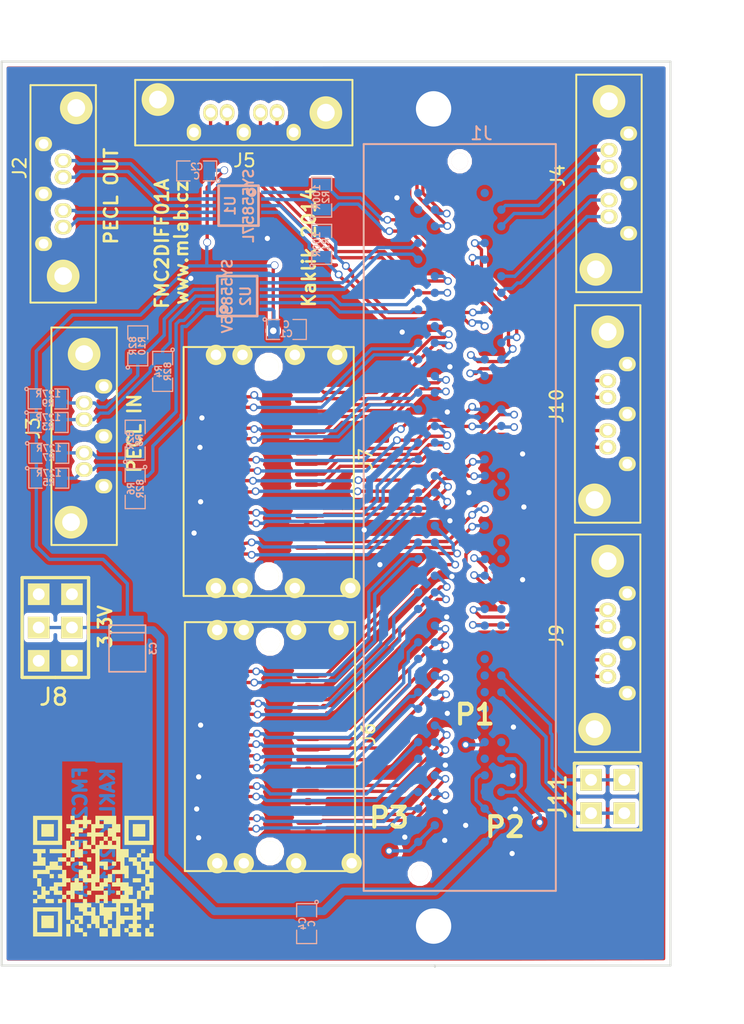
<source format=kicad_pcb>
(kicad_pcb (version 3) (host pcbnew "(2014-jan-25)-product")
  (layers (15 F.Cu signal) (0 B.Cu signal) (18 B.Paste user) (19 F.Paste user) (20 B.SilkS user) (21 F.SilkS user) (22 B.Mask user) (23 F.Mask user) (28 Edge.Cuts user))
  (net 0 "")
  (net 1 +12V)
  (net 2 3V3)
  (net 3 CLK0_M2C_N)
  (net 4 CLK0_M2C_P)
  (net 5 CLK1_M2C_N)
  (net 6 CLK1_M2C_P)
  (net 7 DGND)
  (net 8 DP0_C2M_N)
  (net 9 DP0_C2M_P)
  (net 10 DP0_M2C_N)
  (net 11 DP0_M2C_P)
  (net 12 GBTCLK0_M2C_N)
  (net 13 GBTCLK0_M2C_P)
  (net 14 LA00_N_CC)
  (net 15 LA00_P_CC)
  (net 16 LA01_N_CC)
  (net 17 LA01_P_CC)
  (net 18 LA02_N)
  (net 19 LA02_P)
  (net 20 LA03_N)
  (net 21 LA03_P)
  (net 22 LA04_N)
  (net 23 LA04_P)
  (net 24 LA05_N)
  (net 25 LA05_P)
  (net 26 LA06_N)
  (net 27 LA06_P)
  (net 28 LA07_N)
  (net 29 LA07_P)
  (net 30 LA08_N)
  (net 31 LA08_P)
  (net 32 LA09_N)
  (net 33 LA09_P)
  (net 34 LA10_N)
  (net 35 LA10_P)
  (net 36 LA11_N)
  (net 37 LA11_P)
  (net 38 LA12_N)
  (net 39 LA12_P)
  (net 40 LA13_N)
  (net 41 LA13_P)
  (net 42 LA15_N)
  (net 43 LA15_P)
  (net 44 LA16_N)
  (net 45 LA16_P)
  (net 46 LA17_N_CC)
  (net 47 LA17_P_CC)
  (net 48 LA19_N)
  (net 49 LA19_P)
  (net 50 LA20_N)
  (net 51 LA20_P)
  (net 52 LA21_N)
  (net 53 LA21_P)
  (net 54 LA22_N)
  (net 55 LA22_P)
  (net 56 LA23_P)
  (net 57 LA24_N)
  (net 58 LA24_P)
  (net 59 LA25_N)
  (net 60 LA25_P)
  (net 61 LA26_N)
  (net 62 LA26_P)
  (net 63 LA28_N)
  (net 64 LA28_P)
  (net 65 LA29_N)
  (net 66 LA29_P)
  (net 67 LA30_N)
  (net 68 LA30_P)
  (net 69 LA31_N)
  (net 70 LA31_P)
  (net 71 LA32_N)
  (net 72 LA32_P)
  (net 73 LA33_N)
  (net 74 LA33_P)
  (net 75 SCL)
  (net 76 SDA)
  (net 77 VDD)
  (net 78 LA23_N)
  (net 79 "Net-(J2-Pad2)")
  (net 80 "Net-(J2-Pad3)")
  (net 81 "Net-(J2-Pad5)")
  (net 82 "Net-(J2-Pad6)")
  (net 83 "Net-(J3-Pad2)")
  (net 84 "Net-(J3-Pad3)")
  (net 85 "Net-(J3-Pad5)")
  (net 86 "Net-(J3-Pad6)")
  (net 87 TRST_L)
  (module LOGO (layer F.Cu) (at 164.4904 126.5646)
    (fp_text reference G*** hide)
    (fp_text value LOGO hide)
  )
  (module Kaklik_konektory:SAS_mini_1888174 (layer F.Cu) (at 178 116.69 270)
    (fp_text reference J6 (at -0.9712 -7.5216 270) (layer F.SilkS))
    (fp_text value SAS_mini_1888174 hide)
    (pad B1 smd oval (at -7 -2.91 270) (size 0.35 1.8) (layers F.Cu F.Paste F.Mask) (net 7 DGND))
    (pad B2 smd oval (at -6.2 -2.91 270) (size 0.35 1.8) (layers F.Cu F.Paste F.Mask) (net 51 LA20_P))
    (pad B3 smd oval (at -5.4 -2.91 270) (size 0.35 1.8) (layers F.Cu F.Paste F.Mask) (net 50 LA20_N))
    (pad B4 smd oval (at -4.6 -2.91 270) (size 0.35 1.8) (layers F.Cu F.Paste F.Mask) (net 7 DGND))
    (pad B5 smd oval (at -3.8 -2.91 270) (size 0.35 1.8) (layers F.Cu F.Paste F.Mask) (net 55 LA22_P))
    (pad B6 smd oval (at -3 -2.91 270) (size 0.35 1.8) (layers F.Cu F.Paste F.Mask) (net 54 LA22_N))
    (pad B7 smd oval (at -2.2 -2.91 270) (size 0.35 1.8) (layers F.Cu F.Paste F.Mask) (net 7 DGND))
    (pad B8 smd oval (at -1.4 -2.91 270) (size 0.35 1.8) (layers F.Cu F.Paste F.Mask) (net 60 LA25_P))
    (pad B9 smd oval (at -0.6 -2.91 270) (size 0.35 1.8) (layers F.Cu F.Paste F.Mask) (net 59 LA25_N))
    (pad B10 smd oval (at 0.2 -2.91 270) (size 0.35 1.8) (layers F.Cu F.Paste F.Mask) (net 66 LA29_P))
    (pad B11 smd oval (at 1 -2.91 270) (size 0.35 1.8) (layers F.Cu F.Paste F.Mask) (net 65 LA29_N))
    (pad B12 smd oval (at 1.8 -2.91 270) (size 0.35 1.8) (layers F.Cu F.Paste F.Mask) (net 7 DGND))
    (pad B13 smd oval (at 2.6 -2.91 270) (size 0.35 1.8) (layers F.Cu F.Paste F.Mask) (net 70 LA31_P))
    (pad B14 smd oval (at 3.4 -2.91 270) (size 0.35 1.8) (layers F.Cu F.Paste F.Mask) (net 69 LA31_N))
    (pad B15 smd oval (at 4.2 -2.91 270) (size 0.35 1.8) (layers F.Cu F.Paste F.Mask) (net 7 DGND))
    (pad B16 smd oval (at 5 -2.91 270) (size 0.35 1.8) (layers F.Cu F.Paste F.Mask) (net 74 LA33_P))
    (pad B17 smd oval (at 5.8 -2.91 270) (size 0.35 1.8) (layers F.Cu F.Paste F.Mask) (net 73 LA33_N))
    (pad A1 smd oval (at -6.5 2.91 270) (size 0.35 1.8) (layers F.Cu F.Paste F.Mask) (net 7 DGND))
    (pad A2 smd oval (at -5.7 2.91 270) (size 0.35 1.8) (layers F.Cu F.Paste F.Mask) (net 49 LA19_P))
    (pad A3 smd oval (at -4.9 2.91 270) (size 0.35 1.8) (layers F.Cu F.Paste F.Mask) (net 48 LA19_N))
    (pad A4 smd oval (at -4.1 2.91 270) (size 0.35 1.8) (layers F.Cu F.Paste F.Mask) (net 7 DGND))
    (pad A5 smd oval (at -3.3 2.91 270) (size 0.35 1.8) (layers F.Cu F.Paste F.Mask) (net 53 LA21_P))
    (pad A6 smd oval (at -2.5 2.91 270) (size 0.35 1.8) (layers F.Cu F.Paste F.Mask) (net 52 LA21_N))
    (pad A7 smd oval (at -1.7 2.91 270) (size 0.35 1.8) (layers F.Cu F.Paste F.Mask) (net 7 DGND))
    (pad A8 smd oval (at -0.9 2.91 270) (size 0.35 1.8) (layers F.Cu F.Paste F.Mask) (net 58 LA24_P))
    (pad A9 smd oval (at -0.1 2.91 270) (size 0.35 1.8) (layers F.Cu F.Paste F.Mask) (net 57 LA24_N))
    (pad A10 smd oval (at 0.7 2.91 270) (size 0.35 1.8) (layers F.Cu F.Paste F.Mask) (net 64 LA28_P))
    (pad A11 smd oval (at 1.5 2.91 270) (size 0.35 1.8) (layers F.Cu F.Paste F.Mask) (net 63 LA28_N))
    (pad A12 smd oval (at 2.3 2.91 270) (size 0.35 1.8) (layers F.Cu F.Paste F.Mask) (net 7 DGND))
    (pad A13 smd oval (at 3.1 2.91 270) (size 0.35 1.8) (layers F.Cu F.Paste F.Mask) (net 68 LA30_P))
    (pad A14 smd oval (at 3.9 2.91 270) (size 0.35 1.8) (layers F.Cu F.Paste F.Mask) (net 67 LA30_N))
    (pad A15 smd oval (at 4.7 2.91 270) (size 0.35 1.8) (layers F.Cu F.Paste F.Mask) (net 7 DGND))
    (pad A16 smd oval (at 5.5 2.91 270) (size 0.35 1.8) (layers F.Cu F.Paste F.Mask) (net 72 LA32_P))
    (pad A17 smd oval (at 6.3 2.91 270) (size 0.35 1.8) (layers F.Cu F.Paste F.Mask) (net 71 LA32_N))
    (pad 1 thru_hole circle (at -8.9 -5.24 270) (size 1.55 1.55) (drill 0.8) (layers *.Cu *.Mask F.SilkS) (net 7 DGND))
    (pad 2 thru_hole circle (at -8.9 -2 270) (size 1.55 1.55) (drill 0.8) (layers *.Cu *.Mask F.SilkS) (net 7 DGND))
    (pad 4 thru_hole circle (at -8.9 4.03 270) (size 1.55 1.55) (drill 0.8) (layers *.Cu *.Mask F.SilkS) (net 7 DGND))
    (pad 3 thru_hole circle (at -8.9 2 270) (size 1.55 1.55) (drill 0.8) (layers *.Cu *.Mask F.SilkS) (net 7 DGND))
    (pad 5 thru_hole circle (at 8.9 -6.24 270) (size 1.55 1.55) (drill 0.8) (layers *.Cu *.Mask F.SilkS) (net 7 DGND))
    (pad 6 thru_hole circle (at 8.9 -2 270) (size 1.55 1.55) (drill 0.8) (layers *.Cu *.Mask F.SilkS) (net 7 DGND))
    (pad "" np_thru_hole circle (at -8 0 270) (size 1.55 1.55) (drill 1.55) (layers *.Mask B.Cu F.SilkS))
    (pad "" np_thru_hole circle (at 8 0 270) (size 1.55 1.55) (drill 1.55) (layers *.Mask B.Cu F.SilkS))
    (pad 8 thru_hole circle (at 8.9 4.03 270) (size 1.55 1.55) (drill 0.8) (layers *.Cu *.Mask F.SilkS) (net 7 DGND))
    (pad 7 thru_hole circle (at 8.9 2 270) (size 1.55 1.55) (drill 0.8) (layers *.Cu *.Mask F.SilkS) (net 7 DGND))
    (pad B18 smd oval (at 6.6 -2.91 270) (size 0.35 1.8) (layers F.Cu F.Paste F.Mask) (net 7 DGND))
    (pad A18 smd oval (at 7.1 2.91 270) (size 0.35 1.8) (layers F.Cu F.Paste F.Mask) (net 7 DGND))
  )
  (module Kaklik_konektory:FMC_LPC_ASP-134604-01 (layer B.Cu) (at 192.5 99.2 90)
    (fp_text reference J1 (at 29.32 1.65 180) (layer B.SilkS) (effects (justify mirror)))
    (fp_text value "ASP-134604-01_(FMC)" hide)
    (pad G40 thru_hole circle (at -31.19 -2 90) (size 4 4) (drill 2.7) (layers *.Cu *.Mask) (net 7 DGND) (clearance 0.1))
    (pad C02 smd circle (at 23.495 3.175 90) (size 0.64 0.64) (layers B.Cu B.Paste B.Mask) (net 9 DP0_C2M_P) (clearance 0.1))
    (pad "" np_thru_hole circle (at 27.19 0 90) (size 1.27 1.27) (drill 1.27) (layers *.Cu *.Mask B.SilkS) (clearance 0.1))
    (pad G01 smd circle (at 24.765 -1.905 90) (size 0.64 0.64) (layers B.Cu B.Paste B.Mask) (net 7 DGND) (clearance 0.1))
    (pad G02 smd circle (at 23.495 -1.905 90) (size 0.64 0.64) (layers B.Cu B.Paste B.Mask) (net 6 CLK1_M2C_P) (clearance 0.1))
    (pad H01 smd circle (at 24.765 -3.175 90) (size 0.64 0.64) (layers B.Cu B.Paste B.Mask) (clearance 0.1))
    (pad H02 smd circle (at 23.495 -3.175 90) (size 0.64 0.64) (layers B.Cu B.Paste B.Mask) (clearance 0.1))
    (pad G07 smd circle (at 17.145 -1.905 90) (size 0.64 0.64) (layers B.Cu B.Paste B.Mask) (net 14 LA00_N_CC) (clearance 0.1))
    (pad H07 smd circle (at 17.145 -3.175 90) (size 0.64 0.64) (layers B.Cu B.Paste B.Mask) (net 19 LA02_P) (clearance 0.1))
    (pad H08 smd circle (at 15.875 -3.175 90) (size 0.64 0.64) (layers B.Cu B.Paste B.Mask) (net 18 LA02_N) (clearance 0.1))
    (pad G08 smd circle (at 15.875 -1.905 90) (size 0.64 0.64) (layers B.Cu B.Paste B.Mask) (net 7 DGND) (clearance 0.1))
    (pad G10 smd circle (at 13.335 -1.905 90) (size 0.64 0.64) (layers B.Cu B.Paste B.Mask) (net 20 LA03_N) (clearance 0.1))
    (pad H10 smd circle (at 13.335 -3.175 90) (size 0.64 0.64) (layers B.Cu B.Paste B.Mask) (net 23 LA04_P) (clearance 0.1))
    (pad H09 smd circle (at 14.605 -3.175 90) (size 0.64 0.64) (layers B.Cu B.Paste B.Mask) (net 7 DGND) (clearance 0.1))
    (pad G09 smd circle (at 14.605 -1.905 90) (size 0.64 0.64) (layers B.Cu B.Paste B.Mask) (net 21 LA03_P) (clearance 0.1))
    (pad G05 smd circle (at 19.685 -1.905 90) (size 0.64 0.64) (layers B.Cu B.Paste B.Mask) (net 7 DGND) (clearance 0.1))
    (pad H05 smd circle (at 19.685 -3.175 90) (size 0.64 0.64) (layers B.Cu B.Paste B.Mask) (net 3 CLK0_M2C_N) (clearance 0.1))
    (pad H06 smd circle (at 18.415 -3.175 90) (size 0.64 0.64) (layers B.Cu B.Paste B.Mask) (net 7 DGND) (clearance 0.1))
    (pad G06 smd circle (at 18.415 -1.905 90) (size 0.64 0.64) (layers B.Cu B.Paste B.Mask) (net 15 LA00_P_CC) (clearance 0.1))
    (pad G04 smd circle (at 20.955 -1.905 90) (size 0.64 0.64) (layers B.Cu B.Paste B.Mask) (net 7 DGND) (clearance 0.1))
    (pad H04 smd circle (at 20.955 -3.175 90) (size 0.64 0.64) (layers B.Cu B.Paste B.Mask) (net 4 CLK0_M2C_P) (clearance 0.1))
    (pad H03 smd circle (at 22.225 -3.175 90) (size 0.64 0.64) (layers B.Cu B.Paste B.Mask) (net 7 DGND) (clearance 0.1))
    (pad G03 smd circle (at 22.225 -1.905 90) (size 0.64 0.64) (layers B.Cu B.Paste B.Mask) (net 5 CLK1_M2C_N) (clearance 0.1))
    (pad G19 smd circle (at 1.905 -1.905 90) (size 0.64 0.64) (layers B.Cu B.Paste B.Mask) (net 44 LA16_N) (clearance 0.1))
    (pad H19 smd circle (at 1.905 -3.175 90) (size 0.64 0.64) (layers B.Cu B.Paste B.Mask) (net 43 LA15_P) (clearance 0.1))
    (pad H20 smd circle (at 0.635 -3.175 90) (size 0.64 0.64) (layers B.Cu B.Paste B.Mask) (net 42 LA15_N) (clearance 0.1))
    (pad G20 smd circle (at 0.635 -1.905 90) (size 0.64 0.64) (layers B.Cu B.Paste B.Mask) (net 7 DGND) (clearance 0.1))
    (pad G21 smd circle (at -0.635 -1.905 90) (size 0.64 0.64) (layers B.Cu B.Paste B.Mask) (net 51 LA20_P) (clearance 0.1))
    (pad H21 smd circle (at -0.625 -3.175 90) (size 0.64 0.64) (layers B.Cu B.Paste B.Mask) (net 7 DGND) (clearance 0.1))
    (pad G24 smd circle (at -4.445 -1.905 90) (size 0.64 0.64) (layers B.Cu B.Paste B.Mask) (net 55 LA22_P) (clearance 0.1))
    (pad H24 smd circle (at -4.445 -3.175 90) (size 0.64 0.64) (layers B.Cu B.Paste B.Mask) (net 7 DGND) (clearance 0.1))
    (pad H25 smd circle (at -5.715 -3.175 90) (size 0.64 0.64) (layers B.Cu B.Paste B.Mask) (net 53 LA21_P) (clearance 0.1))
    (pad G25 smd circle (at -5.715 -1.905 90) (size 0.64 0.64) (layers B.Cu B.Paste B.Mask) (net 54 LA22_N) (clearance 0.1))
    (pad G23 smd circle (at -3.175 -1.905 90) (size 0.64 0.64) (layers B.Cu B.Paste B.Mask) (net 7 DGND) (clearance 0.1))
    (pad H23 smd circle (at -3.175 -3.175 90) (size 0.64 0.64) (layers B.Cu B.Paste B.Mask) (net 48 LA19_N) (clearance 0.1))
    (pad H22 smd circle (at -1.905 -3.175 90) (size 0.64 0.64) (layers B.Cu B.Paste B.Mask) (net 49 LA19_P) (clearance 0.1))
    (pad G22 smd circle (at -1.905 -1.905 90) (size 0.64 0.64) (layers B.Cu B.Paste B.Mask) (net 50 LA20_N) (clearance 0.1))
    (pad G15 smd circle (at 6.985 -1.905 90) (size 0.64 0.64) (layers B.Cu B.Paste B.Mask) (net 39 LA12_P) (clearance 0.1))
    (pad H15 smd circle (at 6.985 -3.175 90) (size 0.64 0.64) (layers B.Cu B.Paste B.Mask) (net 7 DGND) (clearance 0.1))
    (pad H16 smd circle (at 5.715 -3.175 90) (size 0.64 0.64) (layers B.Cu B.Paste B.Mask) (net 37 LA11_P) (clearance 0.1))
    (pad G16 smd circle (at 5.715 -1.905 90) (size 0.64 0.64) (layers B.Cu B.Paste B.Mask) (net 38 LA12_N) (clearance 0.1))
    (pad G18 smd circle (at 3.175 -1.905 90) (size 0.64 0.64) (layers B.Cu B.Paste B.Mask) (net 45 LA16_P) (clearance 0.1))
    (pad H18 smd circle (at 3.175 -3.175 90) (size 0.64 0.64) (layers B.Cu B.Paste B.Mask) (net 7 DGND) (clearance 0.1))
    (pad H17 smd circle (at 4.445 -3.175 90) (size 0.64 0.64) (layers B.Cu B.Paste B.Mask) (net 36 LA11_N) (clearance 0.1))
    (pad G17 smd circle (at 4.445 -1.905 90) (size 0.64 0.64) (layers B.Cu B.Paste B.Mask) (net 7 DGND) (clearance 0.1))
    (pad G13 smd circle (at 9.525 -1.905 90) (size 0.64 0.64) (layers B.Cu B.Paste B.Mask) (net 30 LA08_N) (clearance 0.1))
    (pad H13 smd circle (at 9.525 -3.175 90) (size 0.64 0.64) (layers B.Cu B.Paste B.Mask) (net 29 LA07_P) (clearance 0.1))
    (pad H14 smd circle (at 8.255 -3.175 90) (size 0.64 0.64) (layers B.Cu B.Paste B.Mask) (net 28 LA07_N) (clearance 0.1))
    (pad G14 smd circle (at 8.255 -1.905 90) (size 0.64 0.64) (layers B.Cu B.Paste B.Mask) (net 7 DGND) (clearance 0.1))
    (pad G12 smd circle (at 10.795 -1.905 90) (size 0.64 0.64) (layers B.Cu B.Paste B.Mask) (net 31 LA08_P) (clearance 0.1))
    (pad H12 smd circle (at 10.795 -3.175 90) (size 0.64 0.64) (layers B.Cu B.Paste B.Mask) (net 7 DGND) (clearance 0.1))
    (pad H11 smd circle (at 12.065 -3.175 90) (size 0.64 0.64) (layers B.Cu B.Paste B.Mask) (net 22 LA04_N) (clearance 0.1))
    (pad G11 smd circle (at 12.065 -1.905 90) (size 0.64 0.64) (layers B.Cu B.Paste B.Mask) (net 7 DGND) (clearance 0.1))
    (pad G29 smd circle (at -10.795 -1.905 90) (size 0.64 0.64) (layers B.Cu B.Paste B.Mask) (net 7 DGND) (clearance 0.1))
    (pad H29 smd circle (at -10.795 -3.175 90) (size 0.64 0.64) (layers B.Cu B.Paste B.Mask) (net 57 LA24_N) (clearance 0.1))
    (pad H30 smd circle (at -12.065 -3.175 90) (size 0.64 0.64) (layers B.Cu B.Paste B.Mask) (net 7 DGND) (clearance 0.1))
    (pad G30 smd circle (at -12.065 -1.905 90) (size 0.64 0.64) (layers B.Cu B.Paste B.Mask) (net 66 LA29_P) (clearance 0.1))
    (pad G32 smd circle (at -14.605 -1.905 90) (size 0.64 0.64) (layers B.Cu B.Paste B.Mask) (net 7 DGND) (clearance 0.1))
    (pad H32 smd circle (at -14.605 -3.175 90) (size 0.64 0.64) (layers B.Cu B.Paste B.Mask) (net 63 LA28_N) (clearance 0.1))
    (pad H31 smd circle (at -13.335 -3.175 90) (size 0.64 0.64) (layers B.Cu B.Paste B.Mask) (net 64 LA28_P) (clearance 0.1))
    (pad G31 smd circle (at -13.335 -1.905 90) (size 0.64 0.64) (layers B.Cu B.Paste B.Mask) (net 65 LA29_N) (clearance 0.1))
    (pad H28 smd circle (at -9.525 -3.175 90) (size 0.64 0.64) (layers B.Cu B.Paste B.Mask) (net 58 LA24_P) (clearance 0.1))
    (pad G28 smd circle (at -9.525 -1.905 90) (size 0.64 0.64) (layers B.Cu B.Paste B.Mask) (net 59 LA25_N) (clearance 0.1))
    (pad G27 smd circle (at -8.255 -1.905 90) (size 0.64 0.64) (layers B.Cu B.Paste B.Mask) (net 60 LA25_P) (clearance 0.1))
    (pad H27 smd circle (at -8.255 -3.175 90) (size 0.64 0.64) (layers B.Cu B.Paste B.Mask) (net 7 DGND) (clearance 0.1))
    (pad H26 smd circle (at -6.985 -3.175 90) (size 0.64 0.64) (layers B.Cu B.Paste B.Mask) (net 52 LA21_N) (clearance 0.1))
    (pad G26 smd circle (at -6.985 -1.905 90) (size 0.64 0.64) (layers B.Cu B.Paste B.Mask) (net 7 DGND) (clearance 0.1))
    (pad G35 smd circle (at -18.415 -1.905 90) (size 0.64 0.64) (layers B.Cu B.Paste B.Mask) (net 7 DGND) (clearance 0.1))
    (pad H35 smd circle (at -18.415 -3.175 90) (size 0.64 0.64) (layers B.Cu B.Paste B.Mask) (net 67 LA30_N) (clearance 0.1))
    (pad H36 smd circle (at -19.685 -3.175 90) (size 0.64 0.64) (layers B.Cu B.Paste B.Mask) (net 7 DGND) (clearance 0.1))
    (pad G36 smd circle (at -19.685 -1.905 90) (size 0.64 0.64) (layers B.Cu B.Paste B.Mask) (net 74 LA33_P) (clearance 0.1))
    (pad G37 smd circle (at -20.955 -1.905 90) (size 0.64 0.64) (layers B.Cu B.Paste B.Mask) (net 73 LA33_N) (clearance 0.1))
    (pad H37 smd circle (at -20.955 -3.175 90) (size 0.64 0.64) (layers B.Cu B.Paste B.Mask) (net 72 LA32_P) (clearance 0.1))
    (pad G40 smd circle (at -24.765 -1.905 90) (size 0.64 0.64) (layers B.Cu B.Paste B.Mask) (net 7 DGND) (clearance 0.1))
    (pad H40 smd circle (at -24.765 -3.175 90) (size 0.64 0.64) (layers B.Cu B.Paste B.Mask) (net 77 VDD) (clearance 0.1))
    (pad G39 smd circle (at -23.495 -1.905 90) (size 0.64 0.64) (layers B.Cu B.Paste B.Mask) (net 77 VDD) (clearance 0.1))
    (pad H39 smd circle (at -23.495 -3.175 90) (size 0.64 0.64) (layers B.Cu B.Paste B.Mask) (net 7 DGND) (clearance 0.1))
    (pad H38 smd circle (at -22.225 -3.175 90) (size 0.64 0.64) (layers B.Cu B.Paste B.Mask) (net 71 LA32_N) (clearance 0.1))
    (pad G38 smd circle (at -22.225 -1.905 90) (size 0.64 0.64) (layers B.Cu B.Paste B.Mask) (net 7 DGND) (clearance 0.1))
    (pad G34 smd circle (at -17.145 -1.905 90) (size 0.64 0.64) (layers B.Cu B.Paste B.Mask) (net 69 LA31_N) (clearance 0.1))
    (pad H34 smd circle (at -17.145 -3.175 90) (size 0.64 0.64) (layers B.Cu B.Paste B.Mask) (net 68 LA30_P) (clearance 0.1))
    (pad H33 smd circle (at -15.875 -3.175 90) (size 0.64 0.64) (layers B.Cu B.Paste B.Mask) (net 7 DGND) (clearance 0.1))
    (pad G33 smd circle (at -15.875 -1.905 90) (size 0.64 0.64) (layers B.Cu B.Paste B.Mask) (net 70 LA31_P) (clearance 0.1))
    (pad C33 smd circle (at -15.875 3.175 90) (size 0.64 0.64) (layers B.Cu B.Paste B.Mask) (net 7 DGND) (clearance 0.1))
    (pad D33 smd circle (at -15.875 1.905 90) (size 0.64 0.64) (layers B.Cu B.Paste B.Mask) (clearance 0.1))
    (pad D34 smd circle (at -17.145 1.905 90) (size 0.64 0.64) (layers B.Cu B.Paste B.Mask) (net 87 TRST_L) (clearance 0.1))
    (pad C34 smd circle (at -17.145 3.175 90) (size 0.64 0.64) (layers B.Cu B.Paste B.Mask) (clearance 0.1))
    (pad C38 smd circle (at -22.225 3.175 90) (size 0.64 0.64) (layers B.Cu B.Paste B.Mask) (net 7 DGND) (clearance 0.1))
    (pad D38 smd circle (at -22.225 1.905 90) (size 0.64 0.64) (layers B.Cu B.Paste B.Mask) (net 2 3V3) (clearance 0.1))
    (pad D39 smd circle (at -23.495 1.905 90) (size 0.64 0.64) (layers B.Cu B.Paste B.Mask) (net 7 DGND) (clearance 0.1))
    (pad C39 smd circle (at -23.495 3.175 90) (size 0.64 0.64) (layers B.Cu B.Paste B.Mask) (net 2 3V3) (clearance 0.1))
    (pad D40 smd circle (at -24.765 1.905 90) (size 0.64 0.64) (layers B.Cu B.Paste B.Mask) (net 2 3V3) (clearance 0.1))
    (pad C40 smd circle (at -24.765 3.175 90) (size 0.64 0.64) (layers B.Cu B.Paste B.Mask) (net 7 DGND) (clearance 0.1))
    (pad D37 smd circle (at -20.955 1.905 90) (size 0.64 0.64) (layers B.Cu B.Paste B.Mask) (net 7 DGND) (clearance 0.1))
    (pad C37 smd circle (at -20.955 3.175 90) (size 0.64 0.64) (layers B.Cu B.Paste B.Mask) (net 1 +12V) (clearance 0.1))
    (pad C36 smd circle (at -19.685 3.175 90) (size 0.64 0.64) (layers B.Cu B.Paste B.Mask) (net 7 DGND) (clearance 0.1))
    (pad D36 smd circle (at -19.685 1.905 90) (size 0.64 0.64) (layers B.Cu B.Paste B.Mask) (net 2 3V3) (clearance 0.1))
    (pad D35 smd circle (at -18.415 1.905 90) (size 0.64 0.64) (layers B.Cu B.Paste B.Mask) (clearance 0.1))
    (pad C35 smd circle (at -18.415 3.175 90) (size 0.64 0.64) (layers B.Cu B.Paste B.Mask) (net 1 +12V) (clearance 0.1))
    (pad C26 smd circle (at -6.985 3.175 90) (size 0.64 0.64) (layers B.Cu B.Paste B.Mask) (clearance 0.1))
    (pad D26 smd circle (at -6.985 1.905 90) (size 0.64 0.64) (layers B.Cu B.Paste B.Mask) (net 62 LA26_P) (clearance 0.1))
    (pad D27 smd circle (at -8.255 1.905 90) (size 0.64 0.64) (layers B.Cu B.Paste B.Mask) (net 61 LA26_N) (clearance 0.1))
    (pad C27 smd circle (at -8.255 3.175 90) (size 0.64 0.64) (layers B.Cu B.Paste B.Mask) (clearance 0.1))
    (pad C28 smd circle (at -9.525 3.175 90) (size 0.64 0.64) (layers B.Cu B.Paste B.Mask) (net 7 DGND) (clearance 0.1))
    (pad D28 smd circle (at -9.525 1.905 90) (size 0.64 0.64) (layers B.Cu B.Paste B.Mask) (net 7 DGND) (clearance 0.1))
    (pad C31 smd circle (at -13.335 3.175 90) (size 0.64 0.64) (layers B.Cu B.Paste B.Mask) (net 76 SDA) (clearance 0.1))
    (pad D31 smd circle (at -13.335 1.905 90) (size 0.64 0.64) (layers B.Cu B.Paste B.Mask) (clearance 0.1))
    (pad D32 smd circle (at -14.605 1.905 90) (size 0.64 0.64) (layers B.Cu B.Paste B.Mask) (clearance 0.1))
    (pad C32 smd circle (at -14.605 3.175 90) (size 0.64 0.64) (layers B.Cu B.Paste B.Mask) (net 7 DGND) (clearance 0.1))
    (pad C30 smd circle (at -12.065 3.175 90) (size 0.64 0.64) (layers B.Cu B.Paste B.Mask) (net 75 SCL) (clearance 0.1))
    (pad D30 smd circle (at -12.065 1.905 90) (size 0.64 0.64) (layers B.Cu B.Paste B.Mask) (clearance 0.1))
    (pad D29 smd circle (at -10.795 1.905 90) (size 0.64 0.64) (layers B.Cu B.Paste B.Mask) (clearance 0.1))
    (pad C29 smd circle (at -10.795 3.175 90) (size 0.64 0.64) (layers B.Cu B.Paste B.Mask) (net 7 DGND) (clearance 0.1))
    (pad C11 smd circle (at 12.065 3.175 90) (size 0.64 0.64) (layers B.Cu B.Paste B.Mask) (net 26 LA06_N) (clearance 0.1))
    (pad D11 smd circle (at 12.065 1.905 90) (size 0.64 0.64) (layers B.Cu B.Paste B.Mask) (net 25 LA05_P) (clearance 0.1))
    (pad D12 smd circle (at 10.795 1.905 90) (size 0.64 0.64) (layers B.Cu B.Paste B.Mask) (net 24 LA05_N) (clearance 0.1))
    (pad C12 smd circle (at 10.795 3.175 90) (size 0.64 0.64) (layers B.Cu B.Paste B.Mask) (net 7 DGND) (clearance 0.1))
    (pad C14 smd circle (at 8.255 3.175 90) (size 0.64 0.64) (layers B.Cu B.Paste B.Mask) (net 35 LA10_P) (clearance 0.1))
    (pad D14 smd circle (at 8.255 1.905 90) (size 0.64 0.64) (layers B.Cu B.Paste B.Mask) (net 33 LA09_P) (clearance 0.1))
    (pad D13 smd circle (at 9.525 1.905 90) (size 0.64 0.64) (layers B.Cu B.Paste B.Mask) (net 7 DGND) (clearance 0.1))
    (pad C13 smd circle (at 9.525 3.175 90) (size 0.64 0.64) (layers B.Cu B.Paste B.Mask) (net 7 DGND) (clearance 0.1))
    (pad C17 smd circle (at 4.445 3.175 90) (size 0.64 0.64) (layers B.Cu B.Paste B.Mask) (net 7 DGND) (clearance 0.1))
    (pad D17 smd circle (at 4.445 1.905 90) (size 0.64 0.64) (layers B.Cu B.Paste B.Mask) (net 41 LA13_P) (clearance 0.1))
    (pad D18 smd circle (at 3.175 1.905 90) (size 0.64 0.64) (layers B.Cu B.Paste B.Mask) (net 40 LA13_N) (clearance 0.1))
    (pad C18 smd circle (at 3.175 3.175 90) (size 0.64 0.64) (layers B.Cu B.Paste B.Mask) (clearance 0.1))
    (pad C16 smd circle (at 5.715 3.175 90) (size 0.64 0.64) (layers B.Cu B.Paste B.Mask) (net 7 DGND) (clearance 0.1))
    (pad D16 smd circle (at 5.715 1.905 90) (size 0.64 0.64) (layers B.Cu B.Paste B.Mask) (net 7 DGND) (clearance 0.1))
    (pad D15 smd circle (at 6.985 1.905 90) (size 0.64 0.64) (layers B.Cu B.Paste B.Mask) (net 32 LA09_N) (clearance 0.1))
    (pad C15 smd circle (at 6.985 3.175 90) (size 0.64 0.64) (layers B.Cu B.Paste B.Mask) (net 34 LA10_N) (clearance 0.1))
    (pad C22 smd circle (at -1.905 3.175 90) (size 0.64 0.64) (layers B.Cu B.Paste B.Mask) (clearance 0.1))
    (pad D22 smd circle (at -1.905 1.905 90) (size 0.64 0.64) (layers B.Cu B.Paste B.Mask) (net 7 DGND) (clearance 0.1))
    (pad D23 smd circle (at -3.175 1.905 90) (size 0.64 0.64) (layers B.Cu B.Paste B.Mask) (net 56 LA23_P) (clearance 0.1))
    (pad C23 smd circle (at -3.175 3.175 90) (size 0.64 0.64) (layers B.Cu B.Paste B.Mask) (clearance 0.1))
    (pad C25 smd circle (at -5.715 3.175 90) (size 0.64 0.64) (layers B.Cu B.Paste B.Mask) (net 7 DGND) (clearance 0.1))
    (pad D25 smd circle (at -5.715 1.905 90) (size 0.64 0.64) (layers B.Cu B.Paste B.Mask) (net 7 DGND) (clearance 0.1))
    (pad D24 smd circle (at -4.445 1.905 90) (size 0.64 0.64) (layers B.Cu B.Paste B.Mask) (net 78 LA23_N) (clearance 0.1))
    (pad C24 smd circle (at -4.445 3.175 90) (size 0.64 0.64) (layers B.Cu B.Paste B.Mask) (net 7 DGND) (clearance 0.1))
    (pad D21 smd circle (at -0.625 1.905 90) (size 0.64 0.64) (layers B.Cu B.Paste B.Mask) (net 46 LA17_N_CC) (clearance 0.1))
    (pad C21 smd circle (at -0.635 3.175 90) (size 0.64 0.64) (layers B.Cu B.Paste B.Mask) (net 7 DGND) (clearance 0.1))
    (pad C20 smd circle (at 0.635 3.175 90) (size 0.64 0.64) (layers B.Cu B.Paste B.Mask) (net 7 DGND) (clearance 0.1))
    (pad D20 smd circle (at 0.635 1.905 90) (size 0.64 0.64) (layers B.Cu B.Paste B.Mask) (net 47 LA17_P_CC) (clearance 0.1))
    (pad D19 smd circle (at 1.905 1.905 90) (size 0.64 0.64) (layers B.Cu B.Paste B.Mask) (net 7 DGND) (clearance 0.1))
    (pad C19 smd circle (at 1.905 3.175 90) (size 0.64 0.64) (layers B.Cu B.Paste B.Mask) (clearance 0.1))
    (pad C03 smd circle (at 22.225 3.175 90) (size 0.64 0.64) (layers B.Cu B.Paste B.Mask) (net 8 DP0_C2M_N) (clearance 0.1))
    (pad D03 smd circle (at 22.225 1.905 90) (size 0.64 0.64) (layers B.Cu B.Paste B.Mask) (net 7 DGND) (clearance 0.1))
    (pad D04 smd circle (at 20.955 1.905 90) (size 0.64 0.64) (layers B.Cu B.Paste B.Mask) (net 13 GBTCLK0_M2C_P) (clearance 0.1))
    (pad C04 smd circle (at 20.955 3.175 90) (size 0.64 0.64) (layers B.Cu B.Paste B.Mask) (net 7 DGND) (clearance 0.1))
    (pad C06 smd circle (at 18.415 3.175 90) (size 0.64 0.64) (layers B.Cu B.Paste B.Mask) (net 11 DP0_M2C_P) (clearance 0.1))
    (pad D06 smd circle (at 18.415 1.905 90) (size 0.64 0.64) (layers B.Cu B.Paste B.Mask) (net 7 DGND) (clearance 0.1))
    (pad D05 smd circle (at 19.685 1.905 90) (size 0.64 0.64) (layers B.Cu B.Paste B.Mask) (net 12 GBTCLK0_M2C_N) (clearance 0.1))
    (pad C05 smd circle (at 19.685 3.175 90) (size 0.64 0.64) (layers B.Cu B.Paste B.Mask) (net 7 DGND) (clearance 0.1))
    (pad C09 smd circle (at 14.605 3.175 90) (size 0.64 0.64) (layers B.Cu B.Paste B.Mask) (net 7 DGND) (clearance 0.1))
    (pad D09 smd circle (at 14.605 1.905 90) (size 0.64 0.64) (layers B.Cu B.Paste B.Mask) (net 16 LA01_N_CC) (clearance 0.1))
    (pad D10 smd circle (at 13.335 1.905 90) (size 0.64 0.64) (layers B.Cu B.Paste B.Mask) (net 7 DGND) (clearance 0.1))
    (pad C10 smd circle (at 13.335 3.175 90) (size 0.64 0.64) (layers B.Cu B.Paste B.Mask) (net 27 LA06_P) (clearance 0.1))
    (pad C08 smd circle (at 15.875 3.175 90) (size 0.64 0.64) (layers B.Cu B.Paste B.Mask) (net 7 DGND) (clearance 0.1))
    (pad D08 smd circle (at 15.875 1.905 90) (size 0.64 0.64) (layers B.Cu B.Paste B.Mask) (net 17 LA01_P_CC) (clearance 0.1))
    (pad D07 smd circle (at 17.145 1.905 90) (size 0.64 0.64) (layers B.Cu B.Paste B.Mask) (net 7 DGND) (clearance 0.1))
    (pad C07 smd circle (at 17.145 3.175 90) (size 0.64 0.64) (layers B.Cu B.Paste B.Mask) (net 10 DP0_M2C_N) (clearance 0.1))
    (pad D02 smd circle (at 23.495 1.905 90) (size 0.64 0.64) (layers B.Cu B.Paste B.Mask) (net 7 DGND) (clearance 0.1))
    (pad D01 smd circle (at 24.765 1.905 90) (size 0.64 0.64) (layers B.Cu B.Paste B.Mask) (clearance 0.1))
    (pad C01 smd circle (at 24.765 3.175 90) (size 0.64 0.64) (layers B.Cu B.Paste B.Mask) (net 7 DGND))
    (pad "" np_thru_hole circle (at -27.19 -3.05 90) (size 1.27 1.27) (drill 1.27) (layers *.Cu *.Mask B.SilkS) (clearance 0.1))
    (pad C01 thru_hole circle (at 31.19 -2 90) (size 4 4) (drill 2.7) (layers *.Cu *.Mask) (net 7 DGND))
  )
  (module Kaklik_konektory:SATA-7_THT_VERT (layer F.Cu) (at 162.2 74.5 270)
    (fp_text reference J2 (at -1.9866 3.323 270) (layer F.SilkS))
    (fp_text value SATA7-67491-1030 hide)
    (pad 9 thru_hole circle (at 6.27 0 270) (size 2.5 2.5) (drill 1.35) (layers *.Cu *.Mask F.SilkS) (net 7 DGND))
    (pad 2 thru_hole oval (at 2.54 0 270) (size 1.1 1.3) (drill 0.74) (layers *.Cu *.Mask F.SilkS) (net 79 "Net-(J2-Pad2)"))
    (pad 8 thru_hole circle (at -6.56 -1 270) (size 2.5 2.5) (drill 1.35) (layers *.Cu *.Mask F.SilkS) (net 7 DGND))
    (pad 3 thru_hole oval (at 1.27 0 270) (size 1.1 1.3) (drill 0.74) (layers *.Cu *.Mask F.SilkS) (net 80 "Net-(J2-Pad3)"))
    (pad 5 thru_hole oval (at -1.27 0 270) (size 1.1 1.3) (drill 0.74) (layers *.Cu *.Mask F.SilkS) (net 81 "Net-(J2-Pad5)"))
    (pad 6 thru_hole oval (at -2.54 0 270) (size 1.1 1.3) (drill 0.74) (layers *.Cu *.Mask F.SilkS) (net 82 "Net-(J2-Pad6)"))
    (pad 7 thru_hole oval (at -3.81 1.5 270) (size 1.1 1.3) (drill 0.74) (layers *.Cu *.Mask F.SilkS) (net 7 DGND))
    (pad 4 thru_hole oval (at 0 1.5 270) (size 1.1 1.3) (drill 0.74) (layers *.Cu *.Mask F.SilkS) (net 7 DGND))
    (pad 1 thru_hole oval (at 3.81 1.5 270) (size 1.1 1.3) (drill 0.74) (layers *.Cu *.Mask F.SilkS) (net 7 DGND))
  )
  (module Jumpery_MLAB:Pin_Header_Straight_2x03 (layer F.Cu) (at 161.6 107.6 90)
    (fp_text reference J8 (at -5.2994 -0.1322 180) (layer F.SilkS) (effects (font (size 1.27 1.27) (thickness 0.2032))))
    (fp_text value JUMP_3X2_CONN hide)
    (pad 1 thru_hole rect (at -2.54 1.27 90) (size 1.651 1.651) (drill 0.9) (layers *.Cu *.Mask F.SilkS) (net 7 DGND))
    (pad 2 thru_hole rect (at 0 1.27 90) (size 1.651 1.651) (drill 0.9) (layers *.Cu *.Mask F.SilkS) (net 2 3V3))
    (pad 3 thru_hole rect (at 2.54 1.27 90) (size 1.651 1.651) (drill 0.9) (layers *.Cu *.Mask F.SilkS) (net 7 DGND))
    (pad 4 thru_hole rect (at 2.54 -1.27 90) (size 1.651 1.651) (drill 0.9) (layers *.Cu *.Mask F.SilkS) (net 7 DGND))
    (pad 5 thru_hole rect (at 0 -1.27 90) (size 1.651 1.651) (drill 0.9) (layers *.Cu *.Mask F.SilkS) (net 2 3V3))
    (pad 6 thru_hole rect (at -2.54 -1.27 90) (size 1.651 1.651) (drill 0.9) (layers *.Cu *.Mask F.SilkS) (net 7 DGND))
  )
  (module SMD_Packages:SM0805 (layer B.Cu) (at 179.25 84.85)
    (fp_text reference C1 (at 0 0.3175) (layer B.SilkS) (effects (font (size 0.50038 0.50038) (thickness 0.10922)) (justify mirror)))
    (fp_text value C (at 0 -0.381) (layer B.SilkS) (effects (font (size 0.50038 0.50038) (thickness 0.10922)) (justify mirror)))
    (pad 1 smd rect (at -0.9525 0) (size 0.889 1.397) (layers B.Cu B.Paste B.Mask) (net 2 3V3))
    (pad 2 smd rect (at 0.9525 0) (size 0.889 1.397) (layers B.Cu B.Paste B.Mask) (net 7 DGND))
  )
  (module SMD_Packages:SM0805 (layer B.Cu) (at 172.4 72.75 180)
    (fp_text reference C2 (at 0 0.3175 180) (layer B.SilkS) (effects (font (size 0.50038 0.50038) (thickness 0.10922)) (justify mirror)))
    (fp_text value C (at 0 -0.381 180) (layer B.SilkS) (effects (font (size 0.50038 0.50038) (thickness 0.10922)) (justify mirror)))
    (pad 1 smd rect (at -0.9525 0 180) (size 0.889 1.397) (layers B.Cu B.Paste B.Mask) (net 2 3V3))
    (pad 2 smd rect (at 0.9525 0 180) (size 0.889 1.397) (layers B.Cu B.Paste B.Mask) (net 7 DGND))
  )
  (module Capacitors_SMD:c_tant_B (layer B.Cu) (at 167.1 109.2 90)
    (fp_text reference C3 (at 0 1.9685 90) (layer B.SilkS) (effects (font (size 0.50038 0.50038) (thickness 0.11938)) (justify mirror)))
    (fp_text value CP1 hide)
    (pad 1 smd rect (at 1.524 0 90) (size 1.95072 2.49936) (layers B.Cu B.Paste B.Mask) (net 2 3V3))
    (pad 2 smd rect (at -1.524 0 90) (size 1.95072 2.49936) (layers B.Cu B.Paste B.Mask) (net 7 DGND))
  )
  (module SMD_Packages:MSOP10-0.5 (layer B.Cu) (at 175.6 75.4 270)
    (fp_text reference U1 (at 0 0.635 270) (layer B.SilkS) (effects (font (size 0.762 0.762) (thickness 0.1524)) (justify mirror)))
    (fp_text value SY55857L (at 0 -0.762 270) (layer B.SilkS) (effects (font (size 0.762 0.762) (thickness 0.1524)) (justify mirror)))
    (pad 1 smd rect (at -1.016 -2.2225 270) (size 0.26924 1.00076) (layers B.Cu B.Paste B.Mask) (net 27 LA06_P))
    (pad 2 smd rect (at -0.508 -2.2225 270) (size 0.26924 1.00076) (layers B.Cu B.Paste B.Mask) (net 26 LA06_N))
    (pad 3 smd rect (at 0 -2.2225 270) (size 0.26924 1.00076) (layers B.Cu B.Paste B.Mask) (net 17 LA01_P_CC))
    (pad 4 smd rect (at 0.508 -2.2225 270) (size 0.26924 1.00076) (layers B.Cu B.Paste B.Mask) (net 16 LA01_N_CC))
    (pad 5 smd rect (at 1.016 -2.2225 270) (size 0.26924 1.00076) (layers B.Cu B.Paste B.Mask) (net 7 DGND))
    (pad 6 smd rect (at 1.016 2.2225 270) (size 0.26924 1.00076) (layers B.Cu B.Paste B.Mask) (net 79 "Net-(J2-Pad2)"))
    (pad 7 smd rect (at 0.508 2.2225 270) (size 0.26924 1.00076) (layers B.Cu B.Paste B.Mask) (net 80 "Net-(J2-Pad3)"))
    (pad 8 smd rect (at 0 2.2225 270) (size 0.26924 1.00076) (layers B.Cu B.Paste B.Mask) (net 81 "Net-(J2-Pad5)"))
    (pad 9 smd rect (at -0.508 2.2225 270) (size 0.26924 1.00076) (layers B.Cu B.Paste B.Mask) (net 82 "Net-(J2-Pad6)"))
    (pad 10 smd rect (at -1.016 2.2225 270) (size 0.26924 1.00076) (layers B.Cu B.Paste B.Mask) (net 2 3V3))
  )
  (module SMD_Packages:MSOP10-0.5 (layer B.Cu) (at 175.5 82.3 90)
    (fp_text reference U2 (at 0 0.635 270) (layer B.SilkS) (effects (font (size 0.762 0.762) (thickness 0.1524)) (justify mirror)))
    (fp_text value SY55855V (at 0 -0.762 90) (layer B.SilkS) (effects (font (size 0.762 0.762) (thickness 0.1524)) (justify mirror)))
    (pad 1 smd rect (at -1.016 -2.2225 90) (size 0.26924 1.00076) (layers B.Cu B.Paste B.Mask) (net 86 "Net-(J3-Pad6)"))
    (pad 2 smd rect (at -0.508 -2.2225 90) (size 0.26924 1.00076) (layers B.Cu B.Paste B.Mask) (net 85 "Net-(J3-Pad5)"))
    (pad 3 smd rect (at 0 -2.2225 90) (size 0.26924 1.00076) (layers B.Cu B.Paste B.Mask) (net 84 "Net-(J3-Pad3)"))
    (pad 4 smd rect (at 0.508 -2.2225 90) (size 0.26924 1.00076) (layers B.Cu B.Paste B.Mask) (net 83 "Net-(J3-Pad2)"))
    (pad 5 smd rect (at 1.016 -2.2225 90) (size 0.26924 1.00076) (layers B.Cu B.Paste B.Mask) (net 7 DGND))
    (pad 6 smd rect (at 1.016 2.2225 90) (size 0.26924 1.00076) (layers B.Cu B.Paste B.Mask) (net 4 CLK0_M2C_P))
    (pad 7 smd rect (at 0.508 2.2225 90) (size 0.26924 1.00076) (layers B.Cu B.Paste B.Mask) (net 3 CLK0_M2C_N))
    (pad 8 smd rect (at 0 2.2225 90) (size 0.26924 1.00076) (layers B.Cu B.Paste B.Mask) (net 19 LA02_P))
    (pad 9 smd rect (at -0.508 2.2225 90) (size 0.26924 1.00076) (layers B.Cu B.Paste B.Mask) (net 18 LA02_N))
    (pad 10 smd rect (at -1.016 2.2225 90) (size 0.26924 1.00076) (layers B.Cu B.Paste B.Mask) (net 2 3V3))
  )
  (module MLAB_Jumpery:Pin_Header_Straight_2x02 (layer F.Cu) (at 203.8 120.5 90)
    (fp_text reference J11 (at 0 -3.81 90) (layer F.SilkS) (effects (font (size 1.27 1.27) (thickness 0.2032))))
    (fp_text value JUMP_2X2_CONN hide)
    (pad 1 thru_hole rect (at -1.27 1.27 90) (size 1.651 1.651) (drill 0.9) (layers *.Cu *.Mask F.SilkS) (net 76 SDA))
    (pad 2 thru_hole rect (at 1.27 1.27 90) (size 1.651 1.651) (drill 0.9) (layers *.Cu *.Mask F.SilkS) (net 75 SCL))
    (pad 3 thru_hole rect (at 1.27 -1.27 90) (size 1.651 1.651) (drill 0.9) (layers *.Cu *.Mask F.SilkS) (net 75 SCL))
    (pad 4 thru_hole rect (at -1.27 -1.27 90) (size 1.651 1.651) (drill 0.9) (layers *.Cu *.Mask F.SilkS) (net 76 SDA))
  )
  (module SMD_Packages:SM0805 (layer B.Cu) (at 181.95 78.35 90)
    (fp_text reference R1 (at 0 0.3175 90) (layer B.SilkS) (effects (font (size 0.50038 0.50038) (thickness 0.10922)) (justify mirror)))
    (fp_text value 100R (at 0 -0.381 90) (layer B.SilkS) (effects (font (size 0.50038 0.50038) (thickness 0.10922)) (justify mirror)))
    (pad 1 smd rect (at -0.9525 0 90) (size 0.889 1.397) (layers B.Cu B.Paste B.Mask) (net 16 LA01_N_CC))
    (pad 2 smd rect (at 0.9525 0 90) (size 0.889 1.397) (layers B.Cu B.Paste B.Mask) (net 17 LA01_P_CC))
  )
  (module SMD_Packages:SM0805 (layer B.Cu) (at 181.95 74.75 90)
    (fp_text reference R2 (at 0 0.3175 90) (layer B.SilkS) (effects (font (size 0.50038 0.50038) (thickness 0.10922)) (justify mirror)))
    (fp_text value 100R (at 0 -0.381 90) (layer B.SilkS) (effects (font (size 0.50038 0.50038) (thickness 0.10922)) (justify mirror)))
    (pad 1 smd rect (at -0.9525 0 90) (size 0.889 1.397) (layers B.Cu B.Paste B.Mask) (net 26 LA06_N))
    (pad 2 smd rect (at 0.9525 0 90) (size 0.889 1.397) (layers B.Cu B.Paste B.Mask) (net 27 LA06_P))
  )
  (module SMD_Packages:SM0805 (layer B.Cu) (at 161.05 91.95)
    (fp_text reference R3 (at 0 0.3175) (layer B.SilkS) (effects (font (size 0.50038 0.50038) (thickness 0.10922)) (justify mirror)))
    (fp_text value 127R (at 0 -0.381) (layer B.SilkS) (effects (font (size 0.50038 0.50038) (thickness 0.10922)) (justify mirror)))
    (pad 1 smd rect (at -0.9525 0) (size 0.889 1.397) (layers B.Cu B.Paste B.Mask) (net 2 3V3))
    (pad 2 smd rect (at 0.9525 0) (size 0.889 1.397) (layers B.Cu B.Paste B.Mask) (net 84 "Net-(J3-Pad3)"))
  )
  (module SMD_Packages:SM0805 (layer B.Cu) (at 169.8 88.05 270)
    (fp_text reference R4 (at 0 0.3175 270) (layer B.SilkS) (effects (font (size 0.50038 0.50038) (thickness 0.10922)) (justify mirror)))
    (fp_text value 82R (at 0 -0.381 270) (layer B.SilkS) (effects (font (size 0.50038 0.50038) (thickness 0.10922)) (justify mirror)))
    (pad 1 smd rect (at -0.9525 0 270) (size 0.889 1.397) (layers B.Cu B.Paste B.Mask) (net 84 "Net-(J3-Pad3)"))
    (pad 2 smd rect (at 0.9525 0 270) (size 0.889 1.397) (layers B.Cu B.Paste B.Mask) (net 7 DGND))
  )
  (module SMD_Packages:SM0805 (layer B.Cu) (at 161.1 96.2)
    (fp_text reference R5 (at 0 0.3175) (layer B.SilkS) (effects (font (size 0.50038 0.50038) (thickness 0.10922)) (justify mirror)))
    (fp_text value 127R (at 0 -0.381) (layer B.SilkS) (effects (font (size 0.50038 0.50038) (thickness 0.10922)) (justify mirror)))
    (pad 1 smd rect (at -0.9525 0) (size 0.889 1.397) (layers B.Cu B.Paste B.Mask) (net 2 3V3))
    (pad 2 smd rect (at 0.9525 0) (size 0.889 1.397) (layers B.Cu B.Paste B.Mask) (net 86 "Net-(J3-Pad6)"))
  )
  (module SMD_Packages:SM0805 (layer B.Cu) (at 167.7 97 270)
    (fp_text reference R6 (at 0 0.3175 270) (layer B.SilkS) (effects (font (size 0.50038 0.50038) (thickness 0.10922)) (justify mirror)))
    (fp_text value 82R (at 0 -0.381 270) (layer B.SilkS) (effects (font (size 0.50038 0.50038) (thickness 0.10922)) (justify mirror)))
    (pad 1 smd rect (at -0.9525 0 270) (size 0.889 1.397) (layers B.Cu B.Paste B.Mask) (net 86 "Net-(J3-Pad6)"))
    (pad 2 smd rect (at 0.9525 0 270) (size 0.889 1.397) (layers B.Cu B.Paste B.Mask) (net 7 DGND))
  )
  (module SMD_Packages:SM0805 (layer B.Cu) (at 161.1 94.3)
    (fp_text reference R7 (at 0 0.3175) (layer B.SilkS) (effects (font (size 0.50038 0.50038) (thickness 0.10922)) (justify mirror)))
    (fp_text value 127R (at 0 -0.381) (layer B.SilkS) (effects (font (size 0.50038 0.50038) (thickness 0.10922)) (justify mirror)))
    (pad 1 smd rect (at -0.9525 0) (size 0.889 1.397) (layers B.Cu B.Paste B.Mask) (net 2 3V3))
    (pad 2 smd rect (at 0.9525 0) (size 0.889 1.397) (layers B.Cu B.Paste B.Mask) (net 85 "Net-(J3-Pad5)"))
  )
  (module SMD_Packages:SM0805 (layer B.Cu) (at 167.7 93.3 90)
    (fp_text reference R8 (at 0 0.3175 90) (layer B.SilkS) (effects (font (size 0.50038 0.50038) (thickness 0.10922)) (justify mirror)))
    (fp_text value 82R (at 0 -0.381 90) (layer B.SilkS) (effects (font (size 0.50038 0.50038) (thickness 0.10922)) (justify mirror)))
    (pad 1 smd rect (at -0.9525 0 90) (size 0.889 1.397) (layers B.Cu B.Paste B.Mask) (net 85 "Net-(J3-Pad5)"))
    (pad 2 smd rect (at 0.9525 0 90) (size 0.889 1.397) (layers B.Cu B.Paste B.Mask) (net 7 DGND))
  )
  (module SMD_Packages:SM0805 (layer B.Cu) (at 161.05 90.15)
    (fp_text reference R9 (at 0 0.3175) (layer B.SilkS) (effects (font (size 0.50038 0.50038) (thickness 0.10922)) (justify mirror)))
    (fp_text value 127R (at 0 -0.381) (layer B.SilkS) (effects (font (size 0.50038 0.50038) (thickness 0.10922)) (justify mirror)))
    (pad 1 smd rect (at -0.9525 0) (size 0.889 1.397) (layers B.Cu B.Paste B.Mask) (net 2 3V3))
    (pad 2 smd rect (at 0.9525 0) (size 0.889 1.397) (layers B.Cu B.Paste B.Mask) (net 83 "Net-(J3-Pad2)"))
  )
  (module SMD_Packages:SM0805 (layer B.Cu) (at 167.9 86.1 90)
    (fp_text reference R10 (at 0 0.3175 90) (layer B.SilkS) (effects (font (size 0.50038 0.50038) (thickness 0.10922)) (justify mirror)))
    (fp_text value 82R (at 0 -0.381 90) (layer B.SilkS) (effects (font (size 0.50038 0.50038) (thickness 0.10922)) (justify mirror)))
    (pad 1 smd rect (at -0.9525 0 90) (size 0.889 1.397) (layers B.Cu B.Paste B.Mask) (net 83 "Net-(J3-Pad2)"))
    (pad 2 smd rect (at 0.9525 0 90) (size 0.889 1.397) (layers B.Cu B.Paste B.Mask) (net 7 DGND))
  )
  (module Kaklik_konektory:SATA-7_THT_VERT (layer F.Cu) (at 163.8 93 90)
    (fp_text reference J3 (at 0.6 -3.9 90) (layer F.SilkS))
    (fp_text value SATA7-67491-1030 hide)
    (pad 9 thru_hole circle (at 6.27 0 90) (size 2.5 2.5) (drill 1.35) (layers *.Cu *.Mask F.SilkS) (net 7 DGND))
    (pad 2 thru_hole oval (at 2.54 0 90) (size 1.1 1.3) (drill 0.74) (layers *.Cu *.Mask F.SilkS) (net 83 "Net-(J3-Pad2)"))
    (pad 8 thru_hole circle (at -6.56 -1 90) (size 2.5 2.5) (drill 1.35) (layers *.Cu *.Mask F.SilkS) (net 7 DGND))
    (pad 3 thru_hole oval (at 1.27 0 90) (size 1.1 1.3) (drill 0.74) (layers *.Cu *.Mask F.SilkS) (net 84 "Net-(J3-Pad3)"))
    (pad 5 thru_hole oval (at -1.27 0 90) (size 1.1 1.3) (drill 0.74) (layers *.Cu *.Mask F.SilkS) (net 85 "Net-(J3-Pad5)"))
    (pad 6 thru_hole oval (at -2.54 0 90) (size 1.1 1.3) (drill 0.74) (layers *.Cu *.Mask F.SilkS) (net 86 "Net-(J3-Pad6)"))
    (pad 7 thru_hole oval (at -3.81 1.5 90) (size 1.1 1.3) (drill 0.74) (layers *.Cu *.Mask F.SilkS) (net 7 DGND))
    (pad 4 thru_hole oval (at 0 1.5 90) (size 1.1 1.3) (drill 0.74) (layers *.Cu *.Mask F.SilkS) (net 7 DGND))
    (pad 1 thru_hole oval (at 3.81 1.5 90) (size 1.1 1.3) (drill 0.74) (layers *.Cu *.Mask F.SilkS) (net 7 DGND))
  )
  (module Kaklik_konektory:SATA-7_THT_VERT (layer F.Cu) (at 203.9 73.7 90)
    (fp_text reference J4 (at 0.6 -3.9 90) (layer F.SilkS))
    (fp_text value SATA7-67491-1030 hide)
    (pad 9 thru_hole circle (at 6.27 0 90) (size 2.5 2.5) (drill 1.35) (layers *.Cu *.Mask F.SilkS) (net 7 DGND))
    (pad 2 thru_hole oval (at 2.54 0 90) (size 1.1 1.3) (drill 0.74) (layers *.Cu *.Mask F.SilkS) (net 9 DP0_C2M_P))
    (pad 8 thru_hole circle (at -6.56 -1 90) (size 2.5 2.5) (drill 1.35) (layers *.Cu *.Mask F.SilkS) (net 7 DGND))
    (pad 3 thru_hole oval (at 1.27 0 90) (size 1.1 1.3) (drill 0.74) (layers *.Cu *.Mask F.SilkS) (net 8 DP0_C2M_N))
    (pad 5 thru_hole oval (at -1.27 0 90) (size 1.1 1.3) (drill 0.74) (layers *.Cu *.Mask F.SilkS) (net 11 DP0_M2C_P))
    (pad 6 thru_hole oval (at -2.54 0 90) (size 1.1 1.3) (drill 0.74) (layers *.Cu *.Mask F.SilkS) (net 10 DP0_M2C_N))
    (pad 7 thru_hole oval (at -3.81 1.5 90) (size 1.1 1.3) (drill 0.74) (layers *.Cu *.Mask F.SilkS) (net 7 DGND))
    (pad 4 thru_hole oval (at 0 1.5 90) (size 1.1 1.3) (drill 0.74) (layers *.Cu *.Mask F.SilkS) (net 7 DGND))
    (pad 1 thru_hole oval (at 3.81 1.5 90) (size 1.1 1.3) (drill 0.74) (layers *.Cu *.Mask F.SilkS) (net 7 DGND))
  )
  (module Kaklik_konektory:SATA-7_THT_VERT (layer F.Cu) (at 176 68.3)
    (fp_text reference J5 (at 0.05 3.65) (layer F.SilkS))
    (fp_text value SATA7-67491-1030 hide)
    (pad 9 thru_hole circle (at 6.27 0) (size 2.5 2.5) (drill 1.35) (layers *.Cu *.Mask F.SilkS) (net 7 DGND))
    (pad 2 thru_hole oval (at 2.54 0) (size 1.1 1.3) (drill 0.74) (layers *.Cu *.Mask F.SilkS) (net 6 CLK1_M2C_P))
    (pad 8 thru_hole circle (at -6.56 -1) (size 2.5 2.5) (drill 1.35) (layers *.Cu *.Mask F.SilkS) (net 7 DGND))
    (pad 3 thru_hole oval (at 1.27 0) (size 1.1 1.3) (drill 0.74) (layers *.Cu *.Mask F.SilkS) (net 5 CLK1_M2C_N))
    (pad 5 thru_hole oval (at -1.27 0) (size 1.1 1.3) (drill 0.74) (layers *.Cu *.Mask F.SilkS) (net 15 LA00_P_CC))
    (pad 6 thru_hole oval (at -2.54 0) (size 1.1 1.3) (drill 0.74) (layers *.Cu *.Mask F.SilkS) (net 14 LA00_N_CC))
    (pad 7 thru_hole oval (at -3.81 1.5) (size 1.1 1.3) (drill 0.74) (layers *.Cu *.Mask F.SilkS) (net 7 DGND))
    (pad 4 thru_hole oval (at 0 1.5) (size 1.1 1.3) (drill 0.74) (layers *.Cu *.Mask F.SilkS) (net 7 DGND))
    (pad 1 thru_hole oval (at 3.81 1.5) (size 1.1 1.3) (drill 0.74) (layers *.Cu *.Mask F.SilkS) (net 7 DGND))
  )
  (module Kaklik_konektory:SAS_mini_1888174 (layer F.Cu) (at 177.9 95.69 270)
    (fp_text reference J7 (at -0.9262 -7.4184 270) (layer F.SilkS))
    (fp_text value SAS_mini_1888174 hide)
    (pad B1 smd oval (at -7 -2.91 270) (size 0.35 1.8) (layers F.Cu F.Paste F.Mask) (net 7 DGND))
    (pad B2 smd oval (at -6.2 -2.91 270) (size 0.35 1.8) (layers F.Cu F.Paste F.Mask) (net 21 LA03_P))
    (pad B3 smd oval (at -5.4 -2.91 270) (size 0.35 1.8) (layers F.Cu F.Paste F.Mask) (net 20 LA03_N))
    (pad B4 smd oval (at -4.6 -2.91 270) (size 0.35 1.8) (layers F.Cu F.Paste F.Mask) (net 7 DGND))
    (pad B5 smd oval (at -3.8 -2.91 270) (size 0.35 1.8) (layers F.Cu F.Paste F.Mask) (net 31 LA08_P))
    (pad B6 smd oval (at -3 -2.91 270) (size 0.35 1.8) (layers F.Cu F.Paste F.Mask) (net 30 LA08_N))
    (pad B7 smd oval (at -2.2 -2.91 270) (size 0.35 1.8) (layers F.Cu F.Paste F.Mask) (net 7 DGND))
    (pad B8 smd oval (at -1.4 -2.91 270) (size 0.35 1.8) (layers F.Cu F.Paste F.Mask) (net 39 LA12_P))
    (pad B9 smd oval (at -0.6 -2.91 270) (size 0.35 1.8) (layers F.Cu F.Paste F.Mask) (net 38 LA12_N))
    (pad B10 smd oval (at 0.2 -2.91 270) (size 0.35 1.8) (layers F.Cu F.Paste F.Mask) (net 35 LA10_P))
    (pad B11 smd oval (at 1 -2.91 270) (size 0.35 1.8) (layers F.Cu F.Paste F.Mask) (net 34 LA10_N))
    (pad B12 smd oval (at 1.8 -2.91 270) (size 0.35 1.8) (layers F.Cu F.Paste F.Mask) (net 7 DGND))
    (pad B13 smd oval (at 2.6 -2.91 270) (size 0.35 1.8) (layers F.Cu F.Paste F.Mask) (net 45 LA16_P))
    (pad B14 smd oval (at 3.4 -2.91 270) (size 0.35 1.8) (layers F.Cu F.Paste F.Mask) (net 44 LA16_N))
    (pad B15 smd oval (at 4.2 -2.91 270) (size 0.35 1.8) (layers F.Cu F.Paste F.Mask) (net 7 DGND))
    (pad B16 smd oval (at 5 -2.91 270) (size 0.35 1.8) (layers F.Cu F.Paste F.Mask) (net 47 LA17_P_CC))
    (pad B17 smd oval (at 5.8 -2.91 270) (size 0.35 1.8) (layers F.Cu F.Paste F.Mask) (net 46 LA17_N_CC))
    (pad A1 smd oval (at -6.5 2.91 270) (size 0.35 1.8) (layers F.Cu F.Paste F.Mask) (net 7 DGND))
    (pad A2 smd oval (at -5.7 2.91 270) (size 0.35 1.8) (layers F.Cu F.Paste F.Mask) (net 23 LA04_P))
    (pad A3 smd oval (at -4.9 2.91 270) (size 0.35 1.8) (layers F.Cu F.Paste F.Mask) (net 22 LA04_N))
    (pad A4 smd oval (at -4.1 2.91 270) (size 0.35 1.8) (layers F.Cu F.Paste F.Mask) (net 7 DGND))
    (pad A5 smd oval (at -3.3 2.91 270) (size 0.35 1.8) (layers F.Cu F.Paste F.Mask) (net 29 LA07_P))
    (pad A6 smd oval (at -2.5 2.91 270) (size 0.35 1.8) (layers F.Cu F.Paste F.Mask) (net 28 LA07_N))
    (pad A7 smd oval (at -1.7 2.91 270) (size 0.35 1.8) (layers F.Cu F.Paste F.Mask) (net 7 DGND))
    (pad A8 smd oval (at -0.9 2.91 270) (size 0.35 1.8) (layers F.Cu F.Paste F.Mask) (net 33 LA09_P))
    (pad A9 smd oval (at -0.1 2.91 270) (size 0.35 1.8) (layers F.Cu F.Paste F.Mask) (net 32 LA09_N))
    (pad A10 smd oval (at 0.7 2.91 270) (size 0.35 1.8) (layers F.Cu F.Paste F.Mask) (net 41 LA13_P))
    (pad A11 smd oval (at 1.5 2.91 270) (size 0.35 1.8) (layers F.Cu F.Paste F.Mask) (net 40 LA13_N))
    (pad A12 smd oval (at 2.3 2.91 270) (size 0.35 1.8) (layers F.Cu F.Paste F.Mask) (net 7 DGND))
    (pad A13 smd oval (at 3.1 2.91 270) (size 0.35 1.8) (layers F.Cu F.Paste F.Mask) (net 37 LA11_P))
    (pad A14 smd oval (at 3.9 2.91 270) (size 0.35 1.8) (layers F.Cu F.Paste F.Mask) (net 36 LA11_N))
    (pad A15 smd oval (at 4.7 2.91 270) (size 0.35 1.8) (layers F.Cu F.Paste F.Mask) (net 7 DGND))
    (pad A16 smd oval (at 5.5 2.91 270) (size 0.35 1.8) (layers F.Cu F.Paste F.Mask) (net 43 LA15_P))
    (pad A17 smd oval (at 6.3 2.91 270) (size 0.35 1.8) (layers F.Cu F.Paste F.Mask) (net 42 LA15_N))
    (pad 1 thru_hole circle (at -8.9 -5.24 270) (size 1.55 1.55) (drill 0.8) (layers *.Cu *.Mask F.SilkS) (net 7 DGND))
    (pad 2 thru_hole circle (at -8.9 -2 270) (size 1.55 1.55) (drill 0.8) (layers *.Cu *.Mask F.SilkS) (net 7 DGND))
    (pad 4 thru_hole circle (at -8.9 4.03 270) (size 1.55 1.55) (drill 0.8) (layers *.Cu *.Mask F.SilkS) (net 7 DGND))
    (pad 3 thru_hole circle (at -8.9 2 270) (size 1.55 1.55) (drill 0.8) (layers *.Cu *.Mask F.SilkS) (net 7 DGND))
    (pad 5 thru_hole circle (at 8.9 -6.24 270) (size 1.55 1.55) (drill 0.8) (layers *.Cu *.Mask F.SilkS) (net 7 DGND))
    (pad 6 thru_hole circle (at 8.9 -2 270) (size 1.55 1.55) (drill 0.8) (layers *.Cu *.Mask F.SilkS) (net 7 DGND))
    (pad "" np_thru_hole circle (at -8 0 270) (size 1.55 1.55) (drill 1.55) (layers *.Mask B.Cu F.SilkS))
    (pad "" np_thru_hole circle (at 8 0 270) (size 1.55 1.55) (drill 1.55) (layers *.Mask B.Cu F.SilkS))
    (pad 8 thru_hole circle (at 8.9 4.03 270) (size 1.55 1.55) (drill 0.8) (layers *.Cu *.Mask F.SilkS) (net 7 DGND))
    (pad 7 thru_hole circle (at 8.9 2 270) (size 1.55 1.55) (drill 0.8) (layers *.Cu *.Mask F.SilkS) (net 7 DGND))
    (pad B18 smd oval (at 6.6 -2.91 270) (size 0.35 1.8) (layers F.Cu F.Paste F.Mask) (net 7 DGND))
    (pad A18 smd oval (at 7.1 2.91 270) (size 0.35 1.8) (layers F.Cu F.Paste F.Mask) (net 7 DGND))
  )
  (module Kaklik_konektory:SATA-7_THT_VERT (layer F.Cu) (at 203.8 108.8 90)
    (fp_text reference J9 (at 0.6 -3.9 90) (layer F.SilkS))
    (fp_text value SATA7-67491-1030 hide)
    (pad 9 thru_hole circle (at 6.27 0 90) (size 2.5 2.5) (drill 1.35) (layers *.Cu *.Mask F.SilkS) (net 7 DGND))
    (pad 2 thru_hole oval (at 2.54 0 90) (size 1.1 1.3) (drill 0.74) (layers *.Cu *.Mask F.SilkS) (net 56 LA23_P))
    (pad 8 thru_hole circle (at -6.56 -1 90) (size 2.5 2.5) (drill 1.35) (layers *.Cu *.Mask F.SilkS) (net 7 DGND))
    (pad 3 thru_hole oval (at 1.27 0 90) (size 1.1 1.3) (drill 0.74) (layers *.Cu *.Mask F.SilkS) (net 78 LA23_N))
    (pad 5 thru_hole oval (at -1.27 0 90) (size 1.1 1.3) (drill 0.74) (layers *.Cu *.Mask F.SilkS) (net 62 LA26_P))
    (pad 6 thru_hole oval (at -2.54 0 90) (size 1.1 1.3) (drill 0.74) (layers *.Cu *.Mask F.SilkS) (net 61 LA26_N))
    (pad 7 thru_hole oval (at -3.81 1.5 90) (size 1.1 1.3) (drill 0.74) (layers *.Cu *.Mask F.SilkS) (net 7 DGND))
    (pad 4 thru_hole oval (at 0 1.5 90) (size 1.1 1.3) (drill 0.74) (layers *.Cu *.Mask F.SilkS) (net 7 DGND))
    (pad 1 thru_hole oval (at 3.81 1.5 90) (size 1.1 1.3) (drill 0.74) (layers *.Cu *.Mask F.SilkS) (net 7 DGND))
  )
  (module Kaklik_konektory:SATA-7_THT_VERT (layer F.Cu) (at 203.8 91.3 90)
    (fp_text reference J10 (at 0.6 -3.9 90) (layer F.SilkS))
    (fp_text value SATA7-67491-1030 hide)
    (pad 9 thru_hole circle (at 6.27 0 90) (size 2.5 2.5) (drill 1.35) (layers *.Cu *.Mask F.SilkS) (net 7 DGND))
    (pad 2 thru_hole oval (at 2.54 0 90) (size 1.1 1.3) (drill 0.74) (layers *.Cu *.Mask F.SilkS) (net 13 GBTCLK0_M2C_P))
    (pad 8 thru_hole circle (at -6.56 -1 90) (size 2.5 2.5) (drill 1.35) (layers *.Cu *.Mask F.SilkS) (net 7 DGND))
    (pad 3 thru_hole oval (at 1.27 0 90) (size 1.1 1.3) (drill 0.74) (layers *.Cu *.Mask F.SilkS) (net 12 GBTCLK0_M2C_N))
    (pad 5 thru_hole oval (at -1.27 0 90) (size 1.1 1.3) (drill 0.74) (layers *.Cu *.Mask F.SilkS) (net 25 LA05_P))
    (pad 6 thru_hole oval (at -2.54 0 90) (size 1.1 1.3) (drill 0.74) (layers *.Cu *.Mask F.SilkS) (net 24 LA05_N))
    (pad 7 thru_hole oval (at -3.81 1.5 90) (size 1.1 1.3) (drill 0.74) (layers *.Cu *.Mask F.SilkS) (net 7 DGND))
    (pad 4 thru_hole oval (at 0 1.5 90) (size 1.1 1.3) (drill 0.74) (layers *.Cu *.Mask F.SilkS) (net 7 DGND))
    (pad 1 thru_hole oval (at 3.81 1.5 90) (size 1.1 1.3) (drill 0.74) (layers *.Cu *.Mask F.SilkS) (net 7 DGND))
  )
  (module SMD_Packages:SM0805 (layer B.Cu) (at 180.8 130.2 270)
    (fp_text reference C4 (at 0 0.3175 270) (layer B.SilkS) (effects (font (size 0.50038 0.50038) (thickness 0.10922)) (justify mirror)))
    (fp_text value C (at 0 -0.381 270) (layer B.SilkS) (effects (font (size 0.50038 0.50038) (thickness 0.10922)) (justify mirror)))
    (pad 1 smd rect (at -0.9525 0 270) (size 0.889 1.397) (layers B.Cu B.Paste B.Mask) (net 2 3V3))
    (pad 2 smd rect (at 0.9525 0 270) (size 0.889 1.397) (layers B.Cu B.Paste B.Mask) (net 7 DGND))
  )
  (module Measurement_Points:Measurement_Point_Round-SMD-Pad_Small (layer F.Cu) (at 192.95 116.55)
    (fp_text reference P1 (at 0.6996 -2.3044) (layer F.SilkS) (effects (font (thickness 0.3048))))
    (fp_text value CONN_1 hide)
    (pad 1 smd circle (at 0 0) (size 1.524 1.524) (layers F.Cu F.Paste F.Mask) (net 87 TRST_L))
  )
  (module Measurement_Points:Measurement_Point_Round-SMD-Pad_Small (layer F.Cu) (at 198.65 122.75)
    (fp_text reference P2 (at -2.689 0.0808) (layer F.SilkS) (effects (font (thickness 0.3048))))
    (fp_text value CONN_1 hide)
    (pad 1 smd circle (at 0 0) (size 1.524 1.524) (layers F.Cu F.Paste F.Mask) (net 1 +12V))
  )
  (module Measurement_Points:Measurement_Point_Round-SMD-Pad_Small (layer F.Cu) (at 187.1 124.65)
    (fp_text reference P3 (at 0 -2.54) (layer F.SilkS) (effects (font (thickness 0.3048))))
    (fp_text value CONN_1 hide)
    (pad 1 smd circle (at 0 0) (size 1.524 1.524) (layers F.Cu F.Paste F.Mask) (net 77 VDD))
  )
  (gr_text "PECL OUT" (at 165.862 74.6724 90) (layer F.SilkS) (effects (font (size 1 1) (thickness 0.2))))
  (gr_text "PECL IN" (at 167.64 92.7826 90) (layer F.SilkS) (effects (font (size 1 1) (thickness 0.2))))
  (gr_text 3.3V (at 165.4048 107.54 90) (layer F.SilkS) (effects (font (size 1 1) (thickness 0.2))))
  (gr_text FMC2DIFF01A (at 163.5 123.2 90) (layer B.Cu) (effects (font (size 1 1) (thickness 0.25)) (justify mirror)))
  (gr_text "Kaklik 2014" (at 180.975 78.584 90) (layer F.SilkS) (effects (font (size 1 1) (thickness 0.2))))
  (gr_text www.mlab.cz (at 171.2214 78.2284 90) (layer F.SilkS) (effects (font (size 1 1) (thickness 0.2))))
  (gr_text FMC2DIFF01A (at 169.7482 78.3046 90) (layer F.SilkS) (effects (font (size 1 1) (thickness 0.2))))
  (gr_text "KAKLIK 2014" (at 165.6 123.2 90) (layer B.Cu) (effects (font (size 1 1) (thickness 0.25)) (justify mirror)))
  (gr_line (start 190.6 133.4) (end 190.6 133.5) (angle 90) (layer Edge.Cuts) (width 0.15))
  (gr_line (start 157.5 133.4) (end 190.6 133.4) (angle 90) (layer Edge.Cuts) (width 0.15))
  (gr_line (start 157.5 64.4) (end 157.5 133.4) (angle 90) (layer Edge.Cuts) (width 0.15))
  (gr_line (start 160.5 64.4) (end 157.5 64.4) (angle 90) (layer Edge.Cuts) (width 0.15))
  (gr_line (start 208.6 64.4) (end 160.5 64.4) (angle 90) (layer Edge.Cuts) (width 0.15))
  (gr_line (start 208.6 133.4) (end 208.6 64.4) (angle 90) (layer Edge.Cuts) (width 0.15))
  (gr_line (start 190.5 133.4) (end 208.6 133.4) (angle 90) (layer Edge.Cuts) (width 0.15))
  (segment (start 196.715 117.615) (end 197.2 118.1) (width 0.254) (layer B.Cu) (net 1))
  (segment (start 197.2 118.1) (end 197.2 119.65) (width 0.254) (layer B.Cu) (net 1))
  (segment (start 197.2 119.65) (end 196.695 120.155) (width 0.254) (layer B.Cu) (net 1))
  (segment (start 196.695 120.155) (end 195.675 120.155) (width 0.254) (layer B.Cu) (net 1))
  (segment (start 195.675 117.615) (end 196.715 117.615) (width 0.254) (layer B.Cu) (net 1))
  (segment (start 195.675 120.155) (end 196.863223 120.155) (width 0.254) (layer B.Cu) (net 1))
  (segment (start 196.863223 120.155) (end 198.65 121.941777) (width 0.254) (layer B.Cu) (net 1))
  (segment (start 198.65 122.7038) (end 198.65 122.75) (width 0.254) (layer B.Cu) (net 1))
  (segment (start 198.65 121.941777) (end 198.65 122.7038) (width 0.254) (layer B.Cu) (net 1))
  (segment (start 198.65 122.5226) (end 198.65 122.75) (width 0.254) (layer F.Cu) (net 1))
  (segment (start 198.65 122.5226) (end 198.6026 122.4752) (width 0.254) (layer B.Cu) (net 1))
  (via (at 198.6026 122.4752) (size 0.6) (layers F.Cu B.Cu) (net 1))
  (segment (start 198.6026 122.4752) (end 198.65 122.5226) (width 0.254) (layer F.Cu) (net 1))
  (segment (start 198.65 122.7038) (end 198.65 122.5226) (width 0.254) (layer B.Cu) (net 1))
  (segment (start 173.7475 129.2475) (end 180.8 129.2475) (width 0.6) (layer B.Cu) (net 2))
  (segment (start 173.552029 129.052029) (end 173.7475 129.2475) (width 0.6) (layer B.Cu) (net 2))
  (segment (start 169.85 125.35) (end 173.552029 129.052029) (width 0.6) (layer B.Cu) (net 2))
  (segment (start 169.631988 125.131988) (end 169.85 125.35) (width 0.6) (layer B.Cu) (net 2))
  (segment (start 169.631988 108.381988) (end 169.631988 125.131988) (width 0.6) (layer B.Cu) (net 2))
  (segment (start 169.05 107.8) (end 169.631988 108.381988) (width 0.6) (layer B.Cu) (net 2))
  (segment (start 167.49832 107.8) (end 169.05 107.8) (width 0.6) (layer B.Cu) (net 2))
  (segment (start 167.1 107.676) (end 167.37432 107.676) (width 0.6) (layer B.Cu) (net 2))
  (segment (start 167.37432 107.676) (end 167.49832 107.8) (width 0.6) (layer B.Cu) (net 2))
  (segment (start 182.0985 129.2475) (end 180.8 129.2475) (width 0.6) (layer B.Cu) (net 2))
  (segment (start 183.596 127.75) (end 182.0985 129.2475) (width 0.6) (layer B.Cu) (net 2))
  (segment (start 190.62 127.75) (end 183.596 127.75) (width 0.6) (layer B.Cu) (net 2))
  (segment (start 194.405 123.965) (end 190.62 127.75) (width 0.6) (layer B.Cu) (net 2))
  (segment (start 178.2975 83.4295) (end 178.2975 83.8975) (width 0.254) (layer B.Cu) (net 2))
  (segment (start 178.2975 83.8975) (end 178.2975 84.85) (width 0.254) (layer B.Cu) (net 2))
  (segment (start 178.184 83.316) (end 178.2975 83.4295) (width 0.254) (layer B.Cu) (net 2))
  (segment (start 177.7225 83.316) (end 178.184 83.316) (width 0.254) (layer B.Cu) (net 2))
  (segment (start 162.9 83.75) (end 168.1 83.75) (width 0.254) (layer B.Cu) (net 2))
  (segment (start 168.1 83.75) (end 171.85 80) (width 0.254) (layer B.Cu) (net 2))
  (segment (start 171.85 80) (end 173.170668 80) (width 0.254) (layer B.Cu) (net 2))
  (segment (start 173.3525 74.359) (end 173.3775 74.384) (width 0.254) (layer B.Cu) (net 2))
  (segment (start 173.3525 72.75) (end 173.3525 74.359) (width 0.254) (layer B.Cu) (net 2))
  (segment (start 173.402501 72.699999) (end 173.3525 72.75) (width 0.254) (layer B.Cu) (net 2))
  (segment (start 174.5 72.699999) (end 173.402501 72.699999) (width 0.254) (layer B.Cu) (net 2))
  (segment (start 173.199999 78.199999) (end 173.199999 74) (width 0.254) (layer F.Cu) (net 2))
  (segment (start 173.199999 74) (end 174.5 72.699999) (width 0.254) (layer F.Cu) (net 2))
  (via (at 174.5 72.699999) (size 0.6) (layers F.Cu B.Cu) (net 2))
  (segment (start 173.170668 80) (end 178.3 80) (width 0.254) (layer B.Cu) (net 2))
  (segment (start 173.170668 80) (end 173.170668 78.22933) (width 0.254) (layer B.Cu) (net 2))
  (segment (start 173.170668 78.22933) (end 173.199999 78.199999) (width 0.254) (layer B.Cu) (net 2))
  (via (at 173.199999 78.199999) (size 0.6) (layers F.Cu B.Cu) (net 2))
  (segment (start 195.675 122.695) (end 194.405 123.965) (width 0.254) (layer B.Cu) (net 2))
  (segment (start 194.405 121.425) (end 195.675 122.695) (width 0.254) (layer B.Cu) (net 2))
  (segment (start 194.015 118.885) (end 193.75 119.15) (width 0.254) (layer B.Cu) (net 2))
  (segment (start 193.75 119.15) (end 193.75 120.77) (width 0.254) (layer B.Cu) (net 2))
  (segment (start 193.75 120.77) (end 194.405 121.425) (width 0.254) (layer B.Cu) (net 2))
  (segment (start 194.405 118.885) (end 194.015 118.885) (width 0.254) (layer B.Cu) (net 2))
  (segment (start 160.33 107.6) (end 162.87 107.6) (width 0.254) (layer B.Cu) (net 2))
  (segment (start 167.024 107.6) (end 167.1 107.676) (width 0.254) (layer B.Cu) (net 2))
  (segment (start 162.87 107.6) (end 167.024 107.6) (width 0.254) (layer B.Cu) (net 2))
  (segment (start 167.1 104.25) (end 165.25 102.4) (width 0.254) (layer B.Cu) (net 2))
  (segment (start 165.25 102.4) (end 161.15 102.4) (width 0.254) (layer B.Cu) (net 2))
  (segment (start 161.15 102.4) (end 160.1475 101.3975) (width 0.254) (layer B.Cu) (net 2))
  (segment (start 160.1475 101.3975) (end 160.1475 96.2) (width 0.254) (layer B.Cu) (net 2))
  (segment (start 167.1 107.676) (end 167.1 104.25) (width 0.254) (layer B.Cu) (net 2))
  (segment (start 160.1475 96.2) (end 160.1475 94.3) (width 0.254) (layer B.Cu) (net 2))
  (segment (start 160.1475 94.3) (end 160.1475 92.1) (width 0.254) (layer B.Cu) (net 2))
  (segment (start 160.1475 92.1) (end 160.1475 90.2) (width 0.254) (layer B.Cu) (net 2))
  (segment (start 178.2975 84.9025) (end 178.2975 84.85) (width 0.254) (layer B.Cu) (net 2))
  (segment (start 160.1475 86.5025) (end 162.9 83.75) (width 0.254) (layer B.Cu) (net 2))
  (segment (start 178.3 80) (end 178.35 79.95) (width 0.254) (layer B.Cu) (net 2))
  (via (at 178.35 79.95) (size 0.6) (layers F.Cu B.Cu) (net 2))
  (segment (start 178.35 79.95) (end 178.25 80.05) (width 0.254) (layer F.Cu) (net 2))
  (segment (start 178.25 80.05) (end 178.25 84.95) (width 0.254) (layer F.Cu) (net 2))
  (via (at 178.25 84.95) (size 0.6) (layers F.Cu B.Cu) (net 2))
  (segment (start 178.25 84.95) (end 178.2975 84.9025) (width 0.254) (layer B.Cu) (net 2))
  (segment (start 160.1475 90.2) (end 160.1475 86.5025) (width 0.254) (layer B.Cu) (net 2))
  (segment (start 180.8525 129.3) (end 180.8 129.2475) (width 0.254) (layer B.Cu) (net 2))
  (segment (start 185.942934 79.515) (end 186.353967 79.103967) (width 0.254) (layer B.Cu) (net 3))
  (segment (start 188.903967 79.103967) (end 189.315 79.515) (width 0.254) (layer B.Cu) (net 3))
  (segment (start 186.353967 79.103967) (end 188.903967 79.103967) (width 0.254) (layer B.Cu) (net 3))
  (segment (start 189.315 79.515) (end 189.325 79.515) (width 0.254) (layer B.Cu) (net 3))
  (segment (start 177.7225 81.792) (end 183.665934 81.792) (width 0.254) (layer B.Cu) (net 3))
  (segment (start 183.665934 81.792) (end 185.942934 79.515) (width 0.254) (layer B.Cu) (net 3))
  (segment (start 189.325 78.245) (end 189.155 78.245) (width 0.254) (layer B.Cu) (net 4))
  (segment (start 189.155 78.245) (end 188.8 78.6) (width 0.254) (layer B.Cu) (net 4))
  (segment (start 185.621906 79.193972) (end 185.621906 79.193962) (width 0.254) (layer B.Cu) (net 4))
  (segment (start 186.215878 78.6) (end 185.621906 79.193972) (width 0.254) (layer B.Cu) (net 4))
  (segment (start 188.8 78.6) (end 186.215878 78.6) (width 0.254) (layer B.Cu) (net 4))
  (segment (start 183.531868 81.284) (end 185.621906 79.193962) (width 0.254) (layer B.Cu) (net 4))
  (segment (start 177.7225 81.284) (end 183.531868 81.284) (width 0.254) (layer B.Cu) (net 4))
  (segment (start 190.62 76.95) (end 190.595 76.975) (width 0.254) (layer B.Cu) (net 5))
  (segment (start 191.55 76.95) (end 190.62 76.95) (width 0.254) (layer B.Cu) (net 5))
  (via (at 191.55 76.95) (size 0.6) (layers F.Cu B.Cu) (net 5))
  (segment (start 188.489017 72.868989) (end 189.231011 73.610983) (width 0.254) (layer F.Cu) (net 5))
  (segment (start 177.27 68.3) (end 177.27 69.578006) (width 0.254) (layer F.Cu) (net 5))
  (segment (start 177.27 69.578006) (end 180.560983 72.868989) (width 0.254) (layer F.Cu) (net 5))
  (segment (start 180.560983 72.868989) (end 188.489017 72.868989) (width 0.254) (layer F.Cu) (net 5))
  (segment (start 189.231011 74.631011) (end 191.250001 76.650001) (width 0.254) (layer F.Cu) (net 5))
  (segment (start 189.231011 73.610983) (end 189.231011 74.631011) (width 0.254) (layer F.Cu) (net 5))
  (segment (start 191.250001 76.650001) (end 191.55 76.95) (width 0.254) (layer F.Cu) (net 5))
  (segment (start 191.5 76) (end 191.242056 76) (width 0.254) (layer F.Cu) (net 6))
  (segment (start 189.685013 73.422915) (end 189.65 73.387902) (width 0.254) (layer F.Cu) (net 6))
  (segment (start 189.685013 74.442957) (end 189.685013 73.422915) (width 0.254) (layer F.Cu) (net 6))
  (segment (start 191.242056 76) (end 189.685013 74.442957) (width 0.254) (layer F.Cu) (net 6))
  (segment (start 189.65 73.387902) (end 189.65 73.35) (width 0.254) (layer F.Cu) (net 6))
  (segment (start 189.65 73.35) (end 189.65 73.387902) (width 0.254) (layer F.Cu) (net 6))
  (segment (start 190.89 76) (end 190.595 75.705) (width 0.254) (layer B.Cu) (net 6))
  (segment (start 191.5 76) (end 190.89 76) (width 0.254) (layer B.Cu) (net 6))
  (via (at 191.5 76) (size 0.6) (layers F.Cu B.Cu) (net 6))
  (segment (start 178.54 68.3) (end 178.54 70.198005) (width 0.254) (layer F.Cu) (net 6))
  (segment (start 188.677077 72.414979) (end 189.65 73.387902) (width 0.254) (layer F.Cu) (net 6))
  (segment (start 180.756974 72.414979) (end 188.677077 72.414979) (width 0.254) (layer F.Cu) (net 6))
  (segment (start 178.54 70.198005) (end 180.756974 72.414979) (width 0.254) (layer F.Cu) (net 6))
  (segment (start 190.595 83.325) (end 191.525 83.325) (width 0.254) (layer B.Cu) (net 7))
  (segment (start 194.065 80.785) (end 194.405 80.785) (width 0.254) (layer B.Cu) (net 7))
  (segment (start 191.525 83.325) (end 194.065 80.785) (width 0.254) (layer B.Cu) (net 7))
  (segment (start 196.572038 98.4) (end 197.4 98.4) (width 0.254) (layer F.Cu) (net 7))
  (segment (start 192.972999 101.999039) (end 196.572038 98.4) (width 0.254) (layer F.Cu) (net 7))
  (segment (start 192.972999 103.051265) (end 192.972999 101.999039) (width 0.254) (layer F.Cu) (net 7))
  (segment (start 192.324264 103.7) (end 192.972999 103.051265) (width 0.254) (layer F.Cu) (net 7))
  (segment (start 191.9 103.7) (end 192.324264 103.7) (width 0.254) (layer F.Cu) (net 7))
  (segment (start 188.42 123.6) (end 188.3 123.6) (width 0.254) (layer B.Cu) (net 7))
  (segment (start 189.325 122.695) (end 188.42 123.6) (width 0.254) (layer B.Cu) (net 7))
  (segment (start 189.325 122.695) (end 188.42 123.6) (width 0.254) (layer B.Cu) (net 7))
  (segment (start 195.675 104.915) (end 194.405 104.915) (width 0.254) (layer B.Cu) (net 7))
  (segment (start 194.405 101.105) (end 195.675 99.835) (width 0.254) (layer B.Cu) (net 7))
  (segment (start 177.8225 76.416) (end 177.8225 77.8775) (width 0.254) (layer B.Cu) (net 7))
  (via (at 177.8 77.9) (size 0.6) (layers F.Cu B.Cu) (net 7))
  (segment (start 177.8225 77.8775) (end 177.8 77.9) (width 0.254) (layer B.Cu) (net 7))
  (segment (start 190.595 98.565) (end 190.865 98.565) (width 0.254) (layer B.Cu) (net 7))
  (segment (start 190.865 98.565) (end 191.75 99.45) (width 0.254) (layer B.Cu) (net 7))
  (segment (start 191.75 99.45) (end 191.65 99.45) (width 0.254) (layer F.Cu) (net 7))
  (via (at 191.75 99.45) (size 0.6) (layers F.Cu B.Cu) (net 7))
  (segment (start 189.325 99.825) (end 189.335 99.825) (width 0.254) (layer B.Cu) (net 7))
  (segment (start 189.335 99.825) (end 190.595 98.565) (width 0.254) (layer B.Cu) (net 7))
  (segment (start 189.325 99.825) (end 186.4 102.75) (width 0.254) (layer B.Cu) (net 7))
  (via (at 186.4 102.8) (size 0.6) (layers F.Cu B.Cu) (net 7))
  (segment (start 186.4 102.75) (end 186.4 102.8) (width 0.254) (layer B.Cu) (net 7))
  (segment (start 189.325 96.025) (end 190.595 94.755) (width 0.254) (layer B.Cu) (net 7))
  (segment (start 174.99 102.79) (end 176.787962 102.79) (width 0.254) (layer F.Cu) (net 7))
  (segment (start 177.477962 102.1) (end 177.667962 102.29) (width 0.254) (layer F.Cu) (net 7))
  (segment (start 177.667962 102.29) (end 180.81 102.29) (width 0.254) (layer F.Cu) (net 7))
  (segment (start 176.787962 102.79) (end 177.477962 102.1) (width 0.254) (layer F.Cu) (net 7))
  (segment (start 179.156 93.99) (end 179.656 93.49) (width 0.254) (layer F.Cu) (net 7))
  (segment (start 179.656 93.49) (end 180.81 93.49) (width 0.254) (layer F.Cu) (net 7))
  (segment (start 174.99 93.99) (end 179.156 93.99) (width 0.254) (layer F.Cu) (net 7))
  (segment (start 194.400001 97.299999) (end 194.405 97.295) (width 0.254) (layer B.Cu) (net 7))
  (segment (start 193.2 97.299999) (end 194.400001 97.299999) (width 0.254) (layer B.Cu) (net 7))
  (segment (start 182.301001 97.827001) (end 189.695037 97.827001) (width 0.254) (layer F.Cu) (net 7))
  (segment (start 181.964 97.49) (end 182.301001 97.827001) (width 0.254) (layer F.Cu) (net 7))
  (segment (start 180.81 97.49) (end 181.964 97.49) (width 0.254) (layer F.Cu) (net 7))
  (segment (start 189.695037 97.827001) (end 191.299039 96.222999) (width 0.254) (layer F.Cu) (net 7))
  (segment (start 191.299039 96.222999) (end 192.123 96.222999) (width 0.254) (layer F.Cu) (net 7))
  (via (at 193.2 97.299999) (size 0.6) (layers F.Cu B.Cu) (net 7))
  (segment (start 192.123 96.222999) (end 193.2 97.299999) (width 0.254) (layer F.Cu) (net 7))
  (segment (start 190.8 91.15) (end 190.595 90.945) (width 0.254) (layer B.Cu) (net 7))
  (segment (start 191.55 91.15) (end 190.8 91.15) (width 0.254) (layer B.Cu) (net 7))
  (segment (start 191.345 90.945) (end 191.55 91.15) (width 0.254) (layer F.Cu) (net 7))
  (segment (start 188.272038 91.25) (end 188.577038 90.945) (width 0.254) (layer F.Cu) (net 7))
  (segment (start 188.577038 90.945) (end 191.345 90.945) (width 0.254) (layer F.Cu) (net 7))
  (via (at 191.55 91.15) (size 0.6) (layers F.Cu B.Cu) (net 7))
  (segment (start 189.89584 87.7) (end 191.325735 87.7) (width 0.254) (layer F.Cu) (net 7))
  (segment (start 191.325735 87.7) (end 191.749999 87.7) (width 0.254) (layer F.Cu) (net 7))
  (segment (start 187.00787 90.58797) (end 189.89584 87.7) (width 0.254) (layer F.Cu) (net 7))
  (segment (start 182.437802 91.09) (end 182.939832 90.58797) (width 0.254) (layer F.Cu) (net 7))
  (segment (start 180.81 91.09) (end 182.437802 91.09) (width 0.254) (layer F.Cu) (net 7))
  (segment (start 182.939832 90.58797) (end 187.00787 90.58797) (width 0.254) (layer F.Cu) (net 7))
  (segment (start 180.81 93.49) (end 181.964 93.49) (width 0.254) (layer F.Cu) (net 7))
  (segment (start 181.964 93.49) (end 183.504 91.95) (width 0.254) (layer F.Cu) (net 7))
  (segment (start 183.504 91.95) (end 187.572038 91.95) (width 0.254) (layer F.Cu) (net 7))
  (segment (start 187.572038 91.95) (end 188.272038 91.25) (width 0.254) (layer F.Cu) (net 7))
  (segment (start 191.184999 87.135) (end 190.595 87.135) (width 0.254) (layer B.Cu) (net 7))
  (segment (start 191.749999 87.7) (end 191.184999 87.135) (width 0.254) (layer B.Cu) (net 7))
  (via (at 191.749999 87.7) (size 0.6) (layers F.Cu B.Cu) (net 7))
  (segment (start 174.98 98) (end 174.99 97.99) (width 0.254) (layer F.Cu) (net 7))
  (segment (start 172.7 98) (end 174.98 98) (width 0.254) (layer F.Cu) (net 7))
  (via (at 172.7 98) (size 0.6) (layers F.Cu B.Cu) (net 7))
  (segment (start 174.85 93.85) (end 174.99 93.99) (width 0.254) (layer F.Cu) (net 7))
  (segment (start 172.65 93.85) (end 174.85 93.85) (width 0.254) (layer F.Cu) (net 7))
  (segment (start 172.727001 93.927001) (end 172.65 93.85) (width 0.254) (layer B.Cu) (net 7))
  (via (at 172.65 93.85) (size 0.6) (layers F.Cu B.Cu) (net 7))
  (segment (start 185.077001 91.822999) (end 182.972999 93.927001) (width 0.254) (layer B.Cu) (net 7))
  (segment (start 182.972999 93.927001) (end 172.727001 93.927001) (width 0.254) (layer B.Cu) (net 7))
  (segment (start 189.325 92.215) (end 188.692962 92.215) (width 0.254) (layer B.Cu) (net 7))
  (segment (start 188.692962 92.215) (end 188.300961 91.822999) (width 0.254) (layer B.Cu) (net 7))
  (segment (start 188.300961 91.822999) (end 185.077001 91.822999) (width 0.254) (layer B.Cu) (net 7))
  (segment (start 174.98 91.6) (end 174.99 91.59) (width 0.254) (layer F.Cu) (net 7))
  (segment (start 172.8 91.6) (end 174.98 91.6) (width 0.254) (layer F.Cu) (net 7))
  (segment (start 181.9 91.6) (end 172.8 91.6) (width 0.254) (layer B.Cu) (net 7))
  (via (at 172.8 91.6) (size 0.6) (layers F.Cu B.Cu) (net 7))
  (segment (start 185.095 88.405) (end 181.9 91.6) (width 0.254) (layer B.Cu) (net 7))
  (segment (start 189.325 88.405) (end 185.095 88.405) (width 0.254) (layer B.Cu) (net 7))
  (segment (start 175.08 119) (end 175.09 118.99) (width 0.254) (layer F.Cu) (net 7))
  (segment (start 172.549999 119) (end 175.08 119) (width 0.254) (layer F.Cu) (net 7))
  (segment (start 185.5 118.9) (end 185.472999 118.927001) (width 0.254) (layer B.Cu) (net 7))
  (segment (start 185.472999 118.927001) (end 172.622998 118.927001) (width 0.254) (layer B.Cu) (net 7))
  (segment (start 172.622998 118.927001) (end 172.549999 119) (width 0.254) (layer B.Cu) (net 7))
  (via (at 172.549999 119) (size 0.6) (layers F.Cu B.Cu) (net 7))
  (segment (start 189.325 115.075) (end 185.5 118.9) (width 0.254) (layer B.Cu) (net 7))
  (segment (start 172.4 121.6) (end 172.528567 121.6) (width 0.254) (layer B.Cu) (net 7))
  (segment (start 172.528567 121.6) (end 172.4 121.6) (width 0.254) (layer B.Cu) (net 7))
  (segment (start 186.61 121.6) (end 178.85 121.6) (width 0.254) (layer B.Cu) (net 7))
  (segment (start 189.325 118.885) (end 186.61 121.6) (width 0.254) (layer B.Cu) (net 7))
  (segment (start 175.03 112.65) (end 175.09 112.59) (width 0.254) (layer F.Cu) (net 7))
  (segment (start 175.03 115.05) (end 175.09 114.99) (width 0.254) (layer F.Cu) (net 7))
  (segment (start 172.7 115.05) (end 175.03 115.05) (width 0.254) (layer F.Cu) (net 7))
  (via (at 172.7 115.05) (size 0.6) (layers F.Cu B.Cu) (net 7))
  (segment (start 179.756 114.49) (end 180.91 114.49) (width 0.254) (layer F.Cu) (net 7))
  (segment (start 177.737962 114.49) (end 179.756 114.49) (width 0.254) (layer F.Cu) (net 7))
  (segment (start 177.237962 114.99) (end 177.737962 114.49) (width 0.254) (layer F.Cu) (net 7))
  (segment (start 175.09 114.99) (end 177.237962 114.99) (width 0.254) (layer F.Cu) (net 7))
  (segment (start 169.546 89.0025) (end 169.8 89.0025) (width 0.254) (layer B.Cu) (net 7))
  (segment (start 167.7 90.8485) (end 169.546 89.0025) (width 0.254) (layer B.Cu) (net 7))
  (segment (start 167.7 92.3475) (end 167.7 90.8485) (width 0.254) (layer B.Cu) (net 7))
  (segment (start 167.0475 93) (end 167.7 92.3475) (width 0.254) (layer B.Cu) (net 7))
  (segment (start 165.3 93) (end 167.0475 93) (width 0.254) (layer B.Cu) (net 7))
  (segment (start 179.946398 97.49) (end 180.81 97.49) (width 0.254) (layer F.Cu) (net 7))
  (segment (start 179.446398 97.99) (end 179.946398 97.49) (width 0.254) (layer F.Cu) (net 7))
  (segment (start 174.99 97.99) (end 179.446398 97.99) (width 0.254) (layer F.Cu) (net 7))
  (segment (start 179.446398 91.59) (end 179.946398 91.09) (width 0.254) (layer F.Cu) (net 7))
  (segment (start 174.99 91.59) (end 179.446398 91.59) (width 0.254) (layer F.Cu) (net 7))
  (segment (start 178.76 121.39) (end 179.26 120.89) (width 0.254) (layer F.Cu) (net 7))
  (segment (start 179.26 120.89) (end 180.91 120.89) (width 0.254) (layer F.Cu) (net 7))
  (segment (start 175.09 121.39) (end 178.76 121.39) (width 0.254) (layer F.Cu) (net 7))
  (segment (start 178.61 118.99) (end 179.11 118.49) (width 0.254) (layer F.Cu) (net 7))
  (segment (start 179.11 118.49) (end 180.91 118.49) (width 0.254) (layer F.Cu) (net 7))
  (segment (start 175.09 118.99) (end 178.61 118.99) (width 0.254) (layer F.Cu) (net 7))
  (segment (start 174.99 91.59) (end 179.446398 91.59) (width 0.254) (layer F.Cu) (net 7))
  (segment (start 179.446398 91.59) (end 179.946398 91.09) (width 0.254) (layer F.Cu) (net 7))
  (segment (start 179.946398 91.09) (end 180.81 91.09) (width 0.254) (layer F.Cu) (net 7))
  (segment (start 185.73797 96.189992) (end 185.73797 97.685832) (width 0.254) (layer B.Cu) (net 7))
  (segment (start 189.325 92.215) (end 188.327001 93.212999) (width 0.254) (layer B.Cu) (net 7))
  (segment (start 173.124264 98) (end 172.7 98) (width 0.254) (layer B.Cu) (net 7))
  (segment (start 188.327001 93.212999) (end 188.327001 93.600961) (width 0.254) (layer B.Cu) (net 7))
  (segment (start 185.73797 97.685832) (end 185.423802 98) (width 0.254) (layer B.Cu) (net 7))
  (segment (start 188.327001 93.600961) (end 185.73797 96.189992) (width 0.254) (layer B.Cu) (net 7))
  (segment (start 185.423802 98) (end 173.124264 98) (width 0.254) (layer B.Cu) (net 7))
  (segment (start 174.95 100.35) (end 174.99 100.39) (width 0.254) (layer F.Cu) (net 7))
  (segment (start 179.756 112.09) (end 180.91 112.09) (width 0.254) (layer F.Cu) (net 7))
  (segment (start 179.256 112.59) (end 179.756 112.09) (width 0.254) (layer F.Cu) (net 7))
  (segment (start 175.09 112.59) (end 179.256 112.59) (width 0.254) (layer F.Cu) (net 7))
  (segment (start 186.45802 106.51198) (end 186.45802 108.826116) (width 0.254) (layer B.Cu) (net 7))
  (segment (start 189.325 103.645) (end 186.45802 106.51198) (width 0.254) (layer B.Cu) (net 7))
  (segment (start 186.45802 108.826116) (end 182.511137 112.772999) (width 0.254) (layer B.Cu) (net 7))
  (segment (start 181.8 115.05) (end 173.124264 115.05) (width 0.254) (layer B.Cu) (net 7))
  (segment (start 173.124264 115.05) (end 172.7 115.05) (width 0.254) (layer B.Cu) (net 7))
  (segment (start 182.511137 112.772999) (end 172.372998 112.772999) (width 0.254) (layer B.Cu) (net 7))
  (segment (start 188.732038 120.89) (end 191.4 118.1) (width 0.254) (layer F.Cu) (net 7))
  (segment (start 180.91 120.89) (end 188.732038 120.89) (width 0.254) (layer F.Cu) (net 7))
  (segment (start 190.595 117.615) (end 191.047548 117.615) (width 0.254) (layer B.Cu) (net 7))
  (segment (start 191.047548 117.615) (end 191.21051 118.1) (width 0.254) (layer B.Cu) (net 7))
  (segment (start 191.21051 118.1) (end 191.4 118.1) (width 0.254) (layer B.Cu) (net 7))
  (via (at 191.4 118.1) (size 0.6) (layers F.Cu B.Cu) (net 7))
  (segment (start 191.222547 121.599999) (end 191.4 121.65) (width 0.254) (layer B.Cu) (net 7))
  (via (at 191.4 121.65) (size 0.6) (layers F.Cu B.Cu) (net 7))
  (segment (start 191.047548 121.425) (end 191.222547 121.599999) (width 0.254) (layer B.Cu) (net 7))
  (segment (start 190.595 121.425) (end 191.047548 121.425) (width 0.254) (layer B.Cu) (net 7))
  (via (at 191.349999 123.85) (size 0.6) (layers F.Cu B.Cu) (net 7))
  (segment (start 191.162548 123.85) (end 191.349999 123.85) (width 0.254) (layer B.Cu) (net 7))
  (segment (start 191.047548 123.965) (end 191.162548 123.85) (width 0.254) (layer B.Cu) (net 7))
  (segment (start 190.595 123.965) (end 191.047548 123.965) (width 0.254) (layer B.Cu) (net 7))
  (via (at 192.95 122.7) (size 0.6) (layers F.Cu B.Cu) (net 7))
  (segment (start 193.005 122.645) (end 192.95 122.7) (width 0.254) (layer B.Cu) (net 7))
  (segment (start 194.405 122.695) (end 193.005 122.645) (width 0.254) (layer B.Cu) (net 7))
  (via (at 196.5 124.85) (size 0.6) (layers F.Cu B.Cu) (net 7))
  (segment (start 196.5 124.79) (end 196.5 124.85) (width 0.254) (layer B.Cu) (net 7))
  (segment (start 195.675 123.965) (end 196.5 124.79) (width 0.254) (layer B.Cu) (net 7))
  (segment (start 196.5 124.85) (end 196.5 124.799999) (width 0.254) (layer F.Cu) (net 7))
  (segment (start 196.152547 121.449999) (end 196.749999 121.449999) (width 0.254) (layer B.Cu) (net 7))
  (segment (start 196.127548 121.425) (end 196.152547 121.449999) (width 0.254) (layer B.Cu) (net 7))
  (via (at 196.749999 121.449999) (size 0.6) (layers F.Cu B.Cu) (net 7))
  (segment (start 195.675 121.425) (end 196.127548 121.425) (width 0.254) (layer B.Cu) (net 7))
  (via (at 196.55 118.899999) (size 0.6) (layers F.Cu B.Cu) (net 7))
  (segment (start 196.535001 118.885) (end 196.55 118.899999) (width 0.254) (layer B.Cu) (net 7))
  (segment (start 195.675 118.885) (end 196.535001 118.885) (width 0.254) (layer B.Cu) (net 7))
  (segment (start 194.405 120.155) (end 195.675 118.885) (width 0.254) (layer B.Cu) (net 7))
  (via (at 196.6 115.2) (size 0.6) (layers F.Cu B.Cu) (net 7))
  (segment (start 189.325 115.075) (end 190.595 113.805) (width 0.254) (layer B.Cu) (net 7))
  (via (at 191.55 114.15) (size 0.6) (layers F.Cu B.Cu) (net 7))
  (segment (start 191.192547 113.949999) (end 191.55 114.15) (width 0.254) (layer B.Cu) (net 7))
  (segment (start 191.047548 113.805) (end 191.192547 113.949999) (width 0.254) (layer B.Cu) (net 7))
  (segment (start 190.595 113.805) (end 191.047548 113.805) (width 0.254) (layer B.Cu) (net 7))
  (segment (start 175.09 112.59) (end 172.509999 112.59) (width 0.254) (layer F.Cu) (net 7))
  (via (at 191.5 106.8) (size 0.6) (layers F.Cu B.Cu) (net 7))
  (segment (start 191.522038 106.55) (end 191.5 106.8) (width 0.254) (layer F.Cu) (net 7))
  (segment (start 183.582038 114.49) (end 191.522038 106.55) (width 0.254) (layer F.Cu) (net 7))
  (segment (start 180.91 114.49) (end 183.582038 114.49) (width 0.254) (layer F.Cu) (net 7))
  (segment (start 191.5 106.8) (end 191.535 106.185) (width 0.254) (layer B.Cu) (net 7))
  (segment (start 191.535 106.185) (end 190.595 106.185) (width 0.254) (layer B.Cu) (net 7))
  (segment (start 194.405 93.485) (end 194.857548 93.485) (width 0.254) (layer B.Cu) (net 7))
  (segment (start 194.857548 93.485) (end 195.675 93.485) (width 0.254) (layer B.Cu) (net 7))
  (segment (start 195.675 93.485) (end 195.675 93.937548) (width 0.254) (layer B.Cu) (net 7))
  (segment (start 195.675 93.937548) (end 195.675 94.755) (width 0.254) (layer B.Cu) (net 7))
  (segment (start 196.532548 94.35) (end 197.299999 94.35) (width 0.254) (layer B.Cu) (net 7))
  (via (at 197.299999 94.35) (size 0.6) (layers F.Cu B.Cu) (net 7))
  (segment (start 196.127548 94.755) (end 196.532548 94.35) (width 0.254) (layer B.Cu) (net 7))
  (segment (start 195.675 94.755) (end 196.127548 94.755) (width 0.254) (layer B.Cu) (net 7))
  (segment (start 196.915001 98.884999) (end 197.4 98.4) (width 0.254) (layer B.Cu) (net 7))
  (segment (start 195.994999 98.884999) (end 196.915001 98.884999) (width 0.254) (layer B.Cu) (net 7))
  (via (at 197.4 98.4) (size 0.6) (layers F.Cu B.Cu) (net 7))
  (segment (start 195.675 98.565) (end 195.994999 98.884999) (width 0.254) (layer B.Cu) (net 7))
  (via (at 197.299999 103.949999) (size 0.6) (layers F.Cu B.Cu) (net 7))
  (segment (start 197.284999 103.964999) (end 197.299999 103.949999) (width 0.254) (layer B.Cu) (net 7))
  (segment (start 195.994999 103.964999) (end 197.284999 103.964999) (width 0.254) (layer B.Cu) (net 7))
  (segment (start 195.675 103.645) (end 195.994999 103.964999) (width 0.254) (layer B.Cu) (net 7))
  (segment (start 194.405 108.725) (end 195.675 108.725) (width 0.254) (layer B.Cu) (net 7))
  (segment (start 189.325 111.265) (end 189.644999 110.945001) (width 0.254) (layer B.Cu) (net 7))
  (segment (start 189.644999 110.945001) (end 190.595 109.995) (width 0.254) (layer B.Cu) (net 7))
  (via (at 191.4 110.2) (size 0.6) (layers F.Cu B.Cu) (net 7))
  (segment (start 191.4 110.2) (end 191.4 110.250001) (width 0.254) (layer F.Cu) (net 7))
  (segment (start 190.595 109.995) (end 191.395001 110.195001) (width 0.254) (layer B.Cu) (net 7))
  (segment (start 191.395001 110.195001) (end 191.4 110.2) (width 0.254) (layer B.Cu) (net 7))
  (segment (start 189.005 76.655001) (end 187.7 74.8) (width 0.254) (layer B.Cu) (net 7))
  (segment (start 189.325 76.975) (end 189.005 76.655001) (width 0.254) (layer B.Cu) (net 7))
  (via (at 187.7 74.8) (size 0.6) (layers F.Cu B.Cu) (net 7))
  (segment (start 195.675 115.075) (end 196.475 115.075) (width 0.254) (layer B.Cu) (net 7))
  (segment (start 196.475 115.075) (end 196.6 115.2) (width 0.254) (layer B.Cu) (net 7))
  (segment (start 195.675 113.805) (end 195.675 114.275) (width 0.254) (layer B.Cu) (net 7))
  (segment (start 195.675 114.275) (end 196.6 115.2) (width 0.254) (layer B.Cu) (net 7))
  (segment (start 189.325 107.785328) (end 188.112038 108.99829) (width 0.254) (layer B.Cu) (net 7))
  (segment (start 188.112038 108.99829) (end 188.112038 109.887962) (width 0.254) (layer B.Cu) (net 7))
  (segment (start 188.112038 109.887962) (end 182.95 115.05) (width 0.254) (layer B.Cu) (net 7))
  (segment (start 182.95 115.05) (end 181.8 115.05) (width 0.254) (layer B.Cu) (net 7))
  (segment (start 189.325 107.455) (end 189.325 107.785328) (width 0.254) (layer B.Cu) (net 7))
  (segment (start 172.284 81.284) (end 171.95 80.95) (width 0.254) (layer B.Cu) (net 7))
  (via (at 171.95 80.95) (size 0.6) (layers F.Cu B.Cu) (net 7))
  (segment (start 171.95 80.95) (end 167.95 84.95) (width 0.254) (layer F.Cu) (net 7))
  (segment (start 167.95 84.95) (end 167.95 85.2) (width 0.254) (layer F.Cu) (net 7))
  (segment (start 173.2775 81.284) (end 172.284 81.284) (width 0.254) (layer B.Cu) (net 7))
  (segment (start 189.325 80.785) (end 190.595 79.515) (width 0.254) (layer B.Cu) (net 7))
  (segment (start 190.454 103.7) (end 191.9 103.7) (width 0.254) (layer F.Cu) (net 7))
  (segment (start 182.064 112.09) (end 190.454 103.7) (width 0.254) (layer F.Cu) (net 7))
  (segment (start 180.91 112.09) (end 182.064 112.09) (width 0.254) (layer F.Cu) (net 7))
  (via (at 191.9 103.7) (size 0.6) (layers F.Cu B.Cu) (net 7))
  (segment (start 191.9 103.7) (end 190.595 102.395) (width 0.254) (layer B.Cu) (net 7))
  (segment (start 190.595 102.395) (end 190.595 102.375) (width 0.254) (layer B.Cu) (net 7))
  (segment (start 191.475 83.325) (end 191.7 83.55) (width 0.254) (layer B.Cu) (net 7))
  (segment (start 190.595 83.325) (end 191.475 83.325) (width 0.254) (layer B.Cu) (net 7))
  (segment (start 189.325 84.595) (end 190.595 83.325) (width 0.254) (layer B.Cu) (net 7))
  (segment (start 188.65 85.05) (end 188.1 85.05) (width 0.254) (layer B.Cu) (net 7))
  (via (at 188.1 85.05) (size 0.6) (layers F.Cu B.Cu) (net 7))
  (segment (start 189.105 84.595) (end 188.65 85.05) (width 0.254) (layer B.Cu) (net 7))
  (segment (start 189.325 84.595) (end 189.105 84.595) (width 0.254) (layer B.Cu) (net 7))
  (segment (start 195.675 84.595) (end 194.405 85.865) (width 0.254) (layer B.Cu) (net 7))
  (segment (start 195.675 89.675) (end 194.405 89.675) (width 0.254) (layer B.Cu) (net 7))
  (segment (start 179.156 100.39) (end 179.656 99.89) (width 0.254) (layer F.Cu) (net 7))
  (segment (start 179.3 100.246) (end 179.156 100.39) (width 0.254) (layer F.Cu) (net 7))
  (segment (start 179.656 99.89) (end 179.3 100.246) (width 0.254) (layer F.Cu) (net 7))
  (segment (start 180.81 99.89) (end 179.656 99.89) (width 0.254) (layer F.Cu) (net 7))
  (segment (start 179.16 100.39) (end 179.3 100.25) (width 0.254) (layer F.Cu) (net 7))
  (segment (start 179.3 100.25) (end 179.3 100.246) (width 0.254) (layer F.Cu) (net 7))
  (segment (start 174.99 100.39) (end 179.16 100.39) (width 0.254) (layer F.Cu) (net 7))
  (segment (start 187.7 97.6) (end 187.7 98.1) (width 0.254) (layer B.Cu) (net 7))
  (segment (start 187.7 98.1) (end 185.65 100.15) (width 0.254) (layer B.Cu) (net 7))
  (segment (start 185.65 100.15) (end 185.2 100.15) (width 0.254) (layer B.Cu) (net 7))
  (via (at 185.2 100.15) (size 0.6) (layers F.Cu B.Cu) (net 7))
  (segment (start 185.2 100.15) (end 184.94 99.89) (width 0.254) (layer F.Cu) (net 7))
  (segment (start 184.94 99.89) (end 180.81 99.89) (width 0.254) (layer F.Cu) (net 7))
  (segment (start 189.275 96.025) (end 187.7 97.6) (width 0.254) (layer B.Cu) (net 7))
  (segment (start 189.325 96.025) (end 189.275 96.025) (width 0.254) (layer B.Cu) (net 7))
  (segment (start 180.82 123.2) (end 180.91 123.29) (width 0.254) (layer F.Cu) (net 7))
  (segment (start 177.01 123.79) (end 177.6 123.2) (width 0.254) (layer F.Cu) (net 7))
  (segment (start 177.6 123.2) (end 180.82 123.2) (width 0.254) (layer F.Cu) (net 7))
  (segment (start 175.09 123.79) (end 177.01 123.79) (width 0.254) (layer F.Cu) (net 7))
  (segment (start 176.31 110.19) (end 176.4 110.1) (width 0.254) (layer F.Cu) (net 7))
  (segment (start 176.4 110.1) (end 178.8 110.1) (width 0.254) (layer F.Cu) (net 7))
  (segment (start 178.8 110.1) (end 179.21 109.69) (width 0.254) (layer F.Cu) (net 7))
  (segment (start 179.21 109.69) (end 180.91 109.69) (width 0.254) (layer F.Cu) (net 7))
  (segment (start 175.09 110.19) (end 176.31 110.19) (width 0.254) (layer F.Cu) (net 7))
  (segment (start 176.16 89.19) (end 176.3 89.05) (width 0.254) (layer F.Cu) (net 7))
  (segment (start 176.3 89.05) (end 177.7 89.05) (width 0.254) (layer F.Cu) (net 7))
  (segment (start 177.7 89.05) (end 177.8 89.15) (width 0.254) (layer F.Cu) (net 7))
  (segment (start 177.8 89.15) (end 178.85 89.15) (width 0.254) (layer F.Cu) (net 7))
  (segment (start 178.85 89.15) (end 179.31 88.69) (width 0.254) (layer F.Cu) (net 7))
  (segment (start 179.31 88.69) (end 180.81 88.69) (width 0.254) (layer F.Cu) (net 7))
  (segment (start 174.99 89.19) (end 176.16 89.19) (width 0.254) (layer F.Cu) (net 7))
  (segment (start 178.6 121.6) (end 178.4 121.4) (width 0.254) (layer B.Cu) (net 7))
  (segment (start 178.4 121.4) (end 172.728567 121.4) (width 0.254) (layer B.Cu) (net 7))
  (segment (start 172.728567 121.4) (end 172.528567 121.6) (width 0.254) (layer B.Cu) (net 7))
  (segment (start 178.85 121.6) (end 178.6 121.6) (width 0.254) (layer B.Cu) (net 7))
  (segment (start 172.16 100.39) (end 172.15 100.4) (width 0.254) (layer F.Cu) (net 7))
  (segment (start 172.15 100.4) (end 172.15 102.2) (width 0.254) (layer F.Cu) (net 7))
  (segment (start 172.74 102.79) (end 174.99 102.79) (width 0.254) (layer F.Cu) (net 7))
  (segment (start 172.15 102.2) (end 172.74 102.79) (width 0.254) (layer F.Cu) (net 7))
  (segment (start 172.2 100.39) (end 172.16 100.39) (width 0.254) (layer F.Cu) (net 7))
  (segment (start 174.99 100.39) (end 172.2 100.39) (width 0.254) (layer F.Cu) (net 7))
  (segment (start 172.2 100.39) (end 172.2 100.4) (width 0.254) (layer B.Cu) (net 7))
  (via (at 172.2 100.39) (size 0.6) (layers F.Cu B.Cu) (net 7))
  (segment (start 187.5 123.25) (end 187.25 123.5) (width 0.254) (layer B.Cu) (net 7))
  (segment (start 187.25 123.5) (end 186.33 123.5) (width 0.254) (layer B.Cu) (net 7))
  (segment (start 186.33 123.5) (end 184.24 125.59) (width 0.254) (layer B.Cu) (net 7))
  (via (at 188.3 123.6) (size 0.6) (layers F.Cu B.Cu) (net 7))
  (segment (start 188.3 123.6) (end 187.5 123.25) (width 0.254) (layer B.Cu) (net 7))
  (segment (start 172.46 121.39) (end 172.4 121.45) (width 0.254) (layer F.Cu) (net 7))
  (via (at 172.4 121.45) (size 0.6) (layers F.Cu B.Cu) (net 7))
  (segment (start 172.4 121.45) (end 172.35 121.5) (width 0.254) (layer B.Cu) (net 7))
  (segment (start 172.35 121.5) (end 172.35 121.55) (width 0.254) (layer B.Cu) (net 7))
  (segment (start 172.35 121.55) (end 172.4 121.6) (width 0.254) (layer B.Cu) (net 7))
  (segment (start 175.09 121.39) (end 172.46 121.39) (width 0.254) (layer F.Cu) (net 7))
  (segment (start 172.69 123.79) (end 172.55 123.65) (width 0.254) (layer F.Cu) (net 7))
  (via (at 172.55 123.65) (size 0.6) (layers F.Cu B.Cu) (net 7))
  (segment (start 175.09 123.79) (end 172.69 123.79) (width 0.254) (layer F.Cu) (net 7))
  (segment (start 203.9 72.43) (end 202.369999 72.43) (width 0.254) (layer B.Cu) (net 8))
  (segment (start 202.369999 72.43) (end 198.799999 76) (width 0.254) (layer B.Cu) (net 8))
  (segment (start 198.799999 76) (end 196.65 76) (width 0.254) (layer B.Cu) (net 8))
  (segment (start 196.65 76) (end 195.675 76.975) (width 0.254) (layer B.Cu) (net 8))
  (segment (start 195.994999 75.385001) (end 198.514999 75.385001) (width 0.254) (layer B.Cu) (net 9))
  (segment (start 195.675 75.705) (end 195.994999 75.385001) (width 0.254) (layer B.Cu) (net 9))
  (segment (start 198.514999 75.385001) (end 202.74 71.16) (width 0.254) (layer B.Cu) (net 9))
  (segment (start 202.74 71.16) (end 203.9 71.16) (width 0.254) (layer B.Cu) (net 9))
  (segment (start 195.994999 81.735001) (end 196.464998 81.735001) (width 0.254) (layer B.Cu) (net 10))
  (segment (start 195.675 82.055) (end 195.994999 81.735001) (width 0.254) (layer B.Cu) (net 10))
  (segment (start 196.464998 81.735001) (end 196.899999 81.3) (width 0.254) (layer B.Cu) (net 10))
  (segment (start 196.899999 81.3) (end 197.15 81.3) (width 0.254) (layer B.Cu) (net 10))
  (segment (start 197.15 81.3) (end 202.21 76.24) (width 0.254) (layer B.Cu) (net 10))
  (segment (start 202.21 76.24) (end 203.9 76.24) (width 0.254) (layer B.Cu) (net 10))
  (segment (start 203.9 74.97) (end 202.529999 74.97) (width 0.254) (layer B.Cu) (net 11))
  (segment (start 202.529999 74.97) (end 196.7 80.799999) (width 0.254) (layer B.Cu) (net 11))
  (segment (start 196.7 80.799999) (end 196.685001 80.785) (width 0.254) (layer B.Cu) (net 11))
  (segment (start 196.685001 80.785) (end 195.675 80.785) (width 0.254) (layer B.Cu) (net 11))
  (segment (start 194.265 79.375) (end 194.405 79.515) (width 0.254) (layer B.Cu) (net 12))
  (segment (start 193.4718 79.375) (end 194.265 79.375) (width 0.254) (layer B.Cu) (net 12))
  (segment (start 203.8 90.03) (end 202.896 90.03) (width 0.254) (layer F.Cu) (net 12))
  (segment (start 202.896 90.03) (end 193.4718 80.6058) (width 0.254) (layer F.Cu) (net 12))
  (segment (start 193.4718 80.6058) (end 193.4718 79.375) (width 0.254) (layer F.Cu) (net 12))
  (via (at 193.4718 79.375) (size 0.6) (layers F.Cu B.Cu) (net 12))
  (segment (start 194.3926 78.2574) (end 194.405 78.245) (width 0.254) (layer B.Cu) (net 13))
  (segment (start 193.6496 78.2574) (end 194.3926 78.2574) (width 0.254) (layer B.Cu) (net 13))
  (segment (start 194.1576 80.5688) (end 194.1576 78.7654) (width 0.254) (layer F.Cu) (net 13))
  (segment (start 194.1576 78.7654) (end 193.6496 78.2574) (width 0.254) (layer F.Cu) (net 13))
  (via (at 193.6496 78.2574) (size 0.6) (layers F.Cu B.Cu) (net 13))
  (segment (start 202.3488 88.76) (end 194.1576 80.5688) (width 0.254) (layer F.Cu) (net 13))
  (segment (start 203.8 88.76) (end 202.3488 88.76) (width 0.254) (layer F.Cu) (net 13))
  (segment (start 173.46 69.973592) (end 182.859407 79.372999) (width 0.254) (layer F.Cu) (net 14))
  (segment (start 189.24013 82.05) (end 191.55 82.05) (width 0.254) (layer F.Cu) (net 14))
  (segment (start 173.46 68.3) (end 173.46 69.973592) (width 0.254) (layer F.Cu) (net 14))
  (segment (start 182.859407 79.372999) (end 186.563129 79.372999) (width 0.254) (layer F.Cu) (net 14))
  (segment (start 186.563129 79.372999) (end 189.24013 82.05) (width 0.254) (layer F.Cu) (net 14))
  (segment (start 190.6 82.05) (end 190.595 82.055) (width 0.254) (layer B.Cu) (net 14))
  (segment (start 191.55 82.05) (end 190.6 82.05) (width 0.254) (layer B.Cu) (net 14))
  (via (at 191.55 82.05) (size 0.6) (layers F.Cu B.Cu) (net 14))
  (segment (start 183.032483 78.904009) (end 186.736205 78.904009) (width 0.254) (layer F.Cu) (net 15))
  (segment (start 186.736205 78.904009) (end 188.982196 81.15) (width 0.254) (layer F.Cu) (net 15))
  (segment (start 174.73 70.601526) (end 183.032483 78.904009) (width 0.254) (layer F.Cu) (net 15))
  (segment (start 188.982196 81.15) (end 191.6 81.15) (width 0.254) (layer F.Cu) (net 15))
  (segment (start 174.73 68.3) (end 174.73 70.601526) (width 0.254) (layer F.Cu) (net 15))
  (segment (start 191.235 80.785) (end 190.595 80.785) (width 0.254) (layer B.Cu) (net 15))
  (segment (start 191.6 81.15) (end 191.235 80.785) (width 0.254) (layer B.Cu) (net 15))
  (via (at 191.6 81.15) (size 0.6) (layers F.Cu B.Cu) (net 15))
  (segment (start 183.25 80.649999) (end 183.25 80.7) (width 0.254) (layer F.Cu) (net 16))
  (segment (start 183.25 80.7) (end 183.7 81.15) (width 0.254) (layer F.Cu) (net 16))
  (segment (start 183.95 81.15) (end 186.85 84.05) (width 0.254) (layer F.Cu) (net 16))
  (segment (start 183.7 81.15) (end 183.95 81.15) (width 0.254) (layer F.Cu) (net 16))
  (segment (start 193.45 84.35) (end 193.15 84.35) (width 0.254) (layer F.Cu) (net 16))
  (segment (start 192.85 84.05) (end 186.85 84.05) (width 0.254) (layer F.Cu) (net 16))
  (segment (start 193.15 84.35) (end 192.85 84.05) (width 0.254) (layer F.Cu) (net 16))
  (via (at 194.405 84.595) (size 0.6) (layers F.Cu B.Cu) (net 16))
  (segment (start 181.95 79.3025) (end 182.204 79.3025) (width 0.254) (layer B.Cu) (net 16))
  (segment (start 177.830121 75.915621) (end 177.8225 75.908) (width 0.254) (layer B.Cu) (net 16))
  (segment (start 194.085001 84.275001) (end 193.624998 84.275001) (width 0.254) (layer B.Cu) (net 16))
  (segment (start 194.405 84.595) (end 194.085001 84.275001) (width 0.254) (layer B.Cu) (net 16))
  (via (at 193.45 84.35) (size 0.6) (layers F.Cu B.Cu) (net 16))
  (segment (start 193.549999 84.35) (end 193.45 84.35) (width 0.254) (layer B.Cu) (net 16))
  (segment (start 193.624998 84.275001) (end 193.549999 84.35) (width 0.254) (layer B.Cu) (net 16))
  (via (at 183.25 80.649999) (size 0.6) (layers F.Cu B.Cu) (net 16))
  (segment (start 183.25 80.649999) (end 181.95 79.349999) (width 0.254) (layer B.Cu) (net 16))
  (segment (start 181.95 79.349999) (end 181.95 79.3025) (width 0.254) (layer B.Cu) (net 16))
  (segment (start 181.95 79.3025) (end 181.696 79.3025) (width 0.254) (layer B.Cu) (net 16))
  (segment (start 181.696 79.3025) (end 180.9975 78.604) (width 0.254) (layer B.Cu) (net 16))
  (segment (start 180.9975 78.604) (end 180.9975 78.2475) (width 0.254) (layer B.Cu) (net 16))
  (segment (start 180.9975 78.2475) (end 178.658 75.908) (width 0.254) (layer B.Cu) (net 16))
  (segment (start 178.658 75.908) (end 177.8225 75.908) (width 0.254) (layer B.Cu) (net 16))
  (segment (start 184.3 80.5) (end 184.3 80.8) (width 0.254) (layer F.Cu) (net 17))
  (segment (start 187.05 83.55) (end 193.5 83.55) (width 0.254) (layer F.Cu) (net 17))
  (segment (start 186.9 83.4) (end 187.05 83.55) (width 0.254) (layer F.Cu) (net 17))
  (segment (start 184.3 80.8) (end 186.9 83.4) (width 0.254) (layer F.Cu) (net 17))
  (segment (start 181.95 77.3975) (end 182.204 77.3975) (width 0.254) (layer B.Cu) (net 17))
  (segment (start 182.204 77.3975) (end 183.022999 78.216499) (width 0.254) (layer B.Cu) (net 17))
  (segment (start 183.022999 78.216499) (end 183.022999 79.222999) (width 0.254) (layer B.Cu) (net 17))
  (segment (start 183.022999 79.222999) (end 183.8 80) (width 0.254) (layer B.Cu) (net 17))
  (segment (start 194.38 83.35) (end 194.405 83.325) (width 0.254) (layer B.Cu) (net 17))
  (via (at 193.5 83.55) (size 0.6) (layers F.Cu B.Cu) (net 17))
  (segment (start 183.8 80) (end 184.3 80.5) (width 0.254) (layer F.Cu) (net 17))
  (via (at 183.8 80) (size 0.6) (layers F.Cu B.Cu) (net 17))
  (segment (start 181.95 77.3975) (end 181.696 77.3975) (width 0.254) (layer B.Cu) (net 17))
  (segment (start 194.18 83.55) (end 194.405 83.325) (width 0.254) (layer B.Cu) (net 17))
  (segment (start 193.5 83.55) (end 194.18 83.55) (width 0.254) (layer B.Cu) (net 17))
  (segment (start 178.792056 75.4) (end 180.789556 77.3975) (width 0.254) (layer B.Cu) (net 17))
  (segment (start 180.789556 77.3975) (end 181.95 77.3975) (width 0.254) (layer B.Cu) (net 17))
  (segment (start 177.8225 75.4) (end 178.792056 75.4) (width 0.254) (layer B.Cu) (net 17))
  (segment (start 189.325 83.325) (end 188.934 83.325) (width 0.254) (layer B.Cu) (net 18))
  (segment (start 188.7474 83.5116) (end 183.327468 83.5116) (width 0.254) (layer B.Cu) (net 18))
  (segment (start 188.934 83.325) (end 188.7474 83.5116) (width 0.254) (layer B.Cu) (net 18))
  (segment (start 182.623868 82.808) (end 183.327468 83.5116) (width 0.254) (layer B.Cu) (net 18))
  (segment (start 177.7225 82.808) (end 182.623868 82.808) (width 0.254) (layer B.Cu) (net 18))
  (segment (start 189.005001 82.374999) (end 189.325 82.055) (width 0.254) (layer B.Cu) (net 19))
  (segment (start 182.757934 82.3) (end 183.411944 82.95401) (width 0.254) (layer B.Cu) (net 19))
  (segment (start 177.7225 82.3) (end 182.757934 82.3) (width 0.254) (layer B.Cu) (net 19))
  (segment (start 183.411944 82.95401) (end 188.42599 82.95401) (width 0.254) (layer B.Cu) (net 19))
  (segment (start 188.42599 82.95401) (end 189.005001 82.374999) (width 0.254) (layer B.Cu) (net 19))
  (segment (start 190.915 85.865) (end 190.595 85.865) (width 0.254) (layer B.Cu) (net 20))
  (segment (start 180.81 90.29) (end 181.964 90.29) (width 0.254) (layer F.Cu) (net 20))
  (segment (start 186.452231 90.13396) (end 189.7888 86.797391) (width 0.254) (layer F.Cu) (net 20))
  (segment (start 181.964 90.29) (end 182.12004 90.13396) (width 0.254) (layer F.Cu) (net 20))
  (segment (start 182.12004 90.13396) (end 186.452231 90.13396) (width 0.254) (layer F.Cu) (net 20))
  (via (at 191.6684 86.077) (size 0.6) (layers F.Cu B.Cu) (net 20))
  (segment (start 191.262 86.077) (end 191.1096 85.9246) (width 0.254) (layer F.Cu) (net 20))
  (segment (start 191.1096 85.9246) (end 190.6524 85.9246) (width 0.254) (layer F.Cu) (net 20))
  (segment (start 190.6524 85.9246) (end 189.7888 86.7882) (width 0.254) (layer F.Cu) (net 20))
  (segment (start 189.7888 86.7882) (end 189.7888 86.797391) (width 0.254) (layer F.Cu) (net 20))
  (segment (start 191.6684 86.077) (end 191.262 86.077) (width 0.254) (layer F.Cu) (net 20))
  (segment (start 191.4564 85.865) (end 191.6684 86.077) (width 0.254) (layer B.Cu) (net 20))
  (segment (start 190.595 85.865) (end 191.4564 85.865) (width 0.254) (layer B.Cu) (net 20))
  (via (at 191.65 85.2) (size 0.6) (layers F.Cu B.Cu) (net 21))
  (segment (start 186.9186 88.8964) (end 186.9186 88.897265) (width 0.254) (layer F.Cu) (net 21))
  (segment (start 186.1566 89.6584) (end 186.9186 88.8964) (width 0.254) (layer F.Cu) (net 21))
  (segment (start 182.118 89.6584) (end 186.1566 89.6584) (width 0.254) (layer F.Cu) (net 21))
  (segment (start 181.9496 89.49) (end 182.118 89.6584) (width 0.254) (layer F.Cu) (net 21))
  (segment (start 186.9186 88.897265) (end 190.348465 85.4674) (width 0.254) (layer F.Cu) (net 21))
  (segment (start 180.81 89.49) (end 181.9496 89.49) (width 0.254) (layer F.Cu) (net 21))
  (segment (start 191.5548 85.2) (end 191.2874 85.4674) (width 0.254) (layer F.Cu) (net 21))
  (segment (start 191.2874 85.4674) (end 190.348465 85.4674) (width 0.254) (layer F.Cu) (net 21))
  (segment (start 191.65 85.2) (end 191.5548 85.2) (width 0.254) (layer F.Cu) (net 21))
  (segment (start 191.0962 85.2) (end 191.65 85.2) (width 0.254) (layer B.Cu) (net 21))
  (segment (start 190.595 84.6988) (end 191.0962 85.2) (width 0.254) (layer B.Cu) (net 21))
  (segment (start 190.595 84.595) (end 190.595 84.6988) (width 0.254) (layer B.Cu) (net 21))
  (via (at 176.75 90.8) (size 0.6) (layers F.Cu B.Cu) (net 22))
  (segment (start 176.75 90.8) (end 176.19 90.79) (width 0.254) (layer F.Cu) (net 22))
  (segment (start 176.19 90.79) (end 174.99 90.79) (width 0.254) (layer F.Cu) (net 22))
  (segment (start 185.318628 87.423438) (end 181.942066 90.8) (width 0.254) (layer B.Cu) (net 22))
  (segment (start 181.942066 90.8) (end 176.75 90.8) (width 0.254) (layer B.Cu) (net 22))
  (segment (start 188.845802 86.785002) (end 185.957054 86.785002) (width 0.254) (layer B.Cu) (net 22))
  (segment (start 185.957054 86.785002) (end 185.318628 87.423428) (width 0.254) (layer B.Cu) (net 22))
  (segment (start 185.318628 87.423428) (end 185.318628 87.423438) (width 0.254) (layer B.Cu) (net 22))
  (segment (start 189.1958 87.135) (end 188.845802 86.785002) (width 0.254) (layer B.Cu) (net 22))
  (segment (start 189.325 87.135) (end 189.1958 87.135) (width 0.254) (layer B.Cu) (net 22))
  (via (at 176.8 89.85) (size 0.6) (layers F.Cu B.Cu) (net 23))
  (segment (start 176.8 89.85) (end 177.099999 90.149999) (width 0.254) (layer B.Cu) (net 23))
  (segment (start 177.099999 90.149999) (end 181.950001 90.149999) (width 0.254) (layer B.Cu) (net 23))
  (segment (start 181.950001 90.149999) (end 185.769 86.331) (width 0.254) (layer B.Cu) (net 23))
  (segment (start 174.99 89.99) (end 176.66 89.99) (width 0.254) (layer F.Cu) (net 23))
  (segment (start 176.66 89.99) (end 176.8 89.85) (width 0.254) (layer F.Cu) (net 23))
  (segment (start 188.8744 86.331) (end 185.769 86.331) (width 0.254) (layer B.Cu) (net 23))
  (segment (start 189.325 85.8804) (end 188.8744 86.331) (width 0.254) (layer B.Cu) (net 23))
  (segment (start 189.325 85.865) (end 189.325 85.8804) (width 0.254) (layer B.Cu) (net 23))
  (segment (start 202.89 93.84) (end 203.8 93.84) (width 0.254) (layer F.Cu) (net 24))
  (segment (start 197.549999 88.499999) (end 202.89 93.84) (width 0.254) (layer F.Cu) (net 24))
  (segment (start 194.405 88.405) (end 194.085001 88.085001) (width 0.254) (layer B.Cu) (net 24))
  (segment (start 194.085001 88.085001) (end 193.414998 88.085001) (width 0.254) (layer B.Cu) (net 24))
  (segment (start 193.414998 88.085001) (end 193.299999 88.2) (width 0.254) (layer B.Cu) (net 24))
  (via (at 193.299999 88.2) (size 0.6) (layers F.Cu B.Cu) (net 24))
  (segment (start 193.75 88.2) (end 194.1 87.85) (width 0.254) (layer F.Cu) (net 24))
  (segment (start 194.1 87.85) (end 196.9 87.85) (width 0.254) (layer F.Cu) (net 24))
  (segment (start 196.9 87.85) (end 197.549999 88.499999) (width 0.254) (layer F.Cu) (net 24))
  (segment (start 193.299999 88.2) (end 193.75 88.2) (width 0.254) (layer F.Cu) (net 24))
  (segment (start 193.684999 87.135) (end 194.405 87.135) (width 0.254) (layer B.Cu) (net 25))
  (segment (start 193.349999 86.8) (end 193.684999 87.135) (width 0.254) (layer B.Cu) (net 25))
  (via (at 193.349999 86.8) (size 0.6) (layers F.Cu B.Cu) (net 25))
  (segment (start 193.4 86.8) (end 193.9 87.3) (width 0.254) (layer F.Cu) (net 25))
  (segment (start 193.9 87.3) (end 196.992056 87.3) (width 0.254) (layer F.Cu) (net 25))
  (segment (start 196.992056 87.3) (end 202.262056 92.57) (width 0.254) (layer F.Cu) (net 25))
  (segment (start 202.262056 92.57) (end 203.8 92.57) (width 0.254) (layer F.Cu) (net 25))
  (segment (start 193.349999 86.8) (end 193.4 86.8) (width 0.254) (layer F.Cu) (net 25))
  (segment (start 181.95 75.7025) (end 182.8405 75.7025) (width 0.254) (layer B.Cu) (net 26))
  (segment (start 184.7342 75.282) (end 185.3438 75.8916) (width 0.254) (layer B.Cu) (net 26))
  (segment (start 183.261 75.282) (end 184.7342 75.282) (width 0.254) (layer B.Cu) (net 26))
  (segment (start 182.8405 75.7025) (end 183.261 75.282) (width 0.254) (layer B.Cu) (net 26))
  (segment (start 186.7952 77.343) (end 187.1218 77.343) (width 0.254) (layer B.Cu) (net 26))
  (segment (start 185.3438 75.8916) (end 186.7952 77.343) (width 0.254) (layer B.Cu) (net 26))
  (segment (start 196.222999 84.851064) (end 196.222999 86.012399) (width 0.254) (layer F.Cu) (net 26))
  (via (at 187.1218 77.343) (size 0.6) (layers F.Cu B.Cu) (net 26))
  (via (at 196.545199 86.334599) (size 0.6) (layers F.Cu B.Cu) (net 26))
  (segment (start 196.545199 86.334599) (end 195.744798 87.135) (width 0.254) (layer B.Cu) (net 26))
  (segment (start 196.2452 86.0346) (end 196.545199 86.334599) (width 0.254) (layer F.Cu) (net 26))
  (segment (start 196.222999 86.012399) (end 196.2452 86.0346) (width 0.254) (layer F.Cu) (net 26))
  (segment (start 188.714935 77.343) (end 196.222999 84.851064) (width 0.254) (layer F.Cu) (net 26))
  (segment (start 187.1218 77.343) (end 188.714935 77.343) (width 0.254) (layer F.Cu) (net 26))
  (segment (start 195.744798 87.135) (end 195.675 87.135) (width 0.254) (layer B.Cu) (net 26))
  (segment (start 177.8225 74.892) (end 178.292 74.892) (width 0.254) (layer B.Cu) (net 26))
  (segment (start 178.292 74.892) (end 178.338379 74.938379) (width 0.254) (layer B.Cu) (net 26))
  (segment (start 178.338379 74.938379) (end 179.8066 74.938379) (width 0.254) (layer B.Cu) (net 26))
  (segment (start 181.6749 75.7025) (end 181.95 75.7025) (width 0.254) (layer B.Cu) (net 26))
  (segment (start 180.910779 74.938379) (end 181.6749 75.7025) (width 0.254) (layer B.Cu) (net 26))
  (segment (start 179.8066 74.938379) (end 180.910779 74.938379) (width 0.254) (layer B.Cu) (net 26))
  (segment (start 186.9694 76.4794) (end 186.573656 76.4794) (width 0.254) (layer B.Cu) (net 27))
  (segment (start 184.893656 74.7994) (end 183.2059 74.7994) (width 0.254) (layer B.Cu) (net 27))
  (segment (start 186.573656 76.4794) (end 184.893656 74.7994) (width 0.254) (layer B.Cu) (net 27))
  (segment (start 196.094401 85.445599) (end 195.675 85.865) (width 0.254) (layer B.Cu) (net 27))
  (segment (start 182.204 73.7975) (end 183.2059 74.7994) (width 0.254) (layer B.Cu) (net 27))
  (via (at 186.9694 76.4794) (size 0.6) (layers F.Cu B.Cu) (net 27))
  (via (at 196.85 85.445599) (size 0.6) (layers F.Cu B.Cu) (net 27))
  (segment (start 196.85 84.835999) (end 196.85 85.445599) (width 0.254) (layer F.Cu) (net 27))
  (segment (start 188.493401 76.4794) (end 196.85 84.835999) (width 0.254) (layer F.Cu) (net 27))
  (segment (start 186.9694 76.4794) (end 188.493401 76.4794) (width 0.254) (layer F.Cu) (net 27))
  (segment (start 196.85 85.445599) (end 196.094401 85.445599) (width 0.254) (layer B.Cu) (net 27))
  (segment (start 181.95 73.7975) (end 182.204 73.7975) (width 0.254) (layer B.Cu) (net 27))
  (segment (start 181.7229 73.7975) (end 181.95 73.7975) (width 0.254) (layer B.Cu) (net 27))
  (segment (start 181.1364 74.384) (end 181.7229 73.7975) (width 0.254) (layer B.Cu) (net 27))
  (segment (start 177.8225 74.384) (end 181.1364 74.384) (width 0.254) (layer B.Cu) (net 27))
  (segment (start 183.221334 93.0366) (end 185.057262 91.200672) (width 0.254) (layer B.Cu) (net 28))
  (via (at 176.8 93.3) (size 0.6) (layers F.Cu B.Cu) (net 28))
  (segment (start 174.99 93.19) (end 176.69 93.19) (width 0.254) (layer F.Cu) (net 28))
  (segment (start 176.69 93.19) (end 176.8 93.3) (width 0.254) (layer F.Cu) (net 28))
  (segment (start 188.8236 90.5982) (end 185.659724 90.5982) (width 0.254) (layer B.Cu) (net 28))
  (segment (start 185.659724 90.5982) (end 185.057262 91.200662) (width 0.254) (layer B.Cu) (net 28))
  (segment (start 185.057262 91.200662) (end 185.057262 91.200672) (width 0.254) (layer B.Cu) (net 28))
  (segment (start 189.1704 90.945) (end 188.8236 90.5982) (width 0.254) (layer B.Cu) (net 28))
  (segment (start 189.325 90.945) (end 189.1704 90.945) (width 0.254) (layer B.Cu) (net 28))
  (segment (start 177.1556 93.3) (end 177.418995 93.036605) (width 0.254) (layer B.Cu) (net 28))
  (segment (start 177.418995 93.036605) (end 183.221329 93.036605) (width 0.254) (layer B.Cu) (net 28))
  (segment (start 183.221329 93.036605) (end 183.221334 93.03661) (width 0.254) (layer B.Cu) (net 28))
  (segment (start 183.221334 93.03661) (end 183.221334 93.0366) (width 0.254) (layer B.Cu) (net 28))
  (segment (start 176.8 93.3) (end 177.1556 93.3) (width 0.254) (layer B.Cu) (net 28))
  (via (at 176.8 92.45) (size 0.6) (layers F.Cu B.Cu) (net 29))
  (segment (start 174.99 92.39) (end 176.74 92.39) (width 0.254) (layer F.Cu) (net 29))
  (segment (start 176.74 92.39) (end 176.8 92.45) (width 0.254) (layer F.Cu) (net 29))
  (segment (start 188.8236 90.1156) (end 185.500268 90.1156) (width 0.254) (layer B.Cu) (net 29))
  (segment (start 185.500268 90.1156) (end 183.631339 91.984529) (width 0.254) (layer B.Cu) (net 29))
  (segment (start 189.2642 89.675) (end 188.8236 90.1156) (width 0.254) (layer B.Cu) (net 29))
  (segment (start 189.325 89.675) (end 189.2642 89.675) (width 0.254) (layer B.Cu) (net 29))
  (segment (start 177.2134 92.45) (end 177.346003 92.582603) (width 0.254) (layer B.Cu) (net 29))
  (segment (start 177.346003 92.582603) (end 183.033275 92.582603) (width 0.254) (layer B.Cu) (net 29))
  (segment (start 183.033275 92.582603) (end 183.631339 91.984539) (width 0.254) (layer B.Cu) (net 29))
  (segment (start 183.631339 91.984539) (end 183.631339 91.984529) (width 0.254) (layer B.Cu) (net 29))
  (segment (start 176.8 92.45) (end 177.2134 92.45) (width 0.254) (layer B.Cu) (net 29))
  (segment (start 180.81 92.69) (end 182.121934 92.69) (width 0.254) (layer F.Cu) (net 30))
  (segment (start 182.121934 92.69) (end 183.315944 91.49599) (width 0.254) (layer F.Cu) (net 30))
  (segment (start 187.383982 91.49599) (end 188.438381 90.441591) (width 0.254) (layer F.Cu) (net 30))
  (segment (start 183.315944 91.49599) (end 187.383982 91.49599) (width 0.254) (layer F.Cu) (net 30))
  (via (at 191.4398 89.5822) (size 0.6) (layers F.Cu B.Cu) (net 30))
  (segment (start 190.6878 89.5822) (end 190.595 89.675) (width 0.254) (layer B.Cu) (net 30))
  (segment (start 191.4398 89.5822) (end 190.6878 89.5822) (width 0.254) (layer B.Cu) (net 30))
  (segment (start 191.0842 89.5822) (end 190.881 89.379) (width 0.254) (layer F.Cu) (net 30))
  (segment (start 190.881 89.379) (end 189.500962 89.379) (width 0.254) (layer F.Cu) (net 30))
  (segment (start 189.500962 89.379) (end 188.438381 90.441581) (width 0.254) (layer F.Cu) (net 30))
  (segment (start 188.438381 90.441581) (end 188.438381 90.441591) (width 0.254) (layer F.Cu) (net 30))
  (segment (start 191.4398 89.5822) (end 191.0842 89.5822) (width 0.254) (layer F.Cu) (net 30))
  (segment (start 183.127888 91.04198) (end 187.195926 91.04198) (width 0.254) (layer F.Cu) (net 31))
  (segment (start 187.195926 91.04198) (end 189.316106 88.9218) (width 0.254) (layer F.Cu) (net 31))
  (segment (start 182.279868 91.89) (end 183.127888 91.04198) (width 0.254) (layer F.Cu) (net 31))
  (segment (start 180.81 91.89) (end 182.279868 91.89) (width 0.254) (layer F.Cu) (net 31))
  (via (at 191.45 88.7) (size 0.6) (layers F.Cu B.Cu) (net 31))
  (segment (start 190.89 88.7) (end 190.595 88.405) (width 0.254) (layer B.Cu) (net 31))
  (segment (start 191.45 88.7) (end 190.89 88.7) (width 0.254) (layer B.Cu) (net 31))
  (segment (start 191.055198 88.7) (end 190.833403 88.921795) (width 0.254) (layer F.Cu) (net 31))
  (segment (start 190.833403 88.921795) (end 189.316111 88.921795) (width 0.254) (layer F.Cu) (net 31))
  (segment (start 189.316111 88.921795) (end 189.316106 88.92179) (width 0.254) (layer F.Cu) (net 31))
  (segment (start 189.316106 88.92179) (end 189.316106 88.9218) (width 0.254) (layer F.Cu) (net 31))
  (segment (start 191.45 88.7) (end 191.055198 88.7) (width 0.254) (layer F.Cu) (net 31))
  (segment (start 190.255536 92.25) (end 193.025736 92.25) (width 0.254) (layer F.Cu) (net 32))
  (segment (start 187.7 93.3) (end 189.205536 93.3) (width 0.254) (layer F.Cu) (net 32))
  (segment (start 193.025736 92.25) (end 193.45 92.25) (width 0.254) (layer F.Cu) (net 32))
  (segment (start 189.205536 93.3) (end 190.255536 92.25) (width 0.254) (layer F.Cu) (net 32))
  (via (at 177.05 95.65) (size 0.6) (layers F.Cu B.Cu) (net 32))
  (via (at 187.7 93.3) (size 0.6) (layers F.Cu B.Cu) (net 32))
  (via (at 193.45 92.25) (size 0.6) (layers F.Cu B.Cu) (net 32))
  (segment (start 193.45 92.25) (end 194.37 92.25) (width 0.254) (layer B.Cu) (net 32))
  (segment (start 194.37 92.25) (end 194.405 92.215) (width 0.254) (layer B.Cu) (net 32))
  (segment (start 174.99 95.59) (end 176.99 95.59) (width 0.254) (layer F.Cu) (net 32))
  (segment (start 176.99 95.59) (end 177.05 95.65) (width 0.254) (layer F.Cu) (net 32))
  (segment (start 185.35 95.65) (end 187.400001 93.599999) (width 0.254) (layer B.Cu) (net 32))
  (segment (start 177.05 95.65) (end 185.35 95.65) (width 0.254) (layer B.Cu) (net 32))
  (segment (start 187.400001 93.599999) (end 187.7 93.3) (width 0.254) (layer B.Cu) (net 32))
  (segment (start 188 92.45) (end 188.672999 91.777001) (width 0.254) (layer F.Cu) (net 33))
  (segment (start 188.672999 91.777001) (end 192.422999 91.777001) (width 0.254) (layer F.Cu) (net 33))
  (segment (start 193.150001 91.049999) (end 193.45 90.75) (width 0.254) (layer F.Cu) (net 33))
  (segment (start 192.422999 91.777001) (end 193.150001 91.049999) (width 0.254) (layer F.Cu) (net 33))
  (via (at 176.95 94.8) (size 0.6) (layers F.Cu B.Cu) (net 33))
  (segment (start 193.645 90.945) (end 194.405 90.945) (width 0.254) (layer B.Cu) (net 33))
  (segment (start 193.45 90.75) (end 193.645 90.945) (width 0.254) (layer B.Cu) (net 33))
  (via (at 193.45 90.75) (size 0.6) (layers F.Cu B.Cu) (net 33))
  (via (at 188 92.45) (size 0.6) (layers F.Cu B.Cu) (net 33))
  (segment (start 174.99 94.79) (end 176.94 94.79) (width 0.254) (layer F.Cu) (net 33))
  (segment (start 176.94 94.79) (end 176.95 94.8) (width 0.254) (layer F.Cu) (net 33))
  (segment (start 177.374264 94.8) (end 177.424264 94.85) (width 0.254) (layer B.Cu) (net 33))
  (segment (start 176.95 94.8) (end 177.374264 94.8) (width 0.254) (layer B.Cu) (net 33))
  (segment (start 177.424264 94.85) (end 185.175736 94.85) (width 0.254) (layer B.Cu) (net 33))
  (segment (start 185.175736 94.85) (end 187.575736 92.45) (width 0.254) (layer B.Cu) (net 33))
  (segment (start 187.575736 92.45) (end 188 92.45) (width 0.254) (layer B.Cu) (net 33))
  (segment (start 196.225735 92.299999) (end 196.649999 92.299999) (width 0.254) (layer F.Cu) (net 34))
  (segment (start 195.220031 92.299999) (end 196.225735 92.299999) (width 0.254) (layer F.Cu) (net 34))
  (segment (start 192.659061 94.860969) (end 195.220031 92.299999) (width 0.254) (layer F.Cu) (net 34))
  (segment (start 181.964 96.69) (end 183.36202 95.29198) (width 0.254) (layer F.Cu) (net 34))
  (segment (start 189.781822 95.29198) (end 190.212833 94.860969) (width 0.254) (layer F.Cu) (net 34))
  (segment (start 183.36202 95.29198) (end 189.781822 95.29198) (width 0.254) (layer F.Cu) (net 34))
  (segment (start 180.81 96.69) (end 181.964 96.69) (width 0.254) (layer F.Cu) (net 34))
  (segment (start 190.212833 94.860969) (end 192.659061 94.860969) (width 0.254) (layer F.Cu) (net 34))
  (segment (start 195.759999 92.299999) (end 195.675 92.215) (width 0.254) (layer B.Cu) (net 34))
  (segment (start 196.649999 92.299999) (end 195.759999 92.299999) (width 0.254) (layer B.Cu) (net 34))
  (via (at 196.649999 92.299999) (size 0.6) (layers F.Cu B.Cu) (net 34))
  (segment (start 180.81 95.89) (end 182.121934 95.89) (width 0.254) (layer F.Cu) (net 35))
  (segment (start 189.593766 94.83797) (end 190.024777 94.406959) (width 0.254) (layer F.Cu) (net 35))
  (segment (start 190.024777 94.406959) (end 192.471003 94.406959) (width 0.254) (layer F.Cu) (net 35))
  (segment (start 183.173964 94.83797) (end 189.593766 94.83797) (width 0.254) (layer F.Cu) (net 35))
  (segment (start 192.471003 94.406959) (end 195.527962 91.35) (width 0.254) (layer F.Cu) (net 35))
  (segment (start 196.225736 91.35) (end 196.65 91.35) (width 0.254) (layer F.Cu) (net 35))
  (segment (start 182.121934 95.89) (end 183.173964 94.83797) (width 0.254) (layer F.Cu) (net 35))
  (segment (start 195.527962 91.35) (end 196.225736 91.35) (width 0.254) (layer F.Cu) (net 35))
  (segment (start 196.08 91.35) (end 195.675 90.945) (width 0.254) (layer B.Cu) (net 35))
  (segment (start 196.65 91.35) (end 196.08 91.35) (width 0.254) (layer B.Cu) (net 35))
  (via (at 196.65 91.35) (size 0.6) (layers F.Cu B.Cu) (net 35))
  (segment (start 174.99 99.59) (end 176.31 99.59) (width 0.254) (layer F.Cu) (net 36))
  (segment (start 176.85 99.65) (end 176.95 99.65) (width 0.254) (layer F.Cu) (net 36))
  (segment (start 176.31 99.59) (end 176.85 99.65) (width 0.254) (layer F.Cu) (net 36))
  (via (at 176.95 99.65) (size 0.6) (layers F.Cu B.Cu) (net 36))
  (segment (start 186.64599 98.061944) (end 186.64599 97.6848) (width 0.254) (layer B.Cu) (net 36))
  (segment (start 185.207934 99.5) (end 186.64599 98.061944) (width 0.254) (layer B.Cu) (net 36))
  (segment (start 177.5 99.65) (end 177.65 99.5) (width 0.254) (layer B.Cu) (net 36))
  (segment (start 177.65 99.5) (end 185.207934 99.5) (width 0.254) (layer B.Cu) (net 36))
  (segment (start 176.95 99.65) (end 177.5 99.65) (width 0.254) (layer B.Cu) (net 36))
  (segment (start 188.9086 94.755) (end 186.645982 97.017618) (width 0.254) (layer B.Cu) (net 36))
  (segment (start 186.645982 97.017618) (end 186.645982 97.6848) (width 0.254) (layer B.Cu) (net 36))
  (segment (start 186.645982 97.6848) (end 186.64599 97.6848) (width 0.254) (layer B.Cu) (net 36))
  (segment (start 189.325 94.755) (end 188.9086 94.755) (width 0.254) (layer B.Cu) (net 36))
  (segment (start 175 98.8) (end 174.99 98.79) (width 0.254) (layer F.Cu) (net 37))
  (segment (start 175.9 98.8) (end 175 98.8) (width 0.254) (layer F.Cu) (net 37))
  (segment (start 176.95 98.85) (end 175.9 98.8) (width 0.254) (layer F.Cu) (net 37))
  (via (at 176.95 98.85) (size 0.6) (layers F.Cu B.Cu) (net 37))
  (segment (start 186.19198 97.873888) (end 186.19198 97.253) (width 0.254) (layer B.Cu) (net 37))
  (segment (start 185.332939 98.732929) (end 186.19198 97.873888) (width 0.254) (layer B.Cu) (net 37))
  (segment (start 177.504002 98.85) (end 177.7 99.045998) (width 0.254) (layer B.Cu) (net 37))
  (segment (start 177.7 99.045998) (end 185.01988 99.045998) (width 0.254) (layer B.Cu) (net 37))
  (segment (start 185.01988 99.045998) (end 185.332939 98.732939) (width 0.254) (layer B.Cu) (net 37))
  (segment (start 185.332939 98.732939) (end 185.332939 98.732929) (width 0.254) (layer B.Cu) (net 37))
  (segment (start 176.95 98.85) (end 177.504002 98.85) (width 0.254) (layer B.Cu) (net 37))
  (segment (start 188.5696 94.205) (end 188.5696 94.4336) (width 0.254) (layer B.Cu) (net 37))
  (segment (start 188.5696 94.4336) (end 186.191972 96.811228) (width 0.254) (layer B.Cu) (net 37))
  (segment (start 186.191972 96.811228) (end 186.191972 97.253) (width 0.254) (layer B.Cu) (net 37))
  (segment (start 186.191972 97.253) (end 186.19198 97.253) (width 0.254) (layer B.Cu) (net 37))
  (segment (start 189.2896 93.485) (end 188.5696 94.205) (width 0.254) (layer B.Cu) (net 37))
  (segment (start 189.325 93.485) (end 189.2896 93.485) (width 0.254) (layer B.Cu) (net 37))
  (segment (start 189.405718 94.383952) (end 190.13967 93.65) (width 0.254) (layer F.Cu) (net 38))
  (segment (start 180.81 95.09) (end 182.279868 95.09) (width 0.254) (layer F.Cu) (net 38))
  (segment (start 182.985916 94.383952) (end 189.405718 94.383952) (width 0.254) (layer F.Cu) (net 38))
  (segment (start 190.13967 93.65) (end 190.2714 93.65) (width 0.254) (layer F.Cu) (net 38))
  (segment (start 182.279868 95.09) (end 182.985916 94.383952) (width 0.254) (layer F.Cu) (net 38))
  (segment (start 191.177 93.485) (end 190.595 93.485) (width 0.254) (layer B.Cu) (net 38))
  (segment (start 191.442 93.75) (end 191.177 93.485) (width 0.254) (layer B.Cu) (net 38))
  (via (at 191.5 93.75) (size 0.6) (layers F.Cu B.Cu) (net 38))
  (segment (start 191.5 93.75) (end 191.442 93.75) (width 0.254) (layer B.Cu) (net 38))
  (segment (start 191.4 93.65) (end 191.5 93.75) (width 0.254) (layer F.Cu) (net 38))
  (segment (start 190.2714 93.65) (end 191.4 93.65) (width 0.254) (layer F.Cu) (net 38))
  (segment (start 180.81 94.29) (end 182.437802 94.29) (width 0.254) (layer F.Cu) (net 39))
  (segment (start 189.217669 93.929935) (end 190.147604 93) (width 0.254) (layer F.Cu) (net 39))
  (segment (start 182.437802 94.29) (end 182.797867 93.929935) (width 0.254) (layer F.Cu) (net 39))
  (segment (start 191.375736 93) (end 191.55 92.9) (width 0.254) (layer F.Cu) (net 39))
  (segment (start 190.147604 93) (end 191.375736 93) (width 0.254) (layer F.Cu) (net 39))
  (segment (start 182.797867 93.929935) (end 189.217669 93.929935) (width 0.254) (layer F.Cu) (net 39))
  (via (at 191.55 92.9) (size 0.6) (layers F.Cu B.Cu) (net 39))
  (segment (start 190.865 92.215) (end 191.55 92.9) (width 0.254) (layer B.Cu) (net 39))
  (segment (start 190.595 92.215) (end 190.865 92.215) (width 0.254) (layer B.Cu) (net 39))
  (segment (start 184.7 97.2) (end 189.679972 97.2) (width 0.254) (layer F.Cu) (net 40))
  (segment (start 189.679972 97.2) (end 191.110983 95.768989) (width 0.254) (layer F.Cu) (net 40))
  (segment (start 191.110983 95.768989) (end 192.894726 95.768989) (width 0.254) (layer F.Cu) (net 40))
  (segment (start 192.894726 95.768989) (end 193.175736 96.049999) (width 0.254) (layer F.Cu) (net 40))
  (segment (start 193.175736 96.049999) (end 193.6 96.049999) (width 0.254) (layer F.Cu) (net 40))
  (segment (start 194.049263 96.025) (end 194.405 96.025) (width 0.254) (layer B.Cu) (net 40))
  (segment (start 194.024264 96.049999) (end 194.049263 96.025) (width 0.254) (layer B.Cu) (net 40))
  (segment (start 193.6 96.049999) (end 194.024264 96.049999) (width 0.254) (layer B.Cu) (net 40))
  (via (at 193.6 96.049999) (size 0.6) (layers F.Cu B.Cu) (net 40))
  (via (at 184.7 97.2) (size 0.6) (layers F.Cu B.Cu) (net 40))
  (segment (start 176.899999 97.2) (end 184.7 97.2) (width 0.254) (layer B.Cu) (net 40))
  (segment (start 176.204 97.25) (end 176.849999 97.25) (width 0.254) (layer F.Cu) (net 40))
  (segment (start 176.849999 97.25) (end 176.899999 97.2) (width 0.254) (layer F.Cu) (net 40))
  (via (at 176.899999 97.2) (size 0.6) (layers F.Cu B.Cu) (net 40))
  (segment (start 174.99 97.19) (end 176.144 97.19) (width 0.254) (layer F.Cu) (net 40))
  (segment (start 176.144 97.19) (end 176.204 97.25) (width 0.254) (layer F.Cu) (net 40))
  (segment (start 193.135021 95.314979) (end 193.200001 95.249999) (width 0.254) (layer F.Cu) (net 41))
  (segment (start 190.400889 95.314979) (end 193.135021 95.314979) (width 0.254) (layer F.Cu) (net 41))
  (segment (start 193.200001 95.249999) (end 193.5 94.95) (width 0.254) (layer F.Cu) (net 41))
  (segment (start 184.75 96.35) (end 189.365868 96.35) (width 0.254) (layer F.Cu) (net 41))
  (segment (start 189.365868 96.35) (end 190.400889 95.314979) (width 0.254) (layer F.Cu) (net 41))
  (segment (start 194.355 94.755) (end 194.405 94.755) (width 0.254) (layer B.Cu) (net 41))
  (via (at 176.7 96.4) (size 0.6) (layers F.Cu B.Cu) (net 41))
  (segment (start 174.99 96.39) (end 176.69 96.39) (width 0.254) (layer F.Cu) (net 41))
  (segment (start 176.69 96.39) (end 176.7 96.4) (width 0.254) (layer F.Cu) (net 41))
  (segment (start 176.7 96.4) (end 184.55 96.4) (width 0.254) (layer B.Cu) (net 41))
  (via (at 184.75 96.35) (size 0.6) (layers F.Cu B.Cu) (net 41))
  (segment (start 184.6 96.35) (end 184.75 96.35) (width 0.254) (layer B.Cu) (net 41))
  (segment (start 184.55 96.4) (end 184.6 96.35) (width 0.254) (layer B.Cu) (net 41))
  (via (at 193.5 94.95) (size 0.6) (layers F.Cu B.Cu) (net 41))
  (segment (start 193.5 94.95) (end 194.21 94.95) (width 0.254) (layer B.Cu) (net 41))
  (segment (start 194.21 94.95) (end 194.405 94.755) (width 0.254) (layer B.Cu) (net 41))
  (segment (start 176.51 101.99) (end 176.6 102.05) (width 0.254) (layer F.Cu) (net 42))
  (via (at 176.6 102.05) (size 0.6) (layers F.Cu B.Cu) (net 42))
  (segment (start 174.99 101.99) (end 176.51 101.99) (width 0.254) (layer F.Cu) (net 42))
  (segment (start 185.45 102.05) (end 188.935 98.565) (width 0.254) (layer B.Cu) (net 42))
  (segment (start 188.935 98.565) (end 189.325 98.565) (width 0.254) (layer B.Cu) (net 42))
  (segment (start 176.6 102.05) (end 185.45 102.05) (width 0.254) (layer B.Cu) (net 42))
  (via (at 176.6 101.1) (size 0.6) (layers F.Cu B.Cu) (net 43))
  (segment (start 176.6 101.1) (end 176.01 101.19) (width 0.254) (layer F.Cu) (net 43))
  (segment (start 176.01 101.19) (end 174.99 101.19) (width 0.254) (layer F.Cu) (net 43))
  (segment (start 189.325 97.295) (end 189.005001 97.614999) (width 0.254) (layer B.Cu) (net 43))
  (segment (start 189.005001 97.837066) (end 185.95 100.892067) (width 0.254) (layer B.Cu) (net 43))
  (segment (start 189.005001 97.614999) (end 189.005001 97.837066) (width 0.254) (layer B.Cu) (net 43))
  (segment (start 177.1 101.1) (end 177.45 101.45) (width 0.254) (layer B.Cu) (net 43))
  (segment (start 177.45 101.45) (end 185.4 101.45) (width 0.254) (layer B.Cu) (net 43))
  (segment (start 185.4 101.45) (end 185.95 100.9) (width 0.254) (layer B.Cu) (net 43))
  (segment (start 185.95 100.9) (end 185.95 100.892067) (width 0.254) (layer B.Cu) (net 43))
  (segment (start 176.6 101.1) (end 177.1 101.1) (width 0.254) (layer B.Cu) (net 43))
  (segment (start 191.55 98) (end 190.845 97.295) (width 0.254) (layer B.Cu) (net 44))
  (via (at 191.55 98) (size 0.6) (layers F.Cu B.Cu) (net 44))
  (segment (start 191.55 98.2) (end 191.55 98) (width 0.254) (layer F.Cu) (net 44))
  (segment (start 191.2112 98.5388) (end 191.55 98.2) (width 0.254) (layer F.Cu) (net 44))
  (segment (start 190.845 97.295) (end 190.595 97.295) (width 0.254) (layer B.Cu) (net 44))
  (segment (start 182.0336 99.09) (end 182.1688 98.9548) (width 0.254) (layer F.Cu) (net 44))
  (segment (start 182.1688 98.9548) (end 190.8048 98.9548) (width 0.254) (layer F.Cu) (net 44))
  (segment (start 190.8048 98.9548) (end 191.2112 98.5484) (width 0.254) (layer F.Cu) (net 44))
  (segment (start 191.2112 98.5484) (end 191.2112 98.5388) (width 0.254) (layer F.Cu) (net 44))
  (segment (start 180.81 99.09) (end 182.0336 99.09) (width 0.254) (layer F.Cu) (net 44))
  (segment (start 191.6 96.85) (end 190.775 96.025) (width 0.254) (layer B.Cu) (net 45))
  (via (at 191.6 96.85) (size 0.6) (layers F.Cu B.Cu) (net 45))
  (segment (start 191.6 96.9) (end 191.6 96.85) (width 0.254) (layer F.Cu) (net 45))
  (segment (start 190 98.5) (end 191.6 96.9) (width 0.254) (layer F.Cu) (net 45))
  (segment (start 183.5404 98.5) (end 190 98.5) (width 0.254) (layer F.Cu) (net 45))
  (segment (start 190.775 96.025) (end 190.595 96.025) (width 0.254) (layer B.Cu) (net 45))
  (segment (start 181.885 98.29) (end 182.0926 98.4976) (width 0.254) (layer F.Cu) (net 45))
  (segment (start 182.0926 98.4976) (end 183.5404 98.4976) (width 0.254) (layer F.Cu) (net 45))
  (segment (start 183.5404 98.4976) (end 183.5404 98.5) (width 0.254) (layer F.Cu) (net 45))
  (segment (start 180.81 98.29) (end 181.885 98.29) (width 0.254) (layer F.Cu) (net 45))
  (segment (start 180.81 101.49) (end 191.86 101.49) (width 0.254) (layer F.Cu) (net 46))
  (segment (start 193.525 99.825) (end 194.405 99.825) (width 0.254) (layer B.Cu) (net 46))
  (segment (start 193.45 99.9) (end 193.525 99.825) (width 0.254) (layer B.Cu) (net 46))
  (via (at 193.45 99.9) (size 0.6) (layers F.Cu B.Cu) (net 46))
  (segment (start 191.86 101.49) (end 193.45 99.9) (width 0.254) (layer F.Cu) (net 46))
  (segment (start 194.405 98.565) (end 193.885 98.565) (width 0.254) (layer B.Cu) (net 47))
  (segment (start 181.99 100.69) (end 180.81 100.69) (width 0.254) (layer F.Cu) (net 47))
  (segment (start 182.335998 101.035998) (end 181.99 100.69) (width 0.254) (layer F.Cu) (net 47))
  (segment (start 191.564002 101.035998) (end 182.335998 101.035998) (width 0.254) (layer F.Cu) (net 47))
  (segment (start 192.2 100.4) (end 191.564002 101.035998) (width 0.254) (layer F.Cu) (net 47))
  (segment (start 192.2 100.25) (end 192.2 100.4) (width 0.254) (layer F.Cu) (net 47))
  (segment (start 193.45 99) (end 192.2 100.25) (width 0.254) (layer F.Cu) (net 47))
  (via (at 193.45 99) (size 0.6) (layers F.Cu B.Cu) (net 47))
  (segment (start 193.885 98.565) (end 193.45 99) (width 0.254) (layer B.Cu) (net 47))
  (segment (start 194.114999 98.565) (end 194.405 98.565) (width 0.254) (layer B.Cu) (net 47))
  (via (at 194.405 98.565) (size 0.6) (layers F.Cu B.Cu) (net 47))
  (via (at 176.8 111.8) (size 0.6) (layers F.Cu B.Cu) (net 48))
  (segment (start 176.8 111.8) (end 175.1 111.8) (width 0.254) (layer F.Cu) (net 48))
  (segment (start 175.1 111.8) (end 175.09 111.79) (width 0.254) (layer F.Cu) (net 48))
  (segment (start 186.00401 108.638058) (end 183.34004 111.302028) (width 0.254) (layer B.Cu) (net 48))
  (segment (start 186.00401 106.6256) (end 186.00401 108.638058) (width 0.254) (layer B.Cu) (net 48))
  (segment (start 177.549308 111.8) (end 177.6984 111.650908) (width 0.254) (layer B.Cu) (net 48))
  (segment (start 177.6984 111.650908) (end 182.991172 111.650908) (width 0.254) (layer B.Cu) (net 48))
  (segment (start 182.991172 111.650908) (end 183.34004 111.30204) (width 0.254) (layer B.Cu) (net 48))
  (segment (start 183.34004 111.30204) (end 183.34004 111.302028) (width 0.254) (layer B.Cu) (net 48))
  (segment (start 176.8 111.8) (end 177.549308 111.8) (width 0.254) (layer B.Cu) (net 48))
  (segment (start 188.697056 102.375) (end 186.812828 104.259228) (width 0.254) (layer B.Cu) (net 48))
  (segment (start 189.325 102.375) (end 188.697056 102.375) (width 0.254) (layer B.Cu) (net 48))
  (segment (start 186.00401 105.068046) (end 186.812828 104.259228) (width 0.254) (layer B.Cu) (net 48))
  (segment (start 186.00401 106.6256) (end 186.00401 105.068046) (width 0.254) (layer B.Cu) (net 48))
  (segment (start 189.325 101.105) (end 185.55 104.88) (width 0.254) (layer B.Cu) (net 49))
  (segment (start 185.55 104.88) (end 185.55 108.45) (width 0.254) (layer B.Cu) (net 49))
  (segment (start 185.55 108.45) (end 183.361906 110.638094) (width 0.254) (layer B.Cu) (net 49))
  (via (at 176.95 110.95) (size 0.6) (layers F.Cu B.Cu) (net 49))
  (segment (start 176.95 110.95) (end 175.13 110.95) (width 0.254) (layer F.Cu) (net 49))
  (segment (start 175.13 110.95) (end 175.09 110.99) (width 0.254) (layer F.Cu) (net 49))
  (segment (start 177.3746 110.95) (end 177.621506 111.196906) (width 0.254) (layer B.Cu) (net 49))
  (segment (start 177.621506 111.196906) (end 182.803106 111.196906) (width 0.254) (layer B.Cu) (net 49))
  (segment (start 182.803106 111.196906) (end 183.361906 110.638106) (width 0.254) (layer B.Cu) (net 49))
  (segment (start 183.361906 110.638106) (end 183.361906 110.638094) (width 0.254) (layer B.Cu) (net 49))
  (segment (start 176.95 110.95) (end 177.3746 110.95) (width 0.254) (layer B.Cu) (net 49))
  (segment (start 190.711934 102.8) (end 190.611934 102.9) (width 0.254) (layer F.Cu) (net 50))
  (segment (start 192.15 102.8) (end 190.711934 102.8) (width 0.254) (layer F.Cu) (net 50))
  (via (at 192.15 102.8) (size 0.6) (layers F.Cu B.Cu) (net 50))
  (segment (start 192.15 102.8) (end 191.65 102.16) (width 0.254) (layer B.Cu) (net 50))
  (segment (start 191.65 102.16) (end 190.595 101.105) (width 0.254) (layer B.Cu) (net 50))
  (segment (start 182.221934 111.29) (end 190.611934 102.9) (width 0.254) (layer F.Cu) (net 50))
  (segment (start 180.91 111.29) (end 182.221934 111.29) (width 0.254) (layer F.Cu) (net 50))
  (via (at 192.3 101.95) (size 0.6) (layers F.Cu B.Cu) (net 51))
  (segment (start 192.3 101.95) (end 192.000001 101.650001) (width 0.254) (layer B.Cu) (net 51))
  (segment (start 192.000001 101.650001) (end 192.000001 101.240001) (width 0.254) (layer B.Cu) (net 51))
  (segment (start 192.000001 101.240001) (end 190.914999 100.154999) (width 0.254) (layer B.Cu) (net 51))
  (segment (start 190.914999 100.154999) (end 190.595 99.835) (width 0.254) (layer B.Cu) (net 51))
  (segment (start 182.379868 110.49) (end 190.919868 101.95) (width 0.254) (layer F.Cu) (net 51))
  (segment (start 191.875736 101.95) (end 192.3 101.95) (width 0.254) (layer F.Cu) (net 51))
  (segment (start 180.91 110.49) (end 182.379868 110.49) (width 0.254) (layer F.Cu) (net 51))
  (segment (start 190.919868 101.95) (end 191.875736 101.95) (width 0.254) (layer F.Cu) (net 51))
  (via (at 177.05 114.25) (size 0.6) (layers F.Cu B.Cu) (net 52))
  (segment (start 177.05 114.25) (end 177.04 114.24) (width 0.254) (layer F.Cu) (net 52))
  (segment (start 177.04 114.24) (end 175.09 114.19) (width 0.254) (layer F.Cu) (net 52))
  (segment (start 177.474264 114.25) (end 177.05 114.25) (width 0.254) (layer B.Cu) (net 52))
  (segment (start 182.318272 114.25) (end 177.474264 114.25) (width 0.254) (layer B.Cu) (net 52))
  (segment (start 187.36604 109.102232) (end 187.36604 109.202232) (width 0.254) (layer B.Cu) (net 52))
  (segment (start 187.91203 108.556242) (end 187.36604 109.102232) (width 0.254) (layer B.Cu) (net 52))
  (segment (start 187.91203 107.59797) (end 187.91203 108.556242) (width 0.254) (layer B.Cu) (net 52))
  (segment (start 187.36604 109.202232) (end 182.318272 114.25) (width 0.254) (layer B.Cu) (net 52))
  (segment (start 189.325 106.185) (end 187.91203 107.59797) (width 0.254) (layer B.Cu) (net 52))
  (segment (start 177.1 113.4) (end 177.5132 113.4) (width 0.254) (layer B.Cu) (net 53))
  (segment (start 182.826408 113.099808) (end 182.826408 113.099796) (width 0.254) (layer B.Cu) (net 53))
  (segment (start 182.214016 113.7122) (end 182.826408 113.099808) (width 0.254) (layer B.Cu) (net 53))
  (segment (start 177.8254 113.7122) (end 182.214016 113.7122) (width 0.254) (layer B.Cu) (net 53))
  (segment (start 177.5132 113.4) (end 177.8254 113.7122) (width 0.254) (layer B.Cu) (net 53))
  (segment (start 176.71 113.39) (end 177.1 113.4) (width 0.254) (layer F.Cu) (net 53))
  (via (at 177.1 113.4) (size 0.6) (layers F.Cu B.Cu) (net 53))
  (segment (start 175.09 113.39) (end 176.71 113.39) (width 0.254) (layer F.Cu) (net 53))
  (segment (start 186.91203 109.014174) (end 182.826408 113.099796) (width 0.254) (layer B.Cu) (net 53))
  (segment (start 186.91203 108.914174) (end 186.91203 109.014174) (width 0.254) (layer B.Cu) (net 53))
  (segment (start 187.45802 106.78198) (end 187.45802 108.368184) (width 0.254) (layer B.Cu) (net 53))
  (segment (start 189.325 104.915) (end 187.45802 106.78198) (width 0.254) (layer B.Cu) (net 53))
  (segment (start 187.45802 108.368184) (end 186.91203 108.914174) (width 0.254) (layer B.Cu) (net 53))
  (via (at 191.45 105.45) (size 0.6) (layers F.Cu B.Cu) (net 54))
  (segment (start 191.45 105.45) (end 190.8 105.45) (width 0.254) (layer F.Cu) (net 54))
  (segment (start 190.8 105.45) (end 183.2864 112.9636) (width 0.254) (layer F.Cu) (net 54))
  (segment (start 181.933802 113.69) (end 182.0672 113.556602) (width 0.254) (layer F.Cu) (net 54))
  (segment (start 182.0672 113.556602) (end 182.705398 113.556602) (width 0.254) (layer F.Cu) (net 54))
  (segment (start 182.705398 113.556602) (end 183.2864 112.9756) (width 0.254) (layer F.Cu) (net 54))
  (segment (start 183.2864 112.9756) (end 183.2864 112.9636) (width 0.254) (layer F.Cu) (net 54))
  (segment (start 180.91 113.69) (end 181.933802 113.69) (width 0.254) (layer F.Cu) (net 54))
  (segment (start 191.45 105.3912) (end 190.9738 104.915) (width 0.254) (layer B.Cu) (net 54))
  (segment (start 190.9738 104.915) (end 190.595 104.915) (width 0.254) (layer B.Cu) (net 54))
  (segment (start 191.45 105.45) (end 191.45 105.3912) (width 0.254) (layer B.Cu) (net 54))
  (via (at 191.5 104.5) (size 0.6) (layers F.Cu B.Cu) (net 55))
  (segment (start 183.1086 112.433467) (end 191.042067 104.5) (width 0.254) (layer F.Cu) (net 55))
  (segment (start 191.042067 104.5) (end 191.075736 104.5) (width 0.254) (layer F.Cu) (net 55))
  (segment (start 191.075736 104.5) (end 191.5 104.5) (width 0.254) (layer F.Cu) (net 55))
  (segment (start 181.8292 112.89) (end 182.0418 113.1026) (width 0.254) (layer F.Cu) (net 55))
  (segment (start 182.0418 113.1026) (end 182.4482 113.1026) (width 0.254) (layer F.Cu) (net 55))
  (segment (start 182.4482 113.1026) (end 183.1086 112.4422) (width 0.254) (layer F.Cu) (net 55))
  (segment (start 183.1086 112.4422) (end 183.1086 112.433467) (width 0.254) (layer F.Cu) (net 55))
  (segment (start 180.91 112.89) (end 181.8292 112.89) (width 0.254) (layer F.Cu) (net 55))
  (segment (start 190.8214 103.645) (end 190.595 103.645) (width 0.254) (layer B.Cu) (net 55))
  (segment (start 191.5 104.3236) (end 190.8214 103.645) (width 0.254) (layer B.Cu) (net 55))
  (segment (start 191.5 104.5) (end 191.5 104.3236) (width 0.254) (layer B.Cu) (net 55))
  (segment (start 193.675 102.375) (end 193.6 102.3) (width 0.254) (layer B.Cu) (net 56))
  (segment (start 194.405 102.375) (end 193.675 102.375) (width 0.254) (layer B.Cu) (net 56))
  (segment (start 201.66 106.26) (end 200.4 105) (width 0.254) (layer F.Cu) (net 56))
  (segment (start 200.4 105) (end 195.9 105) (width 0.254) (layer F.Cu) (net 56))
  (segment (start 195.9 105) (end 194.5 103.6) (width 0.254) (layer F.Cu) (net 56))
  (segment (start 194.5 103.6) (end 194.5 103.1) (width 0.254) (layer F.Cu) (net 56))
  (segment (start 194.5 103.1) (end 193.8 102.4) (width 0.254) (layer F.Cu) (net 56))
  (segment (start 193.8 102.4) (end 193.6 102.3) (width 0.254) (layer F.Cu) (net 56))
  (via (at 193.6 102.3) (size 0.6) (layers F.Cu B.Cu) (net 56))
  (segment (start 203.8 106.26) (end 201.66 106.26) (width 0.254) (layer F.Cu) (net 56))
  (segment (start 189.325 109.995) (end 189.325 110.085336) (width 0.254) (layer B.Cu) (net 57))
  (segment (start 188.67005 110.740286) (end 188.67005 111.990289) (width 0.254) (layer B.Cu) (net 57))
  (segment (start 189.325 110.085336) (end 188.67005 110.740286) (width 0.254) (layer B.Cu) (net 57))
  (segment (start 188.67005 111.990289) (end 184.010339 116.65) (width 0.254) (layer B.Cu) (net 57))
  (via (at 176.95 116.5) (size 0.6) (layers F.Cu B.Cu) (net 57))
  (segment (start 176.95 116.5) (end 177.374264 116.5) (width 0.254) (layer B.Cu) (net 57))
  (segment (start 177.374264 116.5) (end 177.524264 116.65) (width 0.254) (layer B.Cu) (net 57))
  (segment (start 177.524264 116.65) (end 184.010339 116.65) (width 0.254) (layer B.Cu) (net 57))
  (segment (start 175.09 116.59) (end 176.86 116.59) (width 0.254) (layer F.Cu) (net 57))
  (segment (start 176.86 116.59) (end 176.95 116.5) (width 0.254) (layer F.Cu) (net 57))
  (segment (start 188.21604 111.802231) (end 188.21604 110.55223) (width 0.254) (layer B.Cu) (net 58))
  (segment (start 188.56604 109.48396) (end 189.005001 109.044999) (width 0.254) (layer B.Cu) (net 58))
  (segment (start 189.005001 109.044999) (end 189.325 108.725) (width 0.254) (layer B.Cu) (net 58))
  (segment (start 184.018271 116) (end 188.21604 111.802231) (width 0.254) (layer B.Cu) (net 58))
  (segment (start 188.56604 110.20223) (end 188.56604 109.48396) (width 0.254) (layer B.Cu) (net 58))
  (segment (start 188.21604 110.55223) (end 188.56604 110.20223) (width 0.254) (layer B.Cu) (net 58))
  (via (at 177 115.7) (size 0.6) (layers F.Cu B.Cu) (net 58))
  (segment (start 183.776677 115.989673) (end 184.018271 116) (width 0.254) (layer B.Cu) (net 58))
  (segment (start 177 115.7) (end 177.500827 115.721408) (width 0.254) (layer B.Cu) (net 58))
  (segment (start 177.769092 115.989673) (end 177.500827 115.721408) (width 0.254) (layer B.Cu) (net 58))
  (segment (start 183.776677 115.989673) (end 177.769092 115.989673) (width 0.254) (layer B.Cu) (net 58))
  (segment (start 175.09 115.79) (end 176.91 115.79) (width 0.254) (layer F.Cu) (net 58))
  (segment (start 176.91 115.79) (end 177 115.7) (width 0.254) (layer F.Cu) (net 58))
  (segment (start 184.61 116.09) (end 191.4 109.05) (width 0.254) (layer F.Cu) (net 59))
  (segment (start 191.4 109.05) (end 191.4 108.95) (width 0.254) (layer F.Cu) (net 59))
  (via (at 191.4 108.95) (size 0.6) (layers F.Cu B.Cu) (net 59))
  (segment (start 180.91 116.09) (end 184.61 116.09) (width 0.254) (layer F.Cu) (net 59))
  (segment (start 191.4 108.948) (end 191.177 108.725) (width 0.254) (layer B.Cu) (net 59))
  (segment (start 191.177 108.725) (end 190.595 108.725) (width 0.254) (layer B.Cu) (net 59))
  (segment (start 191.4 108.95) (end 191.4 108.948) (width 0.254) (layer B.Cu) (net 59))
  (via (at 191.4 107.7) (size 0.6) (layers F.Cu B.Cu) (net 60))
  (segment (start 184.11 115.29) (end 190.2206 109.1794) (width 0.254) (layer F.Cu) (net 60))
  (segment (start 180.91 115.29) (end 184.11 115.29) (width 0.254) (layer F.Cu) (net 60))
  (segment (start 190.84 107.7) (end 190.595 107.455) (width 0.254) (layer B.Cu) (net 60))
  (segment (start 191.4 107.7) (end 190.84 107.7) (width 0.254) (layer B.Cu) (net 60))
  (segment (start 191.4 108.0116) (end 190.554988 108.856612) (width 0.254) (layer F.Cu) (net 60))
  (segment (start 190.554988 108.856612) (end 190.2206 109.191) (width 0.254) (layer F.Cu) (net 60))
  (segment (start 190.2206 109.191) (end 190.2206 109.1794) (width 0.254) (layer F.Cu) (net 60))
  (segment (start 191.4 107.7) (end 191.4 108.0116) (width 0.254) (layer F.Cu) (net 60))
  (segment (start 201.644 110.844) (end 201.75093 110.844) (width 0.254) (layer F.Cu) (net 61))
  (segment (start 198.2 107.4) (end 201.644 110.844) (width 0.254) (layer F.Cu) (net 61))
  (segment (start 202.4 110.844) (end 201.75093 110.844) (width 0.254) (layer F.Cu) (net 61))
  (segment (start 194.0814 107.4) (end 198.2 107.4) (width 0.254) (layer F.Cu) (net 61))
  (segment (start 193.87566 107.4) (end 193.5 107.4) (width 0.254) (layer F.Cu) (net 61))
  (segment (start 193.87566 107.4) (end 194.0814 107.4) (width 0.254) (layer F.Cu) (net 61))
  (segment (start 203.8 111.34) (end 202.896 111.34) (width 0.254) (layer F.Cu) (net 61))
  (segment (start 202.896 111.34) (end 202.4 110.844) (width 0.254) (layer F.Cu) (net 61))
  (segment (start 193.555 107.455) (end 194.405 107.455) (width 0.254) (layer B.Cu) (net 61))
  (via (at 193.5 107.4) (size 0.6) (layers F.Cu B.Cu) (net 61))
  (segment (start 193.5 107.4) (end 193.555 107.455) (width 0.254) (layer B.Cu) (net 61))
  (segment (start 194.1 106.8) (end 193.55 106.25) (width 0.254) (layer F.Cu) (net 62))
  (segment (start 194.722081 106.8) (end 194.1 106.8) (width 0.254) (layer F.Cu) (net 62))
  (segment (start 198.3 106.8) (end 194.722081 106.8) (width 0.254) (layer F.Cu) (net 62))
  (segment (start 193.615 106.185) (end 193.55 106.25) (width 0.254) (layer B.Cu) (net 62))
  (segment (start 194.405 106.185) (end 193.615 106.185) (width 0.254) (layer B.Cu) (net 62))
  (segment (start 201.57 110.07) (end 203.8 110.07) (width 0.254) (layer F.Cu) (net 62))
  (segment (start 198.3 106.8) (end 201.57 110.07) (width 0.254) (layer F.Cu) (net 62))
  (via (at 193.55 106.25) (size 0.6) (layers F.Cu B.Cu) (net 62))
  (segment (start 189.325 113.805) (end 189.1958 113.805) (width 0.254) (layer B.Cu) (net 63))
  (segment (start 189.1958 113.805) (end 188.9506 113.5598) (width 0.254) (layer B.Cu) (net 63))
  (segment (start 188.7402 113.5598) (end 188.257952 114.042048) (width 0.254) (layer B.Cu) (net 63))
  (segment (start 188.9506 113.5598) (end 188.7402 113.5598) (width 0.254) (layer B.Cu) (net 63))
  (segment (start 176.89 118.19) (end 177 118.3) (width 0.254) (layer F.Cu) (net 63))
  (segment (start 175.09 118.19) (end 176.89 118.19) (width 0.254) (layer F.Cu) (net 63))
  (segment (start 184.35 117.95) (end 188.257952 114.042048) (width 0.254) (layer B.Cu) (net 63))
  (segment (start 177.774264 117.95) (end 184.35 117.95) (width 0.254) (layer B.Cu) (net 63))
  (segment (start 177 118.3) (end 177.424264 118.3) (width 0.254) (layer B.Cu) (net 63))
  (segment (start 177.424264 118.3) (end 177.774264 117.95) (width 0.254) (layer B.Cu) (net 63))
  (via (at 177 118.3) (size 0.6) (layers F.Cu B.Cu) (net 63))
  (segment (start 189.005001 112.854999) (end 189.325 112.535) (width 0.254) (layer B.Cu) (net 64))
  (segment (start 184.05 117.45) (end 188.645001 112.854999) (width 0.254) (layer B.Cu) (net 64))
  (segment (start 188.645001 112.854999) (end 189.005001 112.854999) (width 0.254) (layer B.Cu) (net 64))
  (via (at 177 117.5) (size 0.6) (layers F.Cu B.Cu) (net 64))
  (segment (start 175.09 117.39) (end 176.89 117.39) (width 0.254) (layer F.Cu) (net 64))
  (segment (start 176.89 117.39) (end 177 117.5) (width 0.254) (layer F.Cu) (net 64))
  (segment (start 177 117.5) (end 177.424264 117.5) (width 0.254) (layer B.Cu) (net 64))
  (segment (start 177.424264 117.5) (end 177.474264 117.45) (width 0.254) (layer B.Cu) (net 64))
  (segment (start 177.474264 117.45) (end 184.05 117.45) (width 0.254) (layer B.Cu) (net 64))
  (segment (start 191.45 112.7) (end 191.45 112.6302) (width 0.254) (layer B.Cu) (net 65))
  (segment (start 191.3548 112.535) (end 190.595 112.535) (width 0.254) (layer B.Cu) (net 65))
  (segment (start 191.45 112.6302) (end 191.3548 112.535) (width 0.254) (layer B.Cu) (net 65))
  (segment (start 187.01 117.69) (end 191.45 112.7) (width 0.254) (layer F.Cu) (net 65))
  (via (at 191.45 112.7) (size 0.6) (layers F.Cu B.Cu) (net 65))
  (segment (start 180.91 117.69) (end 187.01 117.69) (width 0.254) (layer F.Cu) (net 65))
  (segment (start 182.49 116.89) (end 182.58 116.8) (width 0.254) (layer F.Cu) (net 66))
  (segment (start 182.58 116.8) (end 186.3 116.8) (width 0.254) (layer F.Cu) (net 66))
  (segment (start 186.3 116.8) (end 191.4 111.55) (width 0.254) (layer F.Cu) (net 66))
  (segment (start 191.4 111.55) (end 191.4 111.45) (width 0.254) (layer F.Cu) (net 66))
  (via (at 191.4 111.45) (size 0.6) (layers F.Cu B.Cu) (net 66))
  (segment (start 180.91 116.89) (end 182.49 116.89) (width 0.254) (layer F.Cu) (net 66))
  (segment (start 190.78 111.45) (end 190.595 111.265) (width 0.254) (layer B.Cu) (net 66))
  (segment (start 191.4 111.45) (end 190.78 111.45) (width 0.254) (layer B.Cu) (net 66))
  (segment (start 179.3748 120.80401) (end 186.13599 120.80401) (width 0.254) (layer B.Cu) (net 67))
  (segment (start 177.4 120.5) (end 177.70401 120.80401) (width 0.254) (layer B.Cu) (net 67))
  (via (at 176.95 120.5) (size 0.6) (layers F.Cu B.Cu) (net 67))
  (segment (start 189.005001 117.934999) (end 189.325 117.615) (width 0.254) (layer B.Cu) (net 67))
  (segment (start 186.13599 120.80401) (end 189.005001 117.934999) (width 0.254) (layer B.Cu) (net 67))
  (segment (start 176.95 120.5) (end 177.4 120.5) (width 0.254) (layer B.Cu) (net 67))
  (segment (start 177.4 120.5) (end 176.95 120.5) (width 0.254) (layer B.Cu) (net 67))
  (segment (start 177.70401 120.80401) (end 177.4 120.5) (width 0.254) (layer B.Cu) (net 67))
  (segment (start 179.3748 120.80401) (end 177.70401 120.80401) (width 0.254) (layer B.Cu) (net 67))
  (segment (start 176.1546 120.59) (end 176.2446 120.5) (width 0.254) (layer F.Cu) (net 67))
  (segment (start 176.2446 120.5) (end 176.95 120.5) (width 0.254) (layer F.Cu) (net 67))
  (segment (start 175.09 120.59) (end 176.1546 120.59) (width 0.254) (layer F.Cu) (net 67))
  (segment (start 185.37 120.3) (end 189.325 116.345) (width 0.254) (layer B.Cu) (net 68))
  (segment (start 185.1 120.3) (end 185.37 120.3) (width 0.254) (layer B.Cu) (net 68))
  (segment (start 178.024264 120.3) (end 185.1 120.3) (width 0.254) (layer B.Cu) (net 68))
  (segment (start 177.424264 119.7) (end 178.024264 120.3) (width 0.254) (layer B.Cu) (net 68))
  (segment (start 177 119.7) (end 177.424264 119.7) (width 0.254) (layer B.Cu) (net 68))
  (segment (start 189.325 116.345) (end 189.155 116.345) (width 0.254) (layer B.Cu) (net 68))
  (segment (start 175.09 119.79) (end 176.91 119.79) (width 0.254) (layer F.Cu) (net 68))
  (segment (start 176.91 119.79) (end 177 119.7) (width 0.254) (layer F.Cu) (net 68))
  (via (at 177 119.7) (size 0.6) (layers F.Cu B.Cu) (net 68))
  (segment (start 180.91 120.09) (end 182.064 120.09) (width 0.254) (layer F.Cu) (net 69))
  (segment (start 188.24599 120.10401) (end 191.100001 117.249999) (width 0.254) (layer F.Cu) (net 69))
  (segment (start 191.100001 117.249999) (end 191.4 116.95) (width 0.254) (layer F.Cu) (net 69))
  (segment (start 182.064 120.09) (end 182.07801 120.10401) (width 0.254) (layer F.Cu) (net 69))
  (segment (start 182.07801 120.10401) (end 188.24599 120.10401) (width 0.254) (layer F.Cu) (net 69))
  (via (at 191.4 116.95) (size 0.6) (layers F.Cu B.Cu) (net 69))
  (segment (start 191.4 116.95) (end 191.245 116.795) (width 0.254) (layer B.Cu) (net 69))
  (segment (start 191.245 116.795) (end 190.595 116.345) (width 0.254) (layer B.Cu) (net 69))
  (segment (start 190.595 115.075) (end 190.775 115.075) (width 0.254) (layer B.Cu) (net 70))
  (segment (start 190.775 115.075) (end 191.5 115.8) (width 0.254) (layer B.Cu) (net 70))
  (segment (start 187.9 119.65) (end 190.772999 116.777001) (width 0.254) (layer F.Cu) (net 70))
  (segment (start 190.772999 116.777001) (end 190.772999 116.527001) (width 0.254) (layer F.Cu) (net 70))
  (segment (start 190.772999 116.527001) (end 191.5 115.8) (width 0.254) (layer F.Cu) (net 70))
  (via (at 191.5 115.8) (size 0.6) (layers F.Cu B.Cu) (net 70))
  (segment (start 182.424 119.65) (end 187.9 119.65) (width 0.254) (layer F.Cu) (net 70))
  (segment (start 180.91 119.29) (end 182.064 119.29) (width 0.254) (layer F.Cu) (net 70))
  (segment (start 182.064 119.29) (end 182.424 119.65) (width 0.254) (layer F.Cu) (net 70))
  (segment (start 187 122.9) (end 188.271244 121.628756) (width 0.254) (layer B.Cu) (net 71))
  (segment (start 186.191474 122.9) (end 187 122.9) (width 0.254) (layer B.Cu) (net 71))
  (segment (start 177.424264 122.9) (end 186.191474 122.9) (width 0.254) (layer B.Cu) (net 71))
  (segment (start 188.475 121.425) (end 188.271244 121.628756) (width 0.254) (layer B.Cu) (net 71))
  (segment (start 176.95 122.95) (end 177.374264 122.95) (width 0.254) (layer B.Cu) (net 71))
  (segment (start 177.374264 122.95) (end 177.424264 122.9) (width 0.254) (layer B.Cu) (net 71))
  (segment (start 189.325 121.425) (end 188.475 121.425) (width 0.254) (layer B.Cu) (net 71))
  (via (at 176.95 122.95) (size 0.6) (layers F.Cu B.Cu) (net 71))
  (segment (start 175.09 122.99) (end 176.91 122.99) (width 0.254) (layer F.Cu) (net 71))
  (segment (start 176.91 122.99) (end 176.95 122.95) (width 0.254) (layer F.Cu) (net 71))
  (segment (start 177.674264 122.4) (end 186.7 122.4) (width 0.254) (layer B.Cu) (net 72))
  (segment (start 177.424264 122.15) (end 177.674264 122.4) (width 0.254) (layer B.Cu) (net 72))
  (segment (start 177 122.15) (end 177.424264 122.15) (width 0.254) (layer B.Cu) (net 72))
  (segment (start 186.7 122.4) (end 188.945 120.155) (width 0.254) (layer B.Cu) (net 72))
  (via (at 177 122.15) (size 0.6) (layers F.Cu B.Cu) (net 72))
  (segment (start 188.945 120.155) (end 189.325 120.155) (width 0.254) (layer B.Cu) (net 72))
  (segment (start 175.09 122.19) (end 176.96 122.19) (width 0.254) (layer F.Cu) (net 72))
  (segment (start 176.96 122.19) (end 177 122.15) (width 0.254) (layer F.Cu) (net 72))
  (segment (start 191.4 120.4) (end 191.345 120.455) (width 0.254) (layer B.Cu) (net 73))
  (via (at 191.4 120.4) (size 0.6) (layers F.Cu B.Cu) (net 73))
  (segment (start 191.345 120.455) (end 190.595 120.155) (width 0.254) (layer B.Cu) (net 73))
  (segment (start 181.871402 122.49) (end 182.038602 122.3228) (width 0.254) (layer F.Cu) (net 73))
  (segment (start 182.038602 122.3228) (end 189.0268 122.3228) (width 0.254) (layer F.Cu) (net 73))
  (segment (start 189.0268 122.3228) (end 190.9496 120.4) (width 0.254) (layer F.Cu) (net 73))
  (segment (start 190.9496 120.4) (end 191.4 120.4) (width 0.254) (layer F.Cu) (net 73))
  (segment (start 180.91 122.49) (end 181.871402 122.49) (width 0.254) (layer F.Cu) (net 73))
  (segment (start 189.01 121.69) (end 191.4 119.15) (width 0.254) (layer F.Cu) (net 74))
  (via (at 191.4 119.15) (size 0.6) (layers F.Cu B.Cu) (net 74))
  (segment (start 191.4 119.15) (end 191.315 119.235) (width 0.254) (layer B.Cu) (net 74))
  (segment (start 191.315 119.235) (end 190.595 118.885) (width 0.254) (layer B.Cu) (net 74))
  (segment (start 181.8662 121.69) (end 182.0418 121.8656) (width 0.254) (layer F.Cu) (net 74))
  (segment (start 182.0418 121.8656) (end 188.0616 121.8656) (width 0.254) (layer F.Cu) (net 74))
  (segment (start 189.013772 121.686228) (end 189.01 121.69) (width 0.254) (layer F.Cu) (net 74))
  (segment (start 180.91 121.69) (end 181.8662 121.69) (width 0.254) (layer F.Cu) (net 74))
  (segment (start 188.841944 121.8656) (end 189.013772 121.693772) (width 0.254) (layer F.Cu) (net 74))
  (segment (start 189.013772 121.693772) (end 189.013772 121.686228) (width 0.254) (layer F.Cu) (net 74))
  (segment (start 188.0616 121.8656) (end 188.841944 121.8656) (width 0.254) (layer F.Cu) (net 74))
  (segment (start 202.53 119.23) (end 205.07 119.23) (width 0.254) (layer B.Cu) (net 75))
  (segment (start 199.55 115.767932) (end 199.432511 115.650443) (width 0.254) (layer B.Cu) (net 75))
  (segment (start 199.55 118.3) (end 199.55 115.767932) (width 0.254) (layer B.Cu) (net 75))
  (segment (start 200.48 119.23) (end 199.55 118.3) (width 0.254) (layer B.Cu) (net 75))
  (segment (start 195.675 111.265) (end 199.432511 115.022511) (width 0.254) (layer B.Cu) (net 75))
  (segment (start 199.432511 115.650443) (end 199.432511 115.022511) (width 0.254) (layer B.Cu) (net 75))
  (segment (start 202.53 119.23) (end 200.48 119.23) (width 0.254) (layer B.Cu) (net 75))
  (segment (start 202.53 121.77) (end 205.07 121.77) (width 0.254) (layer B.Cu) (net 76))
  (segment (start 199.09599 119.41549) (end 201.4505 121.77) (width 0.254) (layer B.Cu) (net 76))
  (segment (start 195.675 112.535) (end 199.09599 115.95599) (width 0.254) (layer B.Cu) (net 76))
  (segment (start 199.09599 119.41549) (end 201.4505 121.77) (width 0.254) (layer B.Cu) (net 76))
  (segment (start 199.09599 115.95599) (end 199.09599 119.41549) (width 0.254) (layer B.Cu) (net 76))
  (segment (start 195.675 112.535) (end 199.09599 115.95599) (width 0.254) (layer B.Cu) (net 76))
  (segment (start 199.09599 115.95599) (end 199.09599 119.41549) (width 0.254) (layer B.Cu) (net 76))
  (segment (start 201.4505 121.77) (end 202.53 121.77) (width 0.254) (layer B.Cu) (net 76))
  (segment (start 189.325 123.965) (end 190.595 122.695) (width 0.254) (layer B.Cu) (net 77))
  (segment (start 187.5028 124.65) (end 188.64 124.65) (width 0.254) (layer B.Cu) (net 77))
  (segment (start 188.64 124.65) (end 189.325 123.965) (width 0.254) (layer B.Cu) (net 77))
  (segment (start 187.5028 124.6342) (end 187.5028 124.65) (width 0.254) (layer B.Cu) (net 77))
  (segment (start 187.5028 124.65) (end 187.5028 124.6342) (width 0.254) (layer B.Cu) (net 77))
  (segment (start 187.1 124.65) (end 187.5028 124.65) (width 0.254) (layer B.Cu) (net 77))
  (segment (start 187.1 124.65) (end 187.5028 124.65) (width 0.254) (layer B.Cu) (net 77))
  (via (at 187.1 124.65) (size 0.6) (layers F.Cu B.Cu) (net 77))
  (segment (start 195.7 105.7) (end 195.901794 105.7) (width 0.254) (layer F.Cu) (net 78))
  (segment (start 193.6 103.6) (end 195.7 105.7) (width 0.254) (layer F.Cu) (net 78))
  (segment (start 200.0885 105.7) (end 195.901794 105.7) (width 0.254) (layer F.Cu) (net 78))
  (segment (start 201.9185 107.53) (end 200.0885 105.7) (width 0.254) (layer F.Cu) (net 78))
  (segment (start 203.8 107.53) (end 201.9185 107.53) (width 0.254) (layer F.Cu) (net 78))
  (via (at 193.6 103.6) (size 0.6) (layers F.Cu B.Cu) (net 78))
  (segment (start 193.6 103.6) (end 193.645 103.645) (width 0.254) (layer B.Cu) (net 78))
  (segment (start 193.645 103.645) (end 194.405 103.645) (width 0.254) (layer B.Cu) (net 78))
  (segment (start 173.3775 76.416) (end 164.4396 76.416) (width 0.254) (layer B.Cu) (net 79))
  (segment (start 163.322 76.425) (end 164.4396 76.425) (width 0.254) (layer B.Cu) (net 79))
  (segment (start 164.4396 76.425) (end 164.4396 76.416) (width 0.254) (layer B.Cu) (net 79))
  (segment (start 162.707 77.04) (end 163.322 76.425) (width 0.254) (layer B.Cu) (net 79))
  (segment (start 162.2 77.04) (end 162.707 77.04) (width 0.254) (layer B.Cu) (net 79))
  (segment (start 162.2 75.77) (end 163.104 75.77) (width 0.254) (layer B.Cu) (net 80))
  (segment (start 163.104 75.77) (end 163.242 75.908) (width 0.254) (layer B.Cu) (net 80))
  (segment (start 163.242 75.908) (end 173.3775 75.908) (width 0.254) (layer B.Cu) (net 80))
  (segment (start 162.2 73.23) (end 163.104 73.23) (width 0.254) (layer B.Cu) (net 81))
  (segment (start 173.3775 75.4) (end 172.899999 75.4) (width 0.254) (layer B.Cu) (net 81))
  (segment (start 172.899999 75.4) (end 170.25 75.4) (width 0.254) (layer B.Cu) (net 81))
  (segment (start 169.75 75.4) (end 167.15 72.8) (width 0.254) (layer B.Cu) (net 81))
  (segment (start 167.15 72.8) (end 163.534 72.8) (width 0.254) (layer B.Cu) (net 81))
  (segment (start 163.534 72.8) (end 163.104 73.23) (width 0.254) (layer B.Cu) (net 81))
  (segment (start 170.25 75.4) (end 169.75 75.4) (width 0.254) (layer B.Cu) (net 81))
  (segment (start 172.572319 74.884379) (end 173.3775 74.884379) (width 0.254) (layer B.Cu) (net 82))
  (segment (start 172.564708 74.89199) (end 172.572319 74.884379) (width 0.254) (layer B.Cu) (net 82))
  (segment (start 170.45 74.89199) (end 172.564708 74.89199) (width 0.254) (layer B.Cu) (net 82))
  (segment (start 167.75 72.6) (end 170.05 74.9) (width 0.254) (layer B.Cu) (net 82))
  (segment (start 170.05 74.9) (end 170.45 74.9) (width 0.254) (layer B.Cu) (net 82))
  (segment (start 170.45 74.9) (end 170.45 74.89199) (width 0.254) (layer B.Cu) (net 82))
  (segment (start 163.148002 71.96) (end 163.388002 72.2) (width 0.254) (layer B.Cu) (net 82))
  (segment (start 163.388002 72.2) (end 167.35 72.2) (width 0.254) (layer B.Cu) (net 82))
  (segment (start 167.35 72.2) (end 167.75 72.6) (width 0.254) (layer B.Cu) (net 82))
  (segment (start 162.2 71.96) (end 163.148002 71.96) (width 0.254) (layer B.Cu) (net 82))
  (segment (start 169.917481 85.289019) (end 169.917481 84.056315) (width 0.254) (layer B.Cu) (net 83))
  (segment (start 169.917481 84.056315) (end 172.181796 81.792) (width 0.254) (layer B.Cu) (net 83))
  (segment (start 167.9 87.0525) (end 168.154 87.0525) (width 0.254) (layer B.Cu) (net 83))
  (segment (start 168.154 87.0525) (end 169.917481 85.289019) (width 0.254) (layer B.Cu) (net 83))
  (segment (start 172.181796 81.792) (end 172.52312 81.792) (width 0.254) (layer B.Cu) (net 83))
  (segment (start 172.52312 81.792) (end 173.2775 81.792) (width 0.254) (layer B.Cu) (net 83))
  (segment (start 167.9 87.751) (end 167.9 87.0525) (width 0.254) (layer B.Cu) (net 83))
  (segment (start 167.9 88.357934) (end 167.9 87.751) (width 0.254) (layer B.Cu) (net 83))
  (segment (start 162.3125 90.46) (end 162.0525 90.2) (width 0.254) (layer B.Cu) (net 83))
  (segment (start 162.0025 90.15) (end 162.25 90.15) (width 0.254) (layer B.Cu) (net 83))
  (segment (start 162.25 90.15) (end 162.56 90.46) (width 0.254) (layer B.Cu) (net 83))
  (segment (start 162.56 90.46) (end 163.8 90.46) (width 0.254) (layer B.Cu) (net 83))
  (segment (start 166.141872 90.116062) (end 167.9 88.357934) (width 0.254) (layer B.Cu) (net 83))
  (segment (start 164.6062 90.46) (end 164.925398 90.779198) (width 0.254) (layer B.Cu) (net 83))
  (segment (start 164.925398 90.779198) (end 165.478746 90.779198) (width 0.254) (layer B.Cu) (net 83))
  (segment (start 165.478746 90.779198) (end 166.141872 90.116072) (width 0.254) (layer B.Cu) (net 83))
  (segment (start 166.141872 90.116072) (end 166.141872 90.116062) (width 0.254) (layer B.Cu) (net 83))
  (segment (start 163.8 90.46) (end 164.6062 90.46) (width 0.254) (layer B.Cu) (net 83))
  (segment (start 169.8 86.399) (end 170.371491 85.827509) (width 0.254) (layer B.Cu) (net 84))
  (segment (start 170.371491 84.244373) (end 172.315864 82.3) (width 0.254) (layer B.Cu) (net 84))
  (segment (start 172.315864 82.3) (end 172.52312 82.3) (width 0.254) (layer B.Cu) (net 84))
  (segment (start 169.8 87.0975) (end 169.8 86.399) (width 0.254) (layer B.Cu) (net 84))
  (segment (start 170.371491 85.827509) (end 170.371491 84.244373) (width 0.254) (layer B.Cu) (net 84))
  (segment (start 172.52312 82.3) (end 173.2775 82.3) (width 0.254) (layer B.Cu) (net 84))
  (segment (start 169.546 87.0975) (end 169.8 87.0975) (width 0.254) (layer B.Cu) (net 84))
  (segment (start 162.4225 91.73) (end 162.0525 92.1) (width 0.254) (layer B.Cu) (net 84))
  (segment (start 163.58 91.95) (end 163.8 91.73) (width 0.254) (layer B.Cu) (net 84))
  (segment (start 162.2225 91.73) (end 162.0025 91.95) (width 0.254) (layer B.Cu) (net 84))
  (segment (start 163.8 91.73) (end 162.2225 91.73) (width 0.254) (layer B.Cu) (net 84))
  (segment (start 168.8475 87.796) (end 169.546 87.0975) (width 0.254) (layer B.Cu) (net 84))
  (segment (start 168.8475 88.0525) (end 168.8475 87.796) (width 0.254) (layer B.Cu) (net 84))
  (segment (start 165.8112 91.0888) (end 168.8475 88.0525) (width 0.254) (layer B.Cu) (net 84))
  (segment (start 164.527 91.73) (end 164.719 91.538) (width 0.254) (layer B.Cu) (net 84))
  (segment (start 163.8 91.73) (end 164.527 91.73) (width 0.254) (layer B.Cu) (net 84))
  (segment (start 165.0238 91.2332) (end 165.2524 91.2332) (width 0.254) (layer B.Cu) (net 84))
  (segment (start 164.719 91.538) (end 165.0238 91.2332) (width 0.254) (layer B.Cu) (net 84))
  (segment (start 165.6668 91.2332) (end 165.8112 91.0888) (width 0.254) (layer B.Cu) (net 84))
  (segment (start 165.2524 91.2332) (end 165.6668 91.2332) (width 0.254) (layer B.Cu) (net 84))
  (segment (start 170.825501 84.432431) (end 170.825501 91.126999) (width 0.254) (layer B.Cu) (net 85))
  (segment (start 170.825493 84.432439) (end 170.825501 84.432431) (width 0.254) (layer B.Cu) (net 85))
  (segment (start 170.825501 91.126999) (end 167.7 94.2525) (width 0.254) (layer B.Cu) (net 85))
  (segment (start 163.8 94.27) (end 162.0825 94.27) (width 0.254) (layer B.Cu) (net 85))
  (segment (start 162.0825 94.27) (end 162.0525 94.3) (width 0.254) (layer B.Cu) (net 85))
  (segment (start 167.6825 94.27) (end 167.7 94.2525) (width 0.254) (layer B.Cu) (net 85))
  (segment (start 172.642 82.808) (end 172.117842 83.332158) (width 0.254) (layer B.Cu) (net 85))
  (segment (start 172.117842 83.332158) (end 172.117842 83.467842) (width 0.254) (layer B.Cu) (net 85))
  (segment (start 172.117842 83.467842) (end 171.419197 84.166487) (width 0.254) (layer B.Cu) (net 85))
  (segment (start 171.419197 84.166487) (end 171.091437 84.166487) (width 0.254) (layer B.Cu) (net 85))
  (segment (start 171.091437 84.166487) (end 170.825493 84.432431) (width 0.254) (layer B.Cu) (net 85))
  (segment (start 170.825493 84.432431) (end 170.825493 84.432439) (width 0.254) (layer B.Cu) (net 85))
  (segment (start 173.2775 82.808) (end 172.642 82.808) (width 0.254) (layer B.Cu) (net 85))
  (segment (start 164.8206 94.6622) (end 166.116 94.6622) (width 0.254) (layer B.Cu) (net 85))
  (segment (start 164.4284 94.27) (end 164.8206 94.6622) (width 0.254) (layer B.Cu) (net 85))
  (segment (start 163.8 94.27) (end 164.4284 94.27) (width 0.254) (layer B.Cu) (net 85))
  (segment (start 167.2903 94.6622) (end 167.7 94.2525) (width 0.254) (layer B.Cu) (net 85))
  (segment (start 166.116 94.6622) (end 167.2903 94.6622) (width 0.254) (layer B.Cu) (net 85))
  (segment (start 171.607251 84.620489) (end 172.91174 83.316) (width 0.254) (layer B.Cu) (net 86))
  (segment (start 172.91174 83.316) (end 173.2775 83.316) (width 0.254) (layer B.Cu) (net 86))
  (segment (start 171.279511 84.620489) (end 171.607251 84.620489) (width 0.254) (layer B.Cu) (net 86))
  (segment (start 171.279511 91.315057) (end 171.279511 84.620489) (width 0.254) (layer B.Cu) (net 86))
  (segment (start 171.2 91.6) (end 171.2 91.394568) (width 0.254) (layer B.Cu) (net 86))
  (segment (start 169.05 93.75) (end 171.2 91.6) (width 0.254) (layer B.Cu) (net 86))
  (segment (start 171.2 91.394568) (end 171.279511 91.315057) (width 0.254) (layer B.Cu) (net 86))
  (segment (start 169.05 95.65) (end 169.05 93.75) (width 0.254) (layer B.Cu) (net 86))
  (segment (start 167.7 96.0475) (end 168.6525 96.0475) (width 0.254) (layer B.Cu) (net 86))
  (segment (start 168.6525 96.0475) (end 169.05 95.65) (width 0.254) (layer B.Cu) (net 86))
  (segment (start 162.0525 96.2) (end 163.14 96.2) (width 0.254) (layer B.Cu) (net 86))
  (segment (start 163.14 96.2) (end 163.8 95.54) (width 0.254) (layer B.Cu) (net 86))
  (segment (start 164.5016 95.54) (end 164.8206 95.221) (width 0.254) (layer B.Cu) (net 86))
  (segment (start 164.8206 95.221) (end 166.8735 95.221) (width 0.254) (layer B.Cu) (net 86))
  (segment (start 166.8735 95.221) (end 167.7 96.0475) (width 0.254) (layer B.Cu) (net 86))
  (segment (start 163.8 95.54) (end 164.5016 95.54) (width 0.254) (layer B.Cu) (net 86))
  (segment (start 194.2 116.55) (end 194.405 116.345) (width 0.254) (layer B.Cu) (net 87))
  (segment (start 192.95 116.55) (end 192.957 116.557) (width 0.254) (layer B.Cu) (net 87))
  (segment (start 192.957 116.557) (end 193.675 116.557) (width 0.254) (layer B.Cu) (net 87))
  (segment (start 193.675 116.557) (end 193.675 116.55) (width 0.254) (layer B.Cu) (net 87))
  (segment (start 192.95 116.55) (end 193.675 116.55) (width 0.254) (layer B.Cu) (net 87))
  (segment (start 194.2 116.55) (end 193.675 116.55) (width 0.254) (layer B.Cu) (net 87))
  (via (at 192.95 116.55) (size 0.6) (layers F.Cu B.Cu) (net 87))
  (zone (net 7) (net_name DGND) (layer B.Cu) (connect_pads yes (clearance 0.3)) (min_thickness 0.254) (fill (arc_segments 16) (thermal_gap 0.508) (thermal_bridge_width 0.508))
    (polygon (pts (xy 157.85 64.8) (xy 208.25 64.75) (xy 208.1 132.95) (xy 157.85 133) (xy 157.7 64.8) (xy 157.85 64.8)))
  )
  (zone (net 7) (net_name DGND) (layer F.Cu) (connect_pads (clearance 0.3)) (min_thickness 0.254) (fill (arc_segments 16) (thermal_gap 0.508) (thermal_bridge_width 0.508))
    (polygon (pts (xy 208.35 64.65) (xy 208.2 133) (xy 157.75 133.1) (xy 157.7 64.75)))
  )
)
</source>
